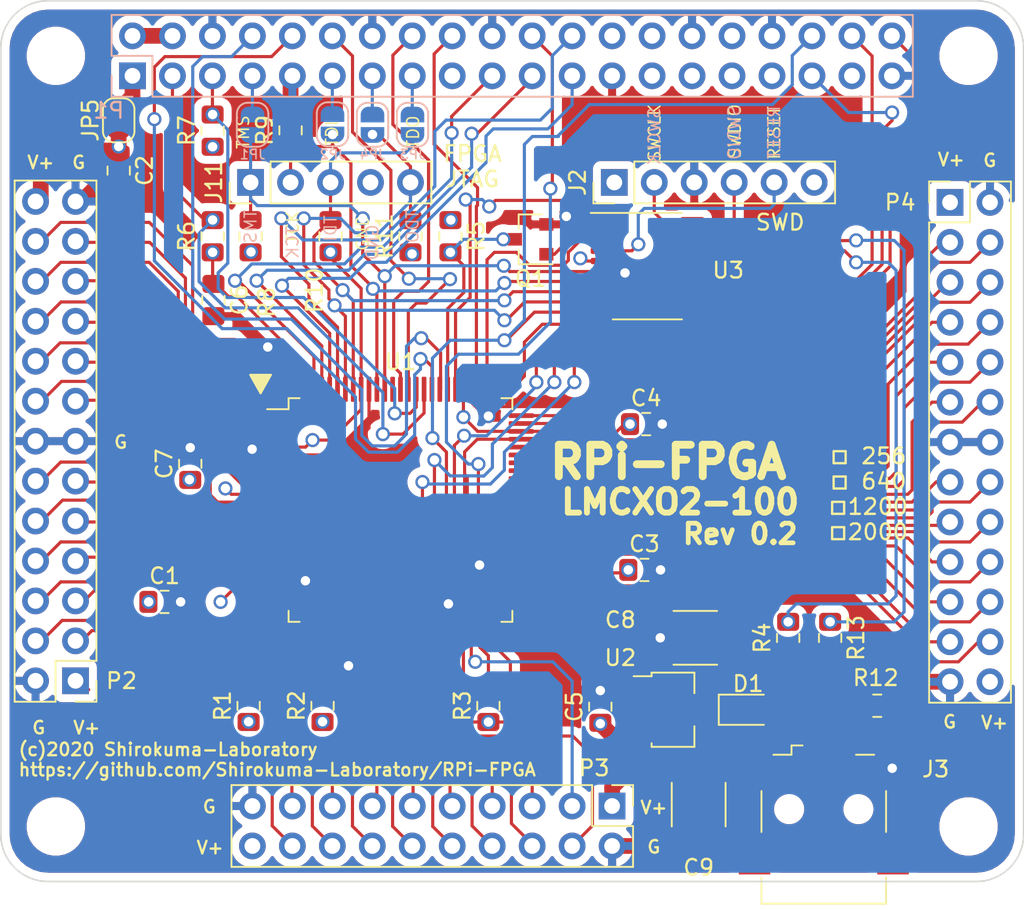
<source format=kicad_pcb>
(kicad_pcb (version 20171130) (host pcbnew 5.1.6-c6e7f7d~86~ubuntu18.04.1)
  (title_block (date "15 nov 2012"))
  (layers (0 F.Cu signal) (1 In1.Cu signal) (2 In2.Cu signal) (31 B.Cu signal) (34 B.Paste user) (35 F.Paste user) (36 B.SilkS user) (37 F.SilkS user) (38 B.Mask user) (39 F.Mask user) (44 Edge.Cuts user))
  (net 0 "")
  (net 1 +3V3)
  (net 2 +5V)
  (net 3 GND)
  (net 4 "/GPIO2(SDA1)")
  (net 5 "/GPIO3(SCL1)")
  (net 6 "/GPIO4(GCLK)")
  (net 7 "/GPIO14(TXD0)")
  (net 8 "/GPIO15(RXD0)")
  (net 9 "/GPIO17(GEN0)")
  (net 10 "/GPIO27(GEN2)")
  (net 11 "/GPIO22(GEN3)")
  (net 12 "/GPIO23(GEN4)")
  (net 13 "/GPIO24(GEN5)")
  (net 14 "/GPIO25(GEN6)")
  (net 15 "/GPIO18(GEN1)(PWM0)")
  (net 16 "/GPIO10(SPI0_MOSI)")
  (net 17 "/GPIO9(SPI0_MISO)")
  (net 18 "/GPIO11(SPI0_SCK)")
  (net 19 "/GPIO8(SPI0_CE_N)")
  (net 20 "/GPIO19(SPI1_MISO)")
  (net 21 /GPIO16)
  (net 22 "/GPIO20(SPI1_MOSI)")
  (net 23 "/GPIO21(SPI1_SCK)")
  (net 24 /LMCXO2-B/JTAGENB)
  (net 25 /LMCXO2-A/PL2A)
  (net 26 /LMCXO2-A/PL2B)
  (net 27 /LMCXO2-A/PL3A)
  (net 28 /LMCXO2-A/PL3B)
  (net 29 /LMCXO2-A/PL5A)
  (net 30 /LMCXO2-A/PL5B)
  (net 31 /LMCXO2-B/DONE)
  (net 32 /LMCXO2-B/INITN)
  (net 33 /LMCXO2-B/PRGM)
  (net 34 /LMCXO2-B/PR14B)
  (net 35 /LMCXO2-B/PR14A)
  (net 36 /LMCXO2-B/PR12B)
  (net 37 /LMCXO2-B/PR12A)
  (net 38 /LMCXO2-B/PR11B)
  (net 39 /LMCXO2-B/PR11A)
  (net 40 /LMCXO2-B/PR10B)
  (net 41 /LMCXO2-B/PR10A)
  (net 42 /LMCXO2-B/PR7B)
  (net 43 /LMCXO2-B/PR7A)
  (net 44 /LMCXO2-B/PR6B)
  (net 45 /LMCXO2-B/PR6A)
  (net 46 /LMCXO2-B/PR5B)
  (net 47 /LMCXO2-B/PR5A)
  (net 48 /LMCXO2-B/PR4B)
  (net 49 /LMCXO2-B/PR4A)
  (net 50 /LMCXO2-B/PR3B)
  (net 51 /LMCXO2-B/PR3A)
  (net 52 /LMCXO2-B/PR2B)
  (net 53 /LMCXO2-B/PR2A)
  (net 54 /STM32F042F/SWCLK)
  (net 55 /STM32F042F/SWDIO)
  (net 56 /STM32F042F/RESET)
  (net 57 /TMS)
  (net 58 /TCK)
  (net 59 /TDI)
  (net 60 /TDO)
  (net 61 /LMCXO2-A/PL14B)
  (net 62 /LMCXO2-A/PL14A)
  (net 63 /LMCXO2-A/PL12B)
  (net 64 /LMCXO2-A/PL12A)
  (net 65 /LMCXO2-A/PL11B)
  (net 66 /LMCXO2-A/PL11A)
  (net 67 /LMCXO2-A/PL10B)
  (net 68 /LMCXO2-A/PL10A)
  (net 69 /LMCXO2-A/PL9B)
  (net 70 /LMCXO2-A/PL9A)
  (net 71 /LMCXO2-A/PL7D)
  (net 72 /LMCXO2-A/PL7C)
  (net 73 /LMCXO2-A/PL4B)
  (net 74 /LMCXO2-A/PL4A)
  (net 75 /LMCXO2-A/PB22B)
  (net 76 /LMCXO2-A/PB22A)
  (net 77 /LMCXO2-A/PB21B)
  (net 78 /LMCXO2-A/PB21A)
  (net 79 /LMCXO2-A/PB18B)
  (net 80 /LMCXO2-A/PB18A)
  (net 81 /LMCXO2-A/PB16B)
  (net 82 /LMCXO2-A/PB16A)
  (net 83 /LMCXO2-A/PB12B)
  (net 84 /LMCXO2-A/PB12A)
  (net 85 /LMCXO2-A/PB11B)
  (net 86 /LMCXO2-A/PB11A)
  (net 87 /LMCXO2-A/PB6B)
  (net 88 /LMCXO2-A/PB6A)
  (net 89 /LMCXO2-A/PB5B)
  (net 90 /LMCXO2-A/PB5A)
  (net 91 /STM32F042F/JTAGEN)
  (net 92 /STM32F042F/USB_DM)
  (net 93 /STM32F042F/USB_DP)
  (net 94 "Net-(C8-Pad1)")
  (net 95 "Net-(D1-Pad2)")
  (net 96 "Net-(J3-Pad2)")
  (net 97 "Net-(J3-Pad3)")
  (net 98 "Net-(J3-Pad4)")
  (net 99 "Net-(JP5-Pad2)")
  (module Connector_PinSocket_2.54mm:PinSocket_2x20_P2.54mm_Vertical (layer B.Cu) (at 208.37 98.77 270)
    (fp_text reference P1 (at 2.208 1.512) (layer B.SilkS) (effects (justify mirror)))
    (fp_text value RPi-I/O)
    (pad 1 thru_hole rect (at 0 0 270) (size 1.7 1.7) (drill 1) (layers *.Cu *.Mask) (net 99 "Net-(JP5-Pad2)"))
    (pad 2 thru_hole oval (at -2.54 0 270) (size 1.7 1.7) (drill 1) (layers *.Cu *.Mask) (net 2 +5V))
    (pad 3 thru_hole oval (at 0 -2.54 270) (size 1.7 1.7) (drill 1) (layers *.Cu *.Mask) (net 4 "/GPIO2(SDA1)"))
    (pad 4 thru_hole oval (at -2.54 -2.54 270) (size 1.7 1.7) (drill 1) (layers *.Cu *.Mask) (net 2 +5V))
    (pad 5 thru_hole oval (at 0 -5.08 270) (size 1.7 1.7) (drill 1) (layers *.Cu *.Mask) (net 5 "/GPIO3(SCL1)"))
    (pad 6 thru_hole oval (at -2.54 -5.08 270) (size 1.7 1.7) (drill 1) (layers *.Cu *.Mask) (net 3 GND))
    (pad 7 thru_hole oval (at 0 -7.62 270) (size 1.7 1.7) (drill 1) (layers *.Cu *.Mask) (net 6 "/GPIO4(GCLK)"))
    (pad 8 thru_hole oval (at -2.54 -7.62 270) (size 1.7 1.7) (drill 1) (layers *.Cu *.Mask) (net 7 "/GPIO14(TXD0)"))
    (pad 9 thru_hole oval (at 0 -10.16 270) (size 1.7 1.7) (drill 1) (layers *.Cu *.Mask) (net 3 GND))
    (pad 10 thru_hole oval (at -2.54 -10.16 270) (size 1.7 1.7) (drill 1) (layers *.Cu *.Mask) (net 8 "/GPIO15(RXD0)"))
    (pad 11 thru_hole oval (at 0 -12.7 270) (size 1.7 1.7) (drill 1) (layers *.Cu *.Mask) (net 9 "/GPIO17(GEN0)"))
    (pad 12 thru_hole oval (at -2.54 -12.7 270) (size 1.7 1.7) (drill 1) (layers *.Cu *.Mask) (net 15 "/GPIO18(GEN1)(PWM0)"))
    (pad 13 thru_hole oval (at 0 -15.24 270) (size 1.7 1.7) (drill 1) (layers *.Cu *.Mask) (net 10 "/GPIO27(GEN2)"))
    (pad 14 thru_hole oval (at -2.54 -15.24 270) (size 1.7 1.7) (drill 1) (layers *.Cu *.Mask) (net 3 GND))
    (pad 15 thru_hole oval (at 0 -17.78 270) (size 1.7 1.7) (drill 1) (layers *.Cu *.Mask) (net 11 "/GPIO22(GEN3)"))
    (pad 16 thru_hole oval (at -2.54 -17.78 270) (size 1.7 1.7) (drill 1) (layers *.Cu *.Mask) (net 12 "/GPIO23(GEN4)"))
    (pad 17 thru_hole oval (at 0 -20.32 270) (size 1.7 1.7) (drill 1) (layers *.Cu *.Mask) (net 99 "Net-(JP5-Pad2)"))
    (pad 18 thru_hole oval (at -2.54 -20.32 270) (size 1.7 1.7) (drill 1) (layers *.Cu *.Mask) (net 13 "/GPIO24(GEN5)"))
    (pad 19 thru_hole oval (at 0 -22.86 270) (size 1.7 1.7) (drill 1) (layers *.Cu *.Mask) (net 16 "/GPIO10(SPI0_MOSI)"))
    (pad 20 thru_hole oval (at -2.54 -22.86 270) (size 1.7 1.7) (drill 1) (layers *.Cu *.Mask) (net 3 GND))
    (pad 21 thru_hole oval (at 0 -25.4 270) (size 1.7 1.7) (drill 1) (layers *.Cu *.Mask) (net 17 "/GPIO9(SPI0_MISO)"))
    (pad 22 thru_hole oval (at -2.54 -25.4 270) (size 1.7 1.7) (drill 1) (layers *.Cu *.Mask) (net 14 "/GPIO25(GEN6)"))
    (pad 23 thru_hole oval (at 0 -27.94 270) (size 1.7 1.7) (drill 1) (layers *.Cu *.Mask) (net 18 "/GPIO11(SPI0_SCK)"))
    (pad 24 thru_hole oval (at -2.54 -27.94 270) (size 1.7 1.7) (drill 1) (layers *.Cu *.Mask) (net 19 "/GPIO8(SPI0_CE_N)"))
    (pad 25 thru_hole oval (at 0 -30.48 270) (size 1.7 1.7) (drill 1) (layers *.Cu *.Mask) (net 3 GND))
    (pad 26 thru_hole oval (at -2.54 -30.48 270) (size 1.7 1.7) (drill 1) (layers *.Cu *.Mask))
    (pad 27 thru_hole oval (at 0 -33.02 270) (size 1.7 1.7) (drill 1) (layers *.Cu *.Mask))
    (pad 28 thru_hole oval (at -2.54 -33.02 270) (size 1.7 1.7) (drill 1) (layers *.Cu *.Mask))
    (pad 29 thru_hole oval (at 0 -35.56 270) (size 1.7 1.7) (drill 1) (layers *.Cu *.Mask))
    (pad 30 thru_hole oval (at -2.54 -35.56 270) (size 1.7 1.7) (drill 1) (layers *.Cu *.Mask) (net 3 GND))
    (pad 31 thru_hole oval (at 0 -38.1 270) (size 1.7 1.7) (drill 1) (layers *.Cu *.Mask))
    (pad 32 thru_hole oval (at -2.54 -38.1 270) (size 1.7 1.7) (drill 1) (layers *.Cu *.Mask))
    (pad 33 thru_hole oval (at 0 -40.64 270) (size 1.7 1.7) (drill 1) (layers *.Cu *.Mask))
    (pad 34 thru_hole oval (at -2.54 -40.64 270) (size 1.7 1.7) (drill 1) (layers *.Cu *.Mask) (net 3 GND))
    (pad 35 thru_hole oval (at 0 -43.18 270) (size 1.7 1.7) (drill 1) (layers *.Cu *.Mask) (net 20 "/GPIO19(SPI1_MISO)"))
    (pad 36 thru_hole oval (at -2.54 -43.18 270) (size 1.7 1.7) (drill 1) (layers *.Cu *.Mask) (net 21 /GPIO16))
    (pad 37 thru_hole oval (at 0 -45.72 270) (size 1.7 1.7) (drill 1) (layers *.Cu *.Mask))
    (pad 38 thru_hole oval (at -2.54 -45.72 270) (size 1.7 1.7) (drill 1) (layers *.Cu *.Mask) (net 22 "/GPIO20(SPI1_MOSI)"))
    (pad 39 thru_hole oval (at 0 -48.26 270) (size 1.7 1.7) (drill 1) (layers *.Cu *.Mask) (net 3 GND))
    (pad 40 thru_hole oval (at -2.54 -48.26 270) (size 1.7 1.7) (drill 1) (layers *.Cu *.Mask) (net 23 "/GPIO21(SPI1_SCK)"))
  )
  (module MountingHole:MountingHole_2.7mm_M2.5 (layer F.Cu) (at 261.5 146.5)
    (fp_text reference MK4 hide)
    (fp_text value M2.5)
    (pad 1 np_thru_hole circle (at 0 0) (size 2.7 2.7) (drill 2.7) (layers *.Cu *.Mask))
  )
  (module MountingHole:MountingHole_2.7mm_M2.5 (layer F.Cu) (at 203.5 146.5)
    (fp_text reference MK3 hide)
    (fp_text value M2.5)
    (pad 1 np_thru_hole circle (at 0 0) (size 2.7 2.7) (drill 2.7) (layers *.Cu *.Mask))
  )
  (module MountingHole:MountingHole_2.7mm_M2.5 (layer F.Cu) (at 261.5 97.5 180)
    (fp_text reference MK2 hide)
    (fp_text value M2.5)
    (pad 1 np_thru_hole circle (at 0 0 180) (size 2.7 2.7) (drill 2.7) (layers *.Cu *.Mask))
  )
  (module MountingHole:MountingHole_2.7mm_M2.5 (layer F.Cu) (at 203.5 97.5 180)
    (fp_text reference MK1 hide)
    (fp_text value M2.5)
    (pad 1 np_thru_hole circle (at 0 0 180) (size 2.7 2.7) (drill 2.7) (layers *.Cu *.Mask))
  )
  (module Jumper:SolderJumper-2_P1.3mm_Open_RoundedPad1.0x1.5mm (layer B.Cu) (at 216.002 101.882 90)
    (fp_text reference JP1 (at -1.89 0 180) (layer B.SilkS) (effects (font (size 0.6 0.6) (thickness 0.1)) (justify mirror)))
    (fp_text value SolderJumper_2_Open)
    (pad 2 smd custom (at 0.65 0 90) (size 1 0.5) (layers B.Cu B.Mask) (net 6 "/GPIO4(GCLK)") (options (clearance outline) (anchor rect)) (primitives (gr_circle (center 0 -0.25) (end 0.5 -0.25) (width 0)) (gr_circle (center 0 0.25) (end 0.5 0.25) (width 0)) (gr_poly (pts (xy 0 0.75) (xy -0.5 0.75) (xy -0.5 -0.75) (xy 0 -0.75)) (width 0))))
    (pad 1 smd custom (at -0.65 0 90) (size 1 0.5) (layers B.Cu B.Mask) (net 57 /TMS) (options (clearance outline) (anchor rect)) (primitives (gr_circle (center 0 -0.25) (end 0.5 -0.25) (width 0)) (gr_circle (center 0 0.25) (end 0.5 0.25) (width 0)) (gr_poly (pts (xy 0 0.75) (xy 0.5 0.75) (xy 0.5 -0.75) (xy 0 -0.75)) (width 0))))
  )
  (module Jumper:SolderJumper-2_P1.3mm_Open_RoundedPad1.0x1.5mm (layer B.Cu) (at 221.082 101.852 90)
    (fp_text reference JP2 (at -1.92 0 180) (layer B.SilkS) (effects (font (size 0.6 0.6) (thickness 0.1)) (justify mirror)))
    (fp_text value SolderJumper_2_Open)
    (pad 1 smd custom (at -0.65 0 90) (size 1 0.5) (layers B.Cu B.Mask) (net 58 /TCK) (options (clearance outline) (anchor rect)) (primitives (gr_circle (center 0 -0.25) (end 0.5 -0.25) (width 0)) (gr_circle (center 0 0.25) (end 0.5 0.25) (width 0)) (gr_poly (pts (xy 0 0.75) (xy 0.5 0.75) (xy 0.5 -0.75) (xy 0 -0.75)) (width 0))))
    (pad 2 smd custom (at 0.65 0 90) (size 1 0.5) (layers B.Cu B.Mask) (net 9 "/GPIO17(GEN0)") (options (clearance outline) (anchor rect)) (primitives (gr_circle (center 0 -0.25) (end 0.5 -0.25) (width 0)) (gr_circle (center 0 0.25) (end 0.5 0.25) (width 0)) (gr_poly (pts (xy 0 0.75) (xy -0.5 0.75) (xy -0.5 -0.75) (xy 0 -0.75)) (width 0))))
  )
  (module Jumper:SolderJumper-2_P1.3mm_Open_RoundedPad1.0x1.5mm (layer B.Cu) (at 226.162 101.882 90)
    (fp_text reference JP3 (at -1.89 0 180) (layer B.SilkS) (effects (font (size 0.6 0.6) (thickness 0.1)) (justify mirror)))
    (fp_text value SolderJumper_2_Open)
    (pad 2 smd custom (at 0.65 0 90) (size 1 0.5) (layers B.Cu B.Mask) (net 11 "/GPIO22(GEN3)") (options (clearance outline) (anchor rect)) (primitives (gr_circle (center 0 -0.25) (end 0.5 -0.25) (width 0)) (gr_circle (center 0 0.25) (end 0.5 0.25) (width 0)) (gr_poly (pts (xy 0 0.75) (xy -0.5 0.75) (xy -0.5 -0.75) (xy 0 -0.75)) (width 0))))
    (pad 1 smd custom (at -0.65 0 90) (size 1 0.5) (layers B.Cu B.Mask) (net 59 /TDI) (options (clearance outline) (anchor rect)) (primitives (gr_circle (center 0 -0.25) (end 0.5 -0.25) (width 0)) (gr_circle (center 0 0.25) (end 0.5 0.25) (width 0)) (gr_poly (pts (xy 0 0.75) (xy 0.5 0.75) (xy 0.5 -0.75) (xy 0 -0.75)) (width 0))))
  )
  (module Jumper:SolderJumper-2_P1.3mm_Open_RoundedPad1.0x1.5mm (layer B.Cu) (at 223.622 101.882 90)
    (fp_text reference JP4 (at -1.89 0) (layer B.SilkS) (effects (font (size 0.6 0.6) (thickness 0.1)) (justify mirror)))
    (fp_text value SolderJumper_2_Open)
    (pad 1 smd custom (at -0.65 0 90) (size 1 0.5) (layers B.Cu B.Mask) (net 60 /TDO) (options (clearance outline) (anchor rect)) (primitives (gr_circle (center 0 -0.25) (end 0.5 -0.25) (width 0)) (gr_circle (center 0 0.25) (end 0.5 0.25) (width 0)) (gr_poly (pts (xy 0 0.75) (xy 0.5 0.75) (xy 0.5 -0.75) (xy 0 -0.75)) (width 0))))
    (pad 2 smd custom (at 0.65 0 90) (size 1 0.5) (layers B.Cu B.Mask) (net 10 "/GPIO27(GEN2)") (options (clearance outline) (anchor rect)) (primitives (gr_circle (center 0 -0.25) (end 0.5 -0.25) (width 0)) (gr_circle (center 0 0.25) (end 0.5 0.25) (width 0)) (gr_poly (pts (xy 0 0.75) (xy -0.5 0.75) (xy -0.5 -0.75) (xy 0 -0.75)) (width 0))))
  )
  (module Capacitor_SMD:C_0805_2012Metric_Pad1.15x1.40mm_HandSolder (layer F.Cu) (at 210.405 132.22)
    (fp_text reference C1 (at 0 -1.65) (layer F.SilkS))
    (fp_text value 0.1u)
    (pad 1 smd roundrect (at -1.025 0) (size 1.15 1.4) (layers F.Cu F.Paste F.Mask) (roundrect_rratio 0.217391) (net 1 +3V3))
    (pad 2 smd roundrect (at 1.025 0) (size 1.15 1.4) (layers F.Cu F.Paste F.Mask) (roundrect_rratio 0.217391) (net 3 GND))
  )
  (module Capacitor_SMD:C_0805_2012Metric_Pad1.15x1.40mm_HandSolder (layer F.Cu) (at 207.493 104.797 270)
    (fp_text reference C2 (at 0 -1.65 90) (layer F.SilkS))
    (fp_text value 0.1u)
    (pad 2 smd roundrect (at 1.025 0 270) (size 1.15 1.4) (layers F.Cu F.Paste F.Mask) (roundrect_rratio 0.217391) (net 3 GND))
    (pad 1 smd roundrect (at -1.025 0 270) (size 1.15 1.4) (layers F.Cu F.Paste F.Mask) (roundrect_rratio 0.217391) (net 1 +3V3))
  )
  (module Capacitor_SMD:C_0805_2012Metric_Pad1.15x1.40mm_HandSolder (layer F.Cu) (at 240.903 130.188)
    (fp_text reference C3 (at 0 -1.65) (layer F.SilkS))
    (fp_text value 0.1u)
    (pad 1 smd roundrect (at -1.025 0) (size 1.15 1.4) (layers F.Cu F.Paste F.Mask) (roundrect_rratio 0.217391) (net 1 +3V3))
    (pad 2 smd roundrect (at 1.025 0) (size 1.15 1.4) (layers F.Cu F.Paste F.Mask) (roundrect_rratio 0.217391) (net 3 GND))
  )
  (module Capacitor_SMD:C_0805_2012Metric_Pad1.15x1.40mm_HandSolder (layer F.Cu) (at 241.012 120.917)
    (fp_text reference C4 (at 0 -1.65) (layer F.SilkS))
    (fp_text value 0.1u)
    (pad 2 smd roundrect (at 1.025 0) (size 1.15 1.4) (layers F.Cu F.Paste F.Mask) (roundrect_rratio 0.217391) (net 3 GND))
    (pad 1 smd roundrect (at -1.025 0) (size 1.15 1.4) (layers F.Cu F.Paste F.Mask) (roundrect_rratio 0.217391) (net 1 +3V3))
  )
  (module Capacitor_SMD:C_0805_2012Metric_Pad1.15x1.40mm_HandSolder (layer F.Cu) (at 238.1 138.8838 90)
    (fp_text reference C5 (at 0 -1.65 90) (layer F.SilkS))
    (fp_text value 0.1u)
    (pad 2 smd roundrect (at 1.025 0 90) (size 1.15 1.4) (layers F.Cu F.Paste F.Mask) (roundrect_rratio 0.217391) (net 3 GND))
    (pad 1 smd roundrect (at -1.025 0 90) (size 1.15 1.4) (layers F.Cu F.Paste F.Mask) (roundrect_rratio 0.217391) (net 1 +3V3))
  )
  (module Capacitor_SMD:C_0805_2012Metric_Pad1.15x1.40mm_HandSolder (layer F.Cu) (at 213.5128 113.0266 270)
    (fp_text reference C6 (at 0 -1.65 90) (layer F.SilkS))
    (fp_text value 0.1u)
    (pad 1 smd roundrect (at -1.025 0 270) (size 1.15 1.4) (layers F.Cu F.Paste F.Mask) (roundrect_rratio 0.217391) (net 1 +3V3))
    (pad 2 smd roundrect (at 1.025 0 270) (size 1.15 1.4) (layers F.Cu F.Paste F.Mask) (roundrect_rratio 0.217391) (net 3 GND))
  )
  (module Capacitor_SMD:C_0805_2012Metric_Pad1.15x1.40mm_HandSolder (layer F.Cu) (at 212.0396 123.4406 90)
    (fp_text reference C7 (at 0 -1.65 90) (layer F.SilkS))
    (fp_text value 0.1u)
    (pad 1 smd roundrect (at -1.025 0 90) (size 1.15 1.4) (layers F.Cu F.Paste F.Mask) (roundrect_rratio 0.217391) (net 1 +3V3))
    (pad 2 smd roundrect (at 1.025 0 90) (size 1.15 1.4) (layers F.Cu F.Paste F.Mask) (roundrect_rratio 0.217391) (net 3 GND))
  )
  (module Connector_PinHeader_2.54mm:PinHeader_2x13_P2.54mm_Vertical (layer F.Cu) (at 260.325 106.82)
    (fp_text reference P4 (at -3.175 0) (layer F.SilkS))
    (fp_text value Conn_02x13_Odd_Even)
    (pad 26 thru_hole oval (at 2.54 30.48) (size 1.7 1.7) (drill 1) (layers *.Cu *.Mask) (net 1 +3V3))
    (pad 25 thru_hole oval (at 0 30.48) (size 1.7 1.7) (drill 1) (layers *.Cu *.Mask) (net 3 GND))
    (pad 24 thru_hole oval (at 2.54 27.94) (size 1.7 1.7) (drill 1) (layers *.Cu *.Mask) (net 34 /LMCXO2-B/PR14B))
    (pad 23 thru_hole oval (at 0 27.94) (size 1.7 1.7) (drill 1) (layers *.Cu *.Mask) (net 35 /LMCXO2-B/PR14A))
    (pad 22 thru_hole oval (at 2.54 25.4) (size 1.7 1.7) (drill 1) (layers *.Cu *.Mask) (net 36 /LMCXO2-B/PR12B))
    (pad 21 thru_hole oval (at 0 25.4) (size 1.7 1.7) (drill 1) (layers *.Cu *.Mask) (net 37 /LMCXO2-B/PR12A))
    (pad 20 thru_hole oval (at 2.54 22.86) (size 1.7 1.7) (drill 1) (layers *.Cu *.Mask) (net 38 /LMCXO2-B/PR11B))
    (pad 19 thru_hole oval (at 0 22.86) (size 1.7 1.7) (drill 1) (layers *.Cu *.Mask) (net 39 /LMCXO2-B/PR11A))
    (pad 18 thru_hole oval (at 2.54 20.32) (size 1.7 1.7) (drill 1) (layers *.Cu *.Mask) (net 40 /LMCXO2-B/PR10B))
    (pad 17 thru_hole oval (at 0 20.32) (size 1.7 1.7) (drill 1) (layers *.Cu *.Mask) (net 41 /LMCXO2-B/PR10A))
    (pad 16 thru_hole oval (at 2.54 17.78) (size 1.7 1.7) (drill 1) (layers *.Cu *.Mask) (net 42 /LMCXO2-B/PR7B))
    (pad 15 thru_hole oval (at 0 17.78) (size 1.7 1.7) (drill 1) (layers *.Cu *.Mask) (net 43 /LMCXO2-B/PR7A))
    (pad 14 thru_hole oval (at 2.54 15.24) (size 1.7 1.7) (drill 1) (layers *.Cu *.Mask) (net 3 GND))
    (pad 13 thru_hole oval (at 0 15.24) (size 1.7 1.7) (drill 1) (layers *.Cu *.Mask) (net 3 GND))
    (pad 12 thru_hole oval (at 2.54 12.7) (size 1.7 1.7) (drill 1) (layers *.Cu *.Mask) (net 44 /LMCXO2-B/PR6B))
    (pad 11 thru_hole oval (at 0 12.7) (size 1.7 1.7) (drill 1) (layers *.Cu *.Mask) (net 45 /LMCXO2-B/PR6A))
    (pad 10 thru_hole oval (at 2.54 10.16) (size 1.7 1.7) (drill 1) (layers *.Cu *.Mask) (net 46 /LMCXO2-B/PR5B))
    (pad 9 thru_hole oval (at 0 10.16) (size 1.7 1.7) (drill 1) (layers *.Cu *.Mask) (net 47 /LMCXO2-B/PR5A))
    (pad 8 thru_hole oval (at 2.54 7.62) (size 1.7 1.7) (drill 1) (layers *.Cu *.Mask) (net 48 /LMCXO2-B/PR4B))
    (pad 7 thru_hole oval (at 0 7.62) (size 1.7 1.7) (drill 1) (layers *.Cu *.Mask) (net 49 /LMCXO2-B/PR4A))
    (pad 6 thru_hole oval (at 2.54 5.08) (size 1.7 1.7) (drill 1) (layers *.Cu *.Mask) (net 50 /LMCXO2-B/PR3B))
    (pad 5 thru_hole oval (at 0 5.08) (size 1.7 1.7) (drill 1) (layers *.Cu *.Mask) (net 51 /LMCXO2-B/PR3A))
    (pad 4 thru_hole oval (at 2.54 2.54) (size 1.7 1.7) (drill 1) (layers *.Cu *.Mask) (net 52 /LMCXO2-B/PR2B))
    (pad 3 thru_hole oval (at 0 2.54) (size 1.7 1.7) (drill 1) (layers *.Cu *.Mask) (net 53 /LMCXO2-B/PR2A))
    (pad 2 thru_hole oval (at 2.54 0) (size 1.7 1.7) (drill 1) (layers *.Cu *.Mask) (net 3 GND))
    (pad 1 thru_hole rect (at 0 0) (size 1.7 1.7) (drill 1) (layers *.Cu *.Mask) (net 1 +3V3))
  )
  (module Connector_PinHeader_2.54mm:PinHeader_1x06_P2.54mm_Vertical (layer F.Cu) (at 238.989 105.55 90)
    (fp_text reference J2 (at 0 -2.33 90) (layer F.SilkS))
    (fp_text value SWD)
    (pad 1 thru_hole rect (at 0 0 90) (size 1.7 1.7) (drill 1) (layers *.Cu *.Mask) (net 1 +3V3))
    (pad 2 thru_hole oval (at 0 2.54 90) (size 1.7 1.7) (drill 1) (layers *.Cu *.Mask) (net 54 /STM32F042F/SWCLK))
    (pad 3 thru_hole oval (at 0 5.08 90) (size 1.7 1.7) (drill 1) (layers *.Cu *.Mask) (net 3 GND))
    (pad 4 thru_hole oval (at 0 7.62 90) (size 1.7 1.7) (drill 1) (layers *.Cu *.Mask) (net 55 /STM32F042F/SWDIO))
    (pad 5 thru_hole oval (at 0 10.16 90) (size 1.7 1.7) (drill 1) (layers *.Cu *.Mask) (net 56 /STM32F042F/RESET))
    (pad 6 thru_hole oval (at 0 12.7 90) (size 1.7 1.7) (drill 1) (layers *.Cu *.Mask))
  )
  (module Connector_PinHeader_2.54mm:PinHeader_1x05_P2.54mm_Vertical (layer F.Cu) (at 215.875 105.55 90)
    (fp_text reference J11 (at 0 -2.33 90) (layer F.SilkS))
    (fp_text value JTAG)
    (pad 1 thru_hole rect (at 0 0 90) (size 1.7 1.7) (drill 1) (layers *.Cu *.Mask) (net 57 /TMS))
    (pad 2 thru_hole oval (at 0 2.54 90) (size 1.7 1.7) (drill 1) (layers *.Cu *.Mask) (net 58 /TCK))
    (pad 3 thru_hole oval (at 0 5.08 90) (size 1.7 1.7) (drill 1) (layers *.Cu *.Mask) (net 59 /TDI))
    (pad 4 thru_hole oval (at 0 7.62 90) (size 1.7 1.7) (drill 1) (layers *.Cu *.Mask) (net 3 GND))
    (pad 5 thru_hole oval (at 0 10.16 90) (size 1.7 1.7) (drill 1) (layers *.Cu *.Mask) (net 60 /TDO))
  )
  (module Connector_PinHeader_2.54mm:PinHeader_2x13_P2.54mm_Vertical (layer F.Cu) (at 204.75 137.24 180)
    (fp_text reference P2 (at -2.921 0) (layer F.SilkS))
    (fp_text value Ext-I/O-1)
    (pad 1 thru_hole rect (at 0 0 180) (size 1.7 1.7) (drill 1) (layers *.Cu *.Mask) (net 1 +3V3))
    (pad 2 thru_hole oval (at 2.54 0 180) (size 1.7 1.7) (drill 1) (layers *.Cu *.Mask) (net 3 GND))
    (pad 3 thru_hole oval (at 0 2.54 180) (size 1.7 1.7) (drill 1) (layers *.Cu *.Mask) (net 61 /LMCXO2-A/PL14B))
    (pad 4 thru_hole oval (at 2.54 2.54 180) (size 1.7 1.7) (drill 1) (layers *.Cu *.Mask) (net 62 /LMCXO2-A/PL14A))
    (pad 5 thru_hole oval (at 0 5.08 180) (size 1.7 1.7) (drill 1) (layers *.Cu *.Mask) (net 63 /LMCXO2-A/PL12B))
    (pad 6 thru_hole oval (at 2.54 5.08 180) (size 1.7 1.7) (drill 1) (layers *.Cu *.Mask) (net 64 /LMCXO2-A/PL12A))
    (pad 7 thru_hole oval (at 0 7.62 180) (size 1.7 1.7) (drill 1) (layers *.Cu *.Mask) (net 65 /LMCXO2-A/PL11B))
    (pad 8 thru_hole oval (at 2.54 7.62 180) (size 1.7 1.7) (drill 1) (layers *.Cu *.Mask) (net 66 /LMCXO2-A/PL11A))
    (pad 9 thru_hole oval (at 0 10.16 180) (size 1.7 1.7) (drill 1) (layers *.Cu *.Mask) (net 67 /LMCXO2-A/PL10B))
    (pad 10 thru_hole oval (at 2.54 10.16 180) (size 1.7 1.7) (drill 1) (layers *.Cu *.Mask) (net 68 /LMCXO2-A/PL10A))
    (pad 11 thru_hole oval (at 0 12.7 180) (size 1.7 1.7) (drill 1) (layers *.Cu *.Mask) (net 69 /LMCXO2-A/PL9B))
    (pad 12 thru_hole oval (at 2.54 12.7 180) (size 1.7 1.7) (drill 1) (layers *.Cu *.Mask) (net 70 /LMCXO2-A/PL9A))
    (pad 13 thru_hole oval (at 0 15.24 180) (size 1.7 1.7) (drill 1) (layers *.Cu *.Mask) (net 3 GND))
    (pad 14 thru_hole oval (at 2.54 15.24 180) (size 1.7 1.7) (drill 1) (layers *.Cu *.Mask) (net 3 GND))
    (pad 15 thru_hole oval (at 0 17.78 180) (size 1.7 1.7) (drill 1) (layers *.Cu *.Mask) (net 71 /LMCXO2-A/PL7D))
    (pad 16 thru_hole oval (at 2.54 17.78 180) (size 1.7 1.7) (drill 1) (layers *.Cu *.Mask) (net 72 /LMCXO2-A/PL7C))
    (pad 17 thru_hole oval (at 0 20.32 180) (size 1.7 1.7) (drill 1) (layers *.Cu *.Mask) (net 30 /LMCXO2-A/PL5B))
    (pad 18 thru_hole oval (at 2.54 20.32 180) (size 1.7 1.7) (drill 1) (layers *.Cu *.Mask) (net 29 /LMCXO2-A/PL5A))
    (pad 19 thru_hole oval (at 0 22.86 180) (size 1.7 1.7) (drill 1) (layers *.Cu *.Mask) (net 73 /LMCXO2-A/PL4B))
    (pad 20 thru_hole oval (at 2.54 22.86 180) (size 1.7 1.7) (drill 1) (layers *.Cu *.Mask) (net 74 /LMCXO2-A/PL4A))
    (pad 21 thru_hole oval (at 0 25.4 180) (size 1.7 1.7) (drill 1) (layers *.Cu *.Mask) (net 28 /LMCXO2-A/PL3B))
    (pad 22 thru_hole oval (at 2.54 25.4 180) (size 1.7 1.7) (drill 1) (layers *.Cu *.Mask) (net 27 /LMCXO2-A/PL3A))
    (pad 23 thru_hole oval (at 0 27.94 180) (size 1.7 1.7) (drill 1) (layers *.Cu *.Mask) (net 26 /LMCXO2-A/PL2B))
    (pad 24 thru_hole oval (at 2.54 27.94 180) (size 1.7 1.7) (drill 1) (layers *.Cu *.Mask) (net 25 /LMCXO2-A/PL2A))
    (pad 25 thru_hole oval (at 0 30.48 180) (size 1.7 1.7) (drill 1) (layers *.Cu *.Mask) (net 3 GND))
    (pad 26 thru_hole oval (at 2.54 30.48 180) (size 1.7 1.7) (drill 1) (layers *.Cu *.Mask) (net 1 +3V3))
  )
  (module Connector_PinHeader_2.54mm:PinHeader_2x10_P2.54mm_Vertical (layer F.Cu) (at 238.85 145.2 270)
    (fp_text reference P3 (at -2.413 1.143 180) (layer F.SilkS))
    (fp_text value Ext_I/O-2)
    (pad 1 thru_hole rect (at 0 0 270) (size 1.7 1.7) (drill 1) (layers *.Cu *.Mask) (net 1 +3V3))
    (pad 2 thru_hole oval (at 2.54 0 270) (size 1.7 1.7) (drill 1) (layers *.Cu *.Mask) (net 3 GND))
    (pad 3 thru_hole oval (at 0 2.54 270) (size 1.7 1.7) (drill 1) (layers *.Cu *.Mask) (net 75 /LMCXO2-A/PB22B))
    (pad 4 thru_hole oval (at 2.54 2.54 270) (size 1.7 1.7) (drill 1) (layers *.Cu *.Mask) (net 76 /LMCXO2-A/PB22A))
    (pad 5 thru_hole oval (at 0 5.08 270) (size 1.7 1.7) (drill 1) (layers *.Cu *.Mask) (net 77 /LMCXO2-A/PB21B))
    (pad 6 thru_hole oval (at 2.54 5.08 270) (size 1.7 1.7) (drill 1) (layers *.Cu *.Mask) (net 78 /LMCXO2-A/PB21A))
    (pad 7 thru_hole oval (at 0 7.62 270) (size 1.7 1.7) (drill 1) (layers *.Cu *.Mask) (net 79 /LMCXO2-A/PB18B))
    (pad 8 thru_hole oval (at 2.54 7.62 270) (size 1.7 1.7) (drill 1) (layers *.Cu *.Mask) (net 80 /LMCXO2-A/PB18A))
    (pad 9 thru_hole oval (at 0 10.16 270) (size 1.7 1.7) (drill 1) (layers *.Cu *.Mask) (net 81 /LMCXO2-A/PB16B))
    (pad 10 thru_hole oval (at 2.54 10.16 270) (size 1.7 1.7) (drill 1) (layers *.Cu *.Mask) (net 82 /LMCXO2-A/PB16A))
    (pad 11 thru_hole oval (at 0 12.7 270) (size 1.7 1.7) (drill 1) (layers *.Cu *.Mask) (net 83 /LMCXO2-A/PB12B))
    (pad 12 thru_hole oval (at 2.54 12.7 270) (size 1.7 1.7) (drill 1) (layers *.Cu *.Mask) (net 84 /LMCXO2-A/PB12A))
    (pad 13 thru_hole oval (at 0 15.24 270) (size 1.7 1.7) (drill 1) (layers *.Cu *.Mask) (net 85 /LMCXO2-A/PB11B))
    (pad 14 thru_hole oval (at 2.54 15.24 270) (size 1.7 1.7) (drill 1) (layers *.Cu *.Mask) (net 86 /LMCXO2-A/PB11A))
    (pad 15 thru_hole oval (at 0 17.78 270) (size 1.7 1.7) (drill 1) (layers *.Cu *.Mask) (net 87 /LMCXO2-A/PB6B))
    (pad 16 thru_hole oval (at 2.54 17.78 270) (size 1.7 1.7) (drill 1) (layers *.Cu *.Mask) (net 88 /LMCXO2-A/PB6A))
    (pad 17 thru_hole oval (at 0 20.32 270) (size 1.7 1.7) (drill 1) (layers *.Cu *.Mask) (net 89 /LMCXO2-A/PB5B))
    (pad 18 thru_hole oval (at 2.54 20.32 270) (size 1.7 1.7) (drill 1) (layers *.Cu *.Mask) (net 90 /LMCXO2-A/PB5A))
    (pad 19 thru_hole oval (at 0 22.86 270) (size 1.7 1.7) (drill 1) (layers *.Cu *.Mask) (net 3 GND))
    (pad 20 thru_hole oval (at 2.54 22.86 270) (size 1.7 1.7) (drill 1) (layers *.Cu *.Mask) (net 1 +3V3))
  )
  (module Package_TO_SOT_SMD:SOT-23 (layer F.Cu) (at 233.671 109.167 180)
    (fp_text reference Q1 (at 0 -2.5) (layer F.SilkS))
    (fp_text value DTC144G)
    (pad 1 smd rect (at -1 -0.95 180) (size 0.9 0.8) (layers F.Cu F.Paste F.Mask) (net 91 /STM32F042F/JTAGEN))
    (pad 2 smd rect (at -1 0.95 180) (size 0.9 0.8) (layers F.Cu F.Paste F.Mask) (net 3 GND))
    (pad 3 smd rect (at 1 0 180) (size 0.9 0.8) (layers F.Cu F.Paste F.Mask) (net 24 /LMCXO2-B/JTAGENB))
  )
  (module Resistor_SMD:R_0805_2012Metric_Pad1.15x1.40mm_HandSolder (layer F.Cu) (at 215.748 138.833 90)
    (fp_text reference R1 (at 0 -1.65 90) (layer F.SilkS))
    (fp_text value 4K7)
    (pad 2 smd roundrect (at 1.025 0 90) (size 1.15 1.4) (layers F.Cu F.Paste F.Mask) (roundrect_rratio 0.217391) (net 90 /LMCXO2-A/PB5A))
    (pad 1 smd roundrect (at -1.025 0 90) (size 1.15 1.4) (layers F.Cu F.Paste F.Mask) (roundrect_rratio 0.217391) (net 1 +3V3))
  )
  (module Resistor_SMD:R_0805_2012Metric_Pad1.15x1.40mm_HandSolder (layer F.Cu) (at 220.447 138.833 90)
    (fp_text reference R2 (at 0 -1.65 90) (layer F.SilkS))
    (fp_text value 4K7)
    (pad 1 smd roundrect (at -1.025 0 90) (size 1.15 1.4) (layers F.Cu F.Paste F.Mask) (roundrect_rratio 0.217391) (net 1 +3V3))
    (pad 2 smd roundrect (at 1.025 0 90) (size 1.15 1.4) (layers F.Cu F.Paste F.Mask) (roundrect_rratio 0.217391) (net 23 "/GPIO21(SPI1_SCK)"))
  )
  (module Resistor_SMD:R_0805_2012Metric_Pad1.15x1.40mm_HandSolder (layer F.Cu) (at 230.988 138.833 90)
    (fp_text reference R3 (at 0 -1.65 90) (layer F.SilkS))
    (fp_text value 4K7)
    (pad 2 smd roundrect (at 1.025 0 90) (size 1.15 1.4) (layers F.Cu F.Paste F.Mask) (roundrect_rratio 0.217391) (net 21 /GPIO16))
    (pad 1 smd roundrect (at -1.025 0 90) (size 1.15 1.4) (layers F.Cu F.Paste F.Mask) (roundrect_rratio 0.217391) (net 1 +3V3))
  )
  (module Resistor_SMD:R_0805_2012Metric_Pad1.15x1.40mm_HandSolder (layer F.Cu) (at 228.575 108.97 270)
    (fp_text reference R5 (at 0 -1.65 90) (layer F.SilkS))
    (fp_text value 4k7)
    (pad 2 smd roundrect (at 1.025 0 270) (size 1.15 1.4) (layers F.Cu F.Paste F.Mask) (roundrect_rratio 0.217391) (net 24 /LMCXO2-B/JTAGENB))
    (pad 1 smd roundrect (at -1.025 0 270) (size 1.15 1.4) (layers F.Cu F.Paste F.Mask) (roundrect_rratio 0.217391) (net 1 +3V3))
  )
  (module Resistor_SMD:R_0805_2012Metric_Pad1.15x1.40mm_HandSolder (layer F.Cu) (at 213.462 108.97 90)
    (fp_text reference R6 (at 0 -1.65 90) (layer F.SilkS))
    (fp_text value 4k7)
    (pad 1 smd roundrect (at -1.025 0 90) (size 1.15 1.4) (layers F.Cu F.Paste F.Mask) (roundrect_rratio 0.217391) (net 1 +3V3))
    (pad 2 smd roundrect (at 1.025 0 90) (size 1.15 1.4) (layers F.Cu F.Paste F.Mask) (roundrect_rratio 0.217391) (net 4 "/GPIO2(SDA1)"))
  )
  (module Resistor_SMD:R_0805_2012Metric_Pad1.15x1.40mm_HandSolder (layer F.Cu) (at 213.462 102.257 90)
    (fp_text reference R7 (at 0 -1.65 90) (layer F.SilkS))
    (fp_text value 4k7)
    (pad 1 smd roundrect (at -1.025 0 90) (size 1.15 1.4) (layers F.Cu F.Paste F.Mask) (roundrect_rratio 0.217391) (net 1 +3V3))
    (pad 2 smd roundrect (at 1.025 0 90) (size 1.15 1.4) (layers F.Cu F.Paste F.Mask) (roundrect_rratio 0.217391) (net 5 "/GPIO3(SCL1)"))
  )
  (module Resistor_SMD:R_0805_2012Metric_Pad1.15x1.40mm_HandSolder (layer F.Cu) (at 215.875 108.97 90)
    (fp_text reference R8 (at -4.2 1.016 90) (layer F.SilkS))
    (fp_text value 4k7)
    (pad 2 smd roundrect (at 1.025 0 90) (size 1.15 1.4) (layers F.Cu F.Paste F.Mask) (roundrect_rratio 0.217391) (net 57 /TMS))
    (pad 1 smd roundrect (at -1.025 0 90) (size 1.15 1.4) (layers F.Cu F.Paste F.Mask) (roundrect_rratio 0.217391) (net 1 +3V3))
  )
  (module Resistor_SMD:R_0805_2012Metric_Pad1.15x1.40mm_HandSolder (layer F.Cu) (at 218.415 102.239 90)
    (fp_text reference R9 (at 0 -1.65 90) (layer F.SilkS))
    (fp_text value 4k7)
    (pad 1 smd roundrect (at -1.025 0 90) (size 1.15 1.4) (layers F.Cu F.Paste F.Mask) (roundrect_rratio 0.217391) (net 58 /TCK))
    (pad 2 smd roundrect (at 1.025 0 90) (size 1.15 1.4) (layers F.Cu F.Paste F.Mask) (roundrect_rratio 0.217391) (net 3 GND))
  )
  (module Resistor_SMD:R_0805_2012Metric_Pad1.15x1.40mm_HandSolder (layer F.Cu) (at 220.955 108.97 90)
    (fp_text reference R10 (at -3.438 -1.016 90) (layer F.SilkS))
    (fp_text value 4k7)
    (pad 1 smd roundrect (at -1.025 0 90) (size 1.15 1.4) (layers F.Cu F.Paste F.Mask) (roundrect_rratio 0.217391) (net 1 +3V3))
    (pad 2 smd roundrect (at 1.025 0 90) (size 1.15 1.4) (layers F.Cu F.Paste F.Mask) (roundrect_rratio 0.217391) (net 59 /TDI))
  )
  (module Resistor_SMD:R_0805_2012Metric_Pad1.15x1.40mm_HandSolder (layer F.Cu) (at 226.035 108.97 90)
    (fp_text reference R11 (at 0 -1.65 90) (layer F.SilkS))
    (fp_text value 4k7)
    (pad 2 smd roundrect (at 1.025 0 90) (size 1.15 1.4) (layers F.Cu F.Paste F.Mask) (roundrect_rratio 0.217391) (net 60 /TDO))
    (pad 1 smd roundrect (at -1.025 0 90) (size 1.15 1.4) (layers F.Cu F.Paste F.Mask) (roundrect_rratio 0.217391) (net 1 +3V3))
  )
  (module Package_QFP:LQFP-100_14x14mm_P0.5mm (layer F.Cu) (at 225.4 126.378)
    (fp_text reference U1 (at 0 -9.42) (layer F.SilkS))
    (fp_text value LMCXO2-2000-100)
    (pad 1 smd roundrect (at -7.675 -6) (size 1.6 0.3) (layers F.Cu F.Paste F.Mask) (net 25 /LMCXO2-A/PL2A))
    (pad 2 smd roundrect (at -7.675 -5.5) (size 1.6 0.3) (layers F.Cu F.Paste F.Mask) (net 26 /LMCXO2-A/PL2B))
    (pad 3 smd roundrect (at -7.675 -5) (size 1.6 0.3) (layers F.Cu F.Paste F.Mask) (net 27 /LMCXO2-A/PL3A))
    (pad 4 smd roundrect (at -7.675 -4.5) (size 1.6 0.3) (layers F.Cu F.Paste F.Mask) (net 28 /LMCXO2-A/PL3B))
    (pad 5 smd roundrect (at -7.675 -4) (size 1.6 0.3) (layers F.Cu F.Paste F.Mask) (net 1 +3V3))
    (pad 6 smd roundrect (at -7.675 -3.5) (size 1.6 0.3) (layers F.Cu F.Paste F.Mask) (net 3 GND))
    (pad 7 smd roundrect (at -7.675 -3) (size 1.6 0.3) (layers F.Cu F.Paste F.Mask) (net 74 /LMCXO2-A/PL4A))
    (pad 8 smd roundrect (at -7.675 -2.5) (size 1.6 0.3) (layers F.Cu F.Paste F.Mask) (net 73 /LMCXO2-A/PL4B))
    (pad 9 smd roundrect (at -7.675 -2) (size 1.6 0.3) (layers F.Cu F.Paste F.Mask) (net 29 /LMCXO2-A/PL5A))
    (pad 10 smd roundrect (at -7.675 -1.5) (size 1.6 0.3) (layers F.Cu F.Paste F.Mask) (net 30 /LMCXO2-A/PL5B))
    (pad 11 smd roundrect (at -7.675 -1) (size 1.6 0.3) (layers F.Cu F.Paste F.Mask) (net 1 +3V3))
    (pad 12 smd roundrect (at -7.675 -0.5) (size 1.6 0.3) (layers F.Cu F.Paste F.Mask) (net 72 /LMCXO2-A/PL7C))
    (pad 13 smd roundrect (at -7.675 0) (size 1.6 0.3) (layers F.Cu F.Paste F.Mask) (net 71 /LMCXO2-A/PL7D))
    (pad 14 smd roundrect (at -7.675 0.5) (size 1.6 0.3) (layers F.Cu F.Paste F.Mask) (net 70 /LMCXO2-A/PL9A))
    (pad 15 smd roundrect (at -7.675 1) (size 1.6 0.3) (layers F.Cu F.Paste F.Mask) (net 69 /LMCXO2-A/PL9B))
    (pad 16 smd roundrect (at -7.675 1.5) (size 1.6 0.3) (layers F.Cu F.Paste F.Mask) (net 68 /LMCXO2-A/PL10A))
    (pad 17 smd roundrect (at -7.675 2) (size 1.6 0.3) (layers F.Cu F.Paste F.Mask) (net 67 /LMCXO2-A/PL10B))
    (pad 18 smd roundrect (at -7.675 2.5) (size 1.6 0.3) (layers F.Cu F.Paste F.Mask) (net 66 /LMCXO2-A/PL11A))
    (pad 19 smd roundrect (at -7.675 3) (size 1.6 0.3) (layers F.Cu F.Paste F.Mask) (net 65 /LMCXO2-A/PL11B))
    (pad 20 smd roundrect (at -7.675 3.5) (size 1.6 0.3) (layers F.Cu F.Paste F.Mask) (net 64 /LMCXO2-A/PL12A))
    (pad 21 smd roundrect (at -7.675 4) (size 1.6 0.3) (layers F.Cu F.Paste F.Mask) (net 63 /LMCXO2-A/PL12B))
    (pad 22 smd roundrect (at -7.675 4.5) (size 1.6 0.3) (layers F.Cu F.Paste F.Mask) (net 3 GND))
    (pad 23 smd roundrect (at -7.675 5) (size 1.6 0.3) (layers F.Cu F.Paste F.Mask) (net 1 +3V3))
    (pad 24 smd roundrect (at -7.675 5.5) (size 1.6 0.3) (layers F.Cu F.Paste F.Mask) (net 62 /LMCXO2-A/PL14A))
    (pad 25 smd roundrect (at -7.675 6) (size 1.6 0.3) (layers F.Cu F.Paste F.Mask) (net 61 /LMCXO2-A/PL14B))
    (pad 26 smd roundrect (at -6 7.675) (size 0.3 1.6) (layers F.Cu F.Paste F.Mask) (net 1 +3V3))
    (pad 27 smd roundrect (at -5.5 7.675) (size 0.3 1.6) (layers F.Cu F.Paste F.Mask) (net 90 /LMCXO2-A/PB5A))
    (pad 28 smd roundrect (at -5 7.675) (size 0.3 1.6) (layers F.Cu F.Paste F.Mask) (net 89 /LMCXO2-A/PB5B))
    (pad 29 smd roundrect (at -4.5 7.675) (size 0.3 1.6) (layers F.Cu F.Paste F.Mask) (net 88 /LMCXO2-A/PB6A))
    (pad 30 smd roundrect (at -4 7.675) (size 0.3 1.6) (layers F.Cu F.Paste F.Mask) (net 87 /LMCXO2-A/PB6B))
    (pad 31 smd roundrect (at -3.5 7.675) (size 0.3 1.6) (layers F.Cu F.Paste F.Mask) (net 23 "/GPIO21(SPI1_SCK)"))
    (pad 32 smd roundrect (at -3 7.675) (size 0.3 1.6) (layers F.Cu F.Paste F.Mask) (net 20 "/GPIO19(SPI1_MISO)"))
    (pad 33 smd roundrect (at -2.5 7.675) (size 0.3 1.6) (layers F.Cu F.Paste F.Mask) (net 3 GND))
    (pad 34 smd roundrect (at -2 7.675) (size 0.3 1.6) (layers F.Cu F.Paste F.Mask) (net 86 /LMCXO2-A/PB11A))
    (pad 35 smd roundrect (at -1.5 7.675) (size 0.3 1.6) (layers F.Cu F.Paste F.Mask) (net 85 /LMCXO2-A/PB11B))
    (pad 36 smd roundrect (at -1 7.675) (size 0.3 1.6) (layers F.Cu F.Paste F.Mask) (net 84 /LMCXO2-A/PB12A))
    (pad 37 smd roundrect (at -0.5 7.675) (size 0.3 1.6) (layers F.Cu F.Paste F.Mask) (net 83 /LMCXO2-A/PB12B))
    (pad 38 smd roundrect (at 0 7.675) (size 0.3 1.6) (layers F.Cu F.Paste F.Mask) (net 82 /LMCXO2-A/PB16A))
    (pad 39 smd roundrect (at 0.5 7.675) (size 0.3 1.6) (layers F.Cu F.Paste F.Mask) (net 81 /LMCXO2-A/PB16B))
    (pad 40 smd roundrect (at 1 7.675) (size 0.3 1.6) (layers F.Cu F.Paste F.Mask) (net 80 /LMCXO2-A/PB18A))
    (pad 41 smd roundrect (at 1.5 7.675) (size 0.3 1.6) (layers F.Cu F.Paste F.Mask) (net 79 /LMCXO2-A/PB18B))
    (pad 42 smd roundrect (at 2 7.675) (size 0.3 1.6) (layers F.Cu F.Paste F.Mask) (net 78 /LMCXO2-A/PB21A))
    (pad 43 smd roundrect (at 2.5 7.675) (size 0.3 1.6) (layers F.Cu F.Paste F.Mask) (net 77 /LMCXO2-A/PB21B))
    (pad 44 smd roundrect (at 3 7.675) (size 0.3 1.6) (layers F.Cu F.Paste F.Mask) (net 3 GND))
    (pad 45 smd roundrect (at 3.5 7.675) (size 0.3 1.6) (layers F.Cu F.Paste F.Mask) (net 76 /LMCXO2-A/PB22A))
    (pad 46 smd roundrect (at 4 7.675) (size 0.3 1.6) (layers F.Cu F.Paste F.Mask) (net 1 +3V3))
    (pad 47 smd roundrect (at 4.5 7.675) (size 0.3 1.6) (layers F.Cu F.Paste F.Mask) (net 75 /LMCXO2-A/PB22B))
    (pad 48 smd roundrect (at 5 7.675) (size 0.3 1.6) (layers F.Cu F.Paste F.Mask) (net 21 /GPIO16))
    (pad 49 smd roundrect (at 5.5 7.675) (size 0.3 1.6) (layers F.Cu F.Paste F.Mask) (net 22 "/GPIO20(SPI1_MOSI)"))
    (pad 50 smd roundrect (at 6 7.675) (size 0.3 1.6) (layers F.Cu F.Paste F.Mask) (net 1 +3V3))
    (pad 51 smd roundrect (at 7.675 6) (size 1.6 0.3) (layers F.Cu F.Paste F.Mask) (net 34 /LMCXO2-B/PR14B))
    (pad 52 smd roundrect (at 7.675 5.5) (size 1.6 0.3) (layers F.Cu F.Paste F.Mask) (net 35 /LMCXO2-B/PR14A))
    (pad 53 smd roundrect (at 7.675 5) (size 1.6 0.3) (layers F.Cu F.Paste F.Mask) (net 36 /LMCXO2-B/PR12B))
    (pad 54 smd roundrect (at 7.675 4.5) (size 1.6 0.3) (layers F.Cu F.Paste F.Mask) (net 37 /LMCXO2-B/PR12A))
    (pad 55 smd roundrect (at 7.675 4) (size 1.6 0.3) (layers F.Cu F.Paste F.Mask) (net 1 +3V3))
    (pad 56 smd roundrect (at 7.675 3.5) (size 1.6 0.3) (layers F.Cu F.Paste F.Mask) (net 3 GND))
    (pad 57 smd roundrect (at 7.675 3) (size 1.6 0.3) (layers F.Cu F.Paste F.Mask) (net 38 /LMCXO2-B/PR11B))
    (pad 58 smd roundrect (at 7.675 2.5) (size 1.6 0.3) (layers F.Cu F.Paste F.Mask) (net 39 /LMCXO2-B/PR11A))
    (pad 59 smd roundrect (at 7.675 2) (size 1.6 0.3) (layers F.Cu F.Paste F.Mask) (net 40 /LMCXO2-B/PR10B))
    (pad 60 smd roundrect (at 7.675 1.5) (size 1.6 0.3) (layers F.Cu F.Paste F.Mask) (net 41 /LMCXO2-B/PR10A))
    (pad 61 smd roundrect (at 7.675 1) (size 1.6 0.3) (layers F.Cu F.Paste F.Mask) (net 14 "/GPIO25(GEN6)"))
    (pad 62 smd roundrect (at 7.675 0.5) (size 1.6 0.3) (layers F.Cu F.Paste F.Mask) (net 42 /LMCXO2-B/PR7B))
    (pad 63 smd roundrect (at 7.675 0) (size 1.6 0.3) (layers F.Cu F.Paste F.Mask) (net 43 /LMCXO2-B/PR7A))
    (pad 64 smd roundrect (at 7.675 -0.5) (size 1.6 0.3) (layers F.Cu F.Paste F.Mask) (net 44 /LMCXO2-B/PR6B))
    (pad 65 smd roundrect (at 7.675 -1) (size 1.6 0.3) (layers F.Cu F.Paste F.Mask) (net 45 /LMCXO2-B/PR6A))
    (pad 66 smd roundrect (at 7.675 -1.5) (size 1.6 0.3) (layers F.Cu F.Paste F.Mask) (net 46 /LMCXO2-B/PR5B))
    (pad 67 smd roundrect (at 7.675 -2) (size 1.6 0.3) (layers F.Cu F.Paste F.Mask) (net 47 /LMCXO2-B/PR5A))
    (pad 68 smd roundrect (at 7.675 -2.5) (size 1.6 0.3) (layers F.Cu F.Paste F.Mask) (net 48 /LMCXO2-B/PR4B))
    (pad 69 smd roundrect (at 7.675 -3) (size 1.6 0.3) (layers F.Cu F.Paste F.Mask) (net 49 /LMCXO2-B/PR4A))
    (pad 70 smd roundrect (at 7.675 -3.5) (size 1.6 0.3) (layers F.Cu F.Paste F.Mask) (net 50 /LMCXO2-B/PR3B))
    (pad 71 smd roundrect (at 7.675 -4) (size 1.6 0.3) (layers F.Cu F.Paste F.Mask) (net 51 /LMCXO2-B/PR3A))
    (pad 72 smd roundrect (at 7.675 -4.5) (size 1.6 0.3) (layers F.Cu F.Paste F.Mask) (net 3 GND))
    (pad 73 smd roundrect (at 7.675 -5) (size 1.6 0.3) (layers F.Cu F.Paste F.Mask) (net 1 +3V3))
    (pad 74 smd roundrect (at 7.675 -5.5) (size 1.6 0.3) (layers F.Cu F.Paste F.Mask) (net 52 /LMCXO2-B/PR2B))
    (pad 75 smd roundrect (at 7.675 -6) (size 1.6 0.3) (layers F.Cu F.Paste F.Mask) (net 53 /LMCXO2-B/PR2A))
    (pad 76 smd roundrect (at 6 -7.675) (size 0.3 1.6) (layers F.Cu F.Paste F.Mask) (net 31 /LMCXO2-B/DONE))
    (pad 77 smd roundrect (at 5.5 -7.675) (size 0.3 1.6) (layers F.Cu F.Paste F.Mask) (net 32 /LMCXO2-B/INITN))
    (pad 78 smd roundrect (at 5 -7.675) (size 0.3 1.6) (layers F.Cu F.Paste F.Mask) (net 13 "/GPIO24(GEN5)"))
    (pad 79 smd roundrect (at 4.5 -7.675) (size 0.3 1.6) (layers F.Cu F.Paste F.Mask) (net 3 GND))
    (pad 80 smd roundrect (at 4 -7.675) (size 0.3 1.6) (layers F.Cu F.Paste F.Mask) (net 1 +3V3))
    (pad 81 smd roundrect (at 3.5 -7.675) (size 0.3 1.6) (layers F.Cu F.Paste F.Mask) (net 33 /LMCXO2-B/PRGM))
    (pad 82 smd roundrect (at 3 -7.675) (size 0.3 1.6) (layers F.Cu F.Paste F.Mask) (net 24 /LMCXO2-B/JTAGENB))
    (pad 83 smd roundrect (at 2.5 -7.675) (size 0.3 1.6) (layers F.Cu F.Paste F.Mask) (net 7 "/GPIO14(TXD0)"))
    (pad 84 smd roundrect (at 2 -7.675) (size 0.3 1.6) (layers F.Cu F.Paste F.Mask) (net 8 "/GPIO15(RXD0)"))
    (pad 85 smd roundrect (at 1.5 -7.675) (size 0.3 1.6) (layers F.Cu F.Paste F.Mask) (net 4 "/GPIO2(SDA1)"))
    (pad 86 smd roundrect (at 1 -7.675) (size 0.3 1.6) (layers F.Cu F.Paste F.Mask) (net 5 "/GPIO3(SCL1)"))
    (pad 87 smd roundrect (at 0.5 -7.675) (size 0.3 1.6) (layers F.Cu F.Paste F.Mask) (net 15 "/GPIO18(GEN1)(PWM0)"))
    (pad 88 smd roundrect (at 0 -7.675) (size 0.3 1.6) (layers F.Cu F.Paste F.Mask) (net 12 "/GPIO23(GEN4)"))
    (pad 89 smd roundrect (at -0.5 -7.675) (size 0.3 1.6) (layers F.Cu F.Paste F.Mask))
    (pad 90 smd roundrect (at -1 -7.675) (size 0.3 1.6) (layers F.Cu F.Paste F.Mask) (net 57 /TMS))
    (pad 91 smd roundrect (at -1.5 -7.675) (size 0.3 1.6) (layers F.Cu F.Paste F.Mask) (net 58 /TCK))
    (pad 92 smd roundrect (at -2 -7.675) (size 0.3 1.6) (layers F.Cu F.Paste F.Mask) (net 3 GND))
    (pad 93 smd roundrect (at -2.5 -7.675) (size 0.3 1.6) (layers F.Cu F.Paste F.Mask) (net 1 +3V3))
    (pad 94 smd roundrect (at -3 -7.675) (size 0.3 1.6) (layers F.Cu F.Paste F.Mask) (net 59 /TDI))
    (pad 95 smd roundrect (at -3.5 -7.675) (size 0.3 1.6) (layers F.Cu F.Paste F.Mask) (net 60 /TDO))
    (pad 96 smd roundrect (at -4 -7.675) (size 0.3 1.6) (layers F.Cu F.Paste F.Mask) (net 19 "/GPIO8(SPI0_CE_N)"))
    (pad 97 smd roundrect (at -4.5 -7.675) (size 0.3 1.6) (layers F.Cu F.Paste F.Mask) (net 18 "/GPIO11(SPI0_SCK)"))
    (pad 98 smd roundrect (at -5 -7.675) (size 0.3 1.6) (layers F.Cu F.Paste F.Mask) (net 17 "/GPIO9(SPI0_MISO)"))
    (pad 99 smd roundrect (at -5.5 -7.675) (size 0.3 1.6) (layers F.Cu F.Paste F.Mask) (net 16 "/GPIO10(SPI0_MOSI)"))
    (pad 100 smd roundrect (at -6 -7.675) (size 0.3 1.6) (layers F.Cu F.Paste F.Mask) (net 1 +3V3))
  )
  (module Package_SO:TSSOP-20_4.4x6.5mm_P0.65mm (layer F.Cu) (at 241.0895 110.873)
    (fp_text reference U3 (at 5.1385 0.265) (layer F.SilkS))
    (fp_text value STM32F042F4Px)
    (pad 1 smd roundrect (at -2.8625 -2.925) (size 1.475 0.4) (layers F.Cu F.Paste F.Mask) (net 33 /LMCXO2-B/PRGM))
    (pad 2 smd roundrect (at -2.8625 -2.275) (size 1.475 0.4) (layers F.Cu F.Paste F.Mask) (net 91 /STM32F042F/JTAGEN))
    (pad 3 smd roundrect (at -2.8625 -1.625) (size 1.475 0.4) (layers F.Cu F.Paste F.Mask) (net 32 /LMCXO2-B/INITN))
    (pad 4 smd roundrect (at -2.8625 -0.975) (size 1.475 0.4) (layers F.Cu F.Paste F.Mask) (net 56 /STM32F042F/RESET))
    (pad 5 smd roundrect (at -2.8625 -0.325) (size 1.475 0.4) (layers F.Cu F.Paste F.Mask) (net 1 +3V3))
    (pad 6 smd roundrect (at -2.8625 0.325) (size 1.475 0.4) (layers F.Cu F.Paste F.Mask) (net 57 /TMS))
    (pad 7 smd roundrect (at -2.8625 0.975) (size 1.475 0.4) (layers F.Cu F.Paste F.Mask) (net 58 /TCK))
    (pad 8 smd roundrect (at -2.8625 1.625) (size 1.475 0.4) (layers F.Cu F.Paste F.Mask) (net 59 /TDI))
    (pad 9 smd roundrect (at -2.8625 2.275) (size 1.475 0.4) (layers F.Cu F.Paste F.Mask) (net 60 /TDO))
    (pad 10 smd roundrect (at -2.8625 2.925) (size 1.475 0.4) (layers F.Cu F.Paste F.Mask) (net 21 /GPIO16))
    (pad 11 smd roundrect (at 2.8625 2.925) (size 1.475 0.4) (layers F.Cu F.Paste F.Mask) (net 23 "/GPIO21(SPI1_SCK)"))
    (pad 12 smd roundrect (at 2.8625 2.275) (size 1.475 0.4) (layers F.Cu F.Paste F.Mask) (net 20 "/GPIO19(SPI1_MISO)"))
    (pad 13 smd roundrect (at 2.8625 1.625) (size 1.475 0.4) (layers F.Cu F.Paste F.Mask) (net 22 "/GPIO20(SPI1_MOSI)"))
    (pad 14 smd roundrect (at 2.8625 0.975) (size 1.475 0.4) (layers F.Cu F.Paste F.Mask) (net 31 /LMCXO2-B/DONE))
    (pad 15 smd roundrect (at 2.8625 0.325) (size 1.475 0.4) (layers F.Cu F.Paste F.Mask) (net 3 GND))
    (pad 16 smd roundrect (at 2.8625 -0.325) (size 1.475 0.4) (layers F.Cu F.Paste F.Mask) (net 1 +3V3))
    (pad 17 smd roundrect (at 2.8625 -0.975) (size 1.475 0.4) (layers F.Cu F.Paste F.Mask) (net 92 /STM32F042F/USB_DM))
    (pad 18 smd roundrect (at 2.8625 -1.625) (size 1.475 0.4) (layers F.Cu F.Paste F.Mask) (net 93 /STM32F042F/USB_DP))
    (pad 19 smd roundrect (at 2.8625 -2.275) (size 1.475 0.4) (layers F.Cu F.Paste F.Mask) (net 55 /STM32F042F/SWDIO))
    (pad 20 smd roundrect (at 2.8625 -2.925) (size 1.475 0.4) (layers F.Cu F.Paste F.Mask) (net 54 /STM32F042F/SWCLK))
  )
  (module Capacitor_SMD:C_1812_4532Metric_Pad1.30x3.40mm_HandSolder (layer F.Cu) (at 244.135 134.506 180)
    (fp_text reference C8 (at 4.765 1.143) (layer F.SilkS))
    (fp_text value 10u)
    (pad 1 smd roundrect (at -2.225 0 180) (size 1.3 3.4) (layers F.Cu F.Paste F.Mask) (roundrect_rratio 0.192308) (net 94 "Net-(C8-Pad1)"))
    (pad 2 smd roundrect (at 2.225 0 180) (size 1.3 3.4) (layers F.Cu F.Paste F.Mask) (roundrect_rratio 0.192308) (net 3 GND))
  )
  (module Capacitor_SMD:C_1812_4532Metric_Pad1.30x3.40mm_HandSolder (layer F.Cu) (at 244.35 145.113 270)
    (fp_text reference C9 (at 3.998 0 180) (layer F.SilkS))
    (fp_text value 10u)
    (pad 2 smd roundrect (at 2.225 0 270) (size 1.3 3.4) (layers F.Cu F.Paste F.Mask) (roundrect_rratio 0.192308) (net 3 GND))
    (pad 1 smd roundrect (at -2.225 0 270) (size 1.3 3.4) (layers F.Cu F.Paste F.Mask) (roundrect_rratio 0.192308) (net 1 +3V3))
  )
  (module Diode_SMD:D_0805_2012Metric_Pad1.15x1.40mm_HandSolder (layer F.Cu) (at 247.489 139.078)
    (fp_text reference D1 (at 0 -1.65) (layer F.SilkS))
    (fp_text value D)
    (pad 1 smd roundrect (at -1.025 0) (size 1.15 1.4) (layers F.Cu F.Paste F.Mask) (roundrect_rratio 0.217391) (net 94 "Net-(C8-Pad1)"))
    (pad 2 smd roundrect (at 1.025 0) (size 1.15 1.4) (layers F.Cu F.Paste F.Mask) (roundrect_rratio 0.217391) (net 95 "Net-(D1-Pad2)"))
  )
  (module Connector_USB:USB_Mini-B_Wuerth_65100516121_Horizontal (layer F.Cu) (at 252.3 145.4)
    (fp_text reference J3 (at 7.112 -2.54) (layer F.SilkS))
    (fp_text value USB_B_Mini)
    (pad 6 smd rect (at -4.4 2.9) (size 2 2.5) (layers F.Cu F.Paste F.Mask) (net 3 GND))
    (pad 6 smd rect (at 4.4 2.9) (size 2 2.5) (layers F.Cu F.Paste F.Mask) (net 3 GND))
    (pad 6 smd rect (at -4.4 -2.6) (size 2 2.5) (layers F.Cu F.Paste F.Mask) (net 3 GND))
    (pad 6 smd rect (at 4.4 -2.6) (size 2 2.5) (layers F.Cu F.Paste F.Mask) (net 3 GND))
    (pad 1 smd rect (at -1.6 -2.6) (size 0.5 2.5) (layers F.Cu F.Paste F.Mask) (net 95 "Net-(D1-Pad2)"))
    (pad 2 smd rect (at -0.8 -2.6) (size 0.5 2.5) (layers F.Cu F.Paste F.Mask) (net 96 "Net-(J3-Pad2)"))
    (pad 3 smd rect (at 0 -2.6) (size 0.5 2.5) (layers F.Cu F.Paste F.Mask) (net 97 "Net-(J3-Pad3)"))
    (pad 4 smd rect (at 0.8 -2.6) (size 0.5 2.5) (layers F.Cu F.Paste F.Mask) (net 98 "Net-(J3-Pad4)"))
    (pad 5 smd rect (at 1.6 -2.6) (size 0.5 2.5) (layers F.Cu F.Paste F.Mask) (net 3 GND))
    (pad "" np_thru_hole circle (at -2.2 0) (size 0.9 0.9) (drill 0.9) (layers *.Cu *.Mask))
    (pad "" np_thru_hole circle (at 2.2 0) (size 0.9 0.9) (drill 0.9) (layers *.Cu *.Mask))
  )
  (module Resistor_SMD:R_0805_2012Metric_Pad1.15x1.40mm_HandSolder (layer F.Cu) (at 250.038 134.515 270)
    (fp_text reference R4 (at 0 1.651 90) (layer F.SilkS))
    (fp_text value R)
    (pad 1 smd roundrect (at -1.025 0 270) (size 1.15 1.4) (layers F.Cu F.Paste F.Mask) (roundrect_rratio 0.217391) (net 92 /STM32F042F/USB_DM))
    (pad 2 smd roundrect (at 1.025 0 270) (size 1.15 1.4) (layers F.Cu F.Paste F.Mask) (roundrect_rratio 0.217391) (net 96 "Net-(J3-Pad2)"))
  )
  (module Resistor_SMD:R_0805_2012Metric_Pad1.15x1.40mm_HandSolder (layer F.Cu) (at 255.7 138.824 180)
    (fp_text reference R12 (at 0.1 1.774) (layer F.SilkS))
    (fp_text value 100k)
    (pad 2 smd roundrect (at 1.025 0 180) (size 1.15 1.4) (layers F.Cu F.Paste F.Mask) (roundrect_rratio 0.217391) (net 98 "Net-(J3-Pad4)"))
    (pad 1 smd roundrect (at -1.025 0 180) (size 1.15 1.4) (layers F.Cu F.Paste F.Mask) (roundrect_rratio 0.217391) (net 3 GND))
  )
  (module Resistor_SMD:R_0805_2012Metric_Pad1.15x1.40mm_HandSolder (layer F.Cu) (at 252.705 134.515 270)
    (fp_text reference R13 (at 0 -1.65 90) (layer F.SilkS))
    (fp_text value R)
    (pad 1 smd roundrect (at -1.025 0 270) (size 1.15 1.4) (layers F.Cu F.Paste F.Mask) (roundrect_rratio 0.217391) (net 93 /STM32F042F/USB_DP))
    (pad 2 smd roundrect (at 1.025 0 270) (size 1.15 1.4) (layers F.Cu F.Paste F.Mask) (roundrect_rratio 0.217391) (net 97 "Net-(J3-Pad3)"))
  )
  (module Package_TO_SOT_SMD:SOT-89-3 (layer F.Cu) (at 242.418 139.078)
    (fp_text reference U2 (at -3.048 -3.302) (layer F.SilkS))
    (fp_text value MCP1700-3302E_SOT89)
    (pad 1 smd rect (at -1.65 -1.5) (size 1.3 0.9) (layers F.Cu F.Paste F.Mask) (net 3 GND))
    (pad 3 smd rect (at -1.65 1.5) (size 1.3 0.9) (layers F.Cu F.Paste F.Mask) (net 1 +3V3))
    (pad 2 smd custom (at -1.5625 0) (size 1.475 0.9) (layers F.Cu F.Paste F.Mask) (net 94 "Net-(C8-Pad1)") (options (clearance outline) (anchor rect)) (primitives (gr_poly (pts (xy 0.7375 -0.8665) (xy 3.8625 -0.8665) (xy 3.8625 0.8665) (xy 0.7375 0.8665)) (width 0))))
  )
  (module Jumper:SolderJumper-2_P1.3mm_Bridged_RoundedPad1.0x1.5mm (layer F.Cu) (at 207.493 101.598 90)
    (fp_text reference JP5 (at 0 -1.8 90) (layer F.SilkS))
    (fp_text value SolderJumper_2_Bridged)
    (fp_poly (pts (xy 0.25 -0.3) (xy -0.25 -0.3) (xy -0.25 0.3) (xy 0.25 0.3)) (layer F.Cu) (width 0))
    (pad 2 smd custom (at 0.65 0 90) (size 1 0.5) (layers F.Cu F.Mask) (net 99 "Net-(JP5-Pad2)") (options (clearance outline) (anchor rect)) (primitives (gr_circle (center 0 0.25) (end 0.5 0.25) (width 0)) (gr_circle (center 0 -0.25) (end 0.5 -0.25) (width 0)) (gr_poly (pts (xy 0 -0.75) (xy -0.5 -0.75) (xy -0.5 0.75) (xy 0 0.75)) (width 0))))
    (pad 1 smd custom (at -0.65 0 90) (size 1 0.5) (layers F.Cu F.Mask) (net 1 +3V3) (options (clearance outline) (anchor rect)) (primitives (gr_circle (center 0 0.25) (end 0.5 0.25) (width 0)) (gr_circle (center 0 -0.25) (end 0.5 -0.25) (width 0)) (gr_poly (pts (xy 0 -0.75) (xy 0.5 -0.75) (xy 0.5 0.75) (xy 0 0.75)) (width 0))))
  )
  (gr_text "(c)2020 Shirokuma-Laboratory \nhttps://github.com/Shirokuma-Laboratory/RPi-FPGA" (at 201.05 142.25) (layer F.SilkS) (effects (font (size 0.8 0.8)) (justify left)))
  (gr_text RESET (at 249.15 102.4 90) (layer F.SilkS) (effects (font (size 0.75 0.75) (thickness 0.1))))
  (gr_text SWDIO (at 246.65 102.3 90) (layer F.SilkS) (effects (font (size 0.75 0.75) (thickness 0.1))))
  (gr_text SWCLK (at 241.55 102.4 90) (layer F.SilkS) (effects (font (size 0.75 0.75) (thickness 0.1))))
  (gr_text TDO (at 226.2 102.35 90) (layer F.SilkS) (effects (font (size 0.75 0.75) (thickness 0.1))))
  (gr_text GND (at 223 108.75 90) (layer F.SilkS) (effects (font (size 0.75 0.75) (thickness 0.1))))
  (gr_text TDI (at 221.05 102.45 90) (layer F.SilkS) (effects (font (size 0.75 0.75) (thickness 0.1))))
  (gr_text TCK (at 218.55 108.4 90) (layer F.SilkS) (effects (font (size 0.75 0.75) (thickness 0.1))))
  (gr_text TMS (at 215.4 102.35 90) (layer F.SilkS) (effects (font (size 0.75 0.75) (thickness 0.1))))
  (gr_text V+ (at 260.4 104.1) (layer F.SilkS) (effects (font (size 0.8 0.8))))
  (gr_text G (at 262.85 104.15) (layer F.SilkS) (effects (font (size 0.8 0.8))))
  (gr_text G (at 260.3 139.85) (layer F.SilkS) (effects (font (size 0.8 0.8))))
  (gr_text V+ (at 263.15 139.9) (layer F.SilkS) (effects (font (size 0.8 0.8))))
  (gr_text V+ (at 241.5 145.3) (layer F.SilkS) (effects (font (size 0.8 0.8))))
  (gr_text G (at 241.5 147.8) (layer F.SilkS) (effects (font (size 0.8 0.8))))
  (gr_text G (at 213.25 145.25) (layer F.SilkS) (effects (font (size 0.8 0.8))))
  (gr_text V+ (at 213.3 147.85) (layer F.SilkS) (effects (font (size 0.8 0.8))))
  (gr_text G (at 207.62 122.06) (layer F.SilkS) (effects (font (size 0.8 0.8))))
  (gr_text V+ (at 205.461 140.221) (layer F.SilkS) (effects (font (size 0.8 0.8))))
  (gr_text G (at 202.413 140.221) (layer F.SilkS) (effects (font (size 0.8 0.8))))
  (gr_text G (at 204.953 104.28) (layer F.SilkS) (effects (font (size 0.8 0.8))))
  (gr_text V+ (at 202.54 104.28) (layer F.SilkS) (effects (font (size 0.8 0.8))))
  (gr_text SWD (at 249.53 108.09) (layer F.SilkS) (effects (font (size 1 1))))
  (gr_text "FPGA\nJTAG" (at 229.972 104.534) (layer F.SilkS) (effects (font (size 1 1))))
  (gr_text ▼ (at 216.51 118.25) (layer F.SilkS) (effects (font (size 1.5 1.5))))
  (gr_text "Rev 0.2" (at 246.99 127.902) (layer F.SilkS) (effects (font (size 1.25 1.25) (thickness 0.3))))
  (gr_text RESET (at 249.149 102.375 90) (layer B.SilkS) (effects (font (size 0.75 0.75) (thickness 0.1)) (justify mirror)))
  (gr_text SWDIO (at 246.609 102.375 90) (layer B.SilkS) (effects (font (size 0.75 0.75) (thickness 0.1)) (justify mirror)))
  (gr_text SWCLK (at 241.529 102.629 90) (layer B.SilkS) (effects (font (size 0.75 0.75) (thickness 0.1)) (justify mirror)))
  (gr_text TDO (at 226.162 108.344 90) (layer B.SilkS) (effects (font (size 0.75 0.75) (thickness 0.1)) (justify mirror)))
  (gr_text GND (at 223.622 109.36 90) (layer B.SilkS) (effects (font (size 0.75 0.75) (thickness 0.1)) (justify mirror)))
  (gr_text TDI (at 220.955 108.471 90) (layer B.SilkS) (effects (font (size 0.75 0.75) (thickness 0.1)) (justify mirror)))
  (gr_text TCK (at 218.542 109.36 90) (layer B.SilkS) (effects (font (size 0.75 0.75) (thickness 0.1)) (justify mirror)))
  (gr_text TMS (at 215.875 108.344 90) (layer B.SilkS) (effects (font (size 0.75 0.75) (thickness 0.1)) (justify mirror)))
  (gr_text "□ 256\n□ 640\n□1200\n□2000" (at 255.118 125.362) (layer F.SilkS) (effects (font (size 1 1))))
  (gr_text LMCXO2-100 (at 243.18 125.87) (layer F.SilkS) (effects (font (size 1.5 1.5) (thickness 0.375))))
  (gr_text "RPi-FPGA " (at 243.18 123.33) (layer F.SilkS) (effects (font (size 2 2) (thickness 0.5))))
  (gr_arc (start 262 97) (end 262 94) (angle 90) (layer Edge.Cuts) (width 0.1))
  (gr_arc (start 262 147) (end 265 147) (angle 90) (layer Edge.Cuts) (width 0.1))
  (gr_arc (start 203 147) (end 203 150) (angle 90) (layer Edge.Cuts) (width 0.1))
  (gr_arc (start 203 97) (end 200 97) (angle 90) (layer Edge.Cuts) (width 0.1))
  (gr_line (start 262 94) (end 203 94) (layer Edge.Cuts) (width 0.1))
  (gr_line (start 265 147) (end 265 97) (layer Edge.Cuts) (width 0.1))
  (gr_line (start 203 150) (end 262 150) (layer Edge.Cuts) (width 0.1))
  (gr_line (start 200 97) (end 200 147) (layer Edge.Cuts) (width 0.1))
  (segment (start 220.955 110.3506) (end 220.955 109.995) (width 0.2) (layer F.Cu) (net 1))
  (segment (start 222.9 118.703) (end 222.9 112.2956) (width 0.2) (layer F.Cu) (net 1))
  (segment (start 222.9 112.2956) (end 220.955 110.3506) (width 0.2) (layer F.Cu) (net 1))
  (via (at 215.9004 109.9696) (size 0.9) (drill 0.6) (layers F.Cu B.Cu) (net 1))
  (segment (start 215.875 109.995) (end 215.9004 109.9696) (width 0.2) (layer F.Cu) (net 1))
  (via (at 213.462 109.995) (size 0.9) (drill 0.6) (layers F.Cu B.Cu) (net 1))
  (segment (start 213.462 109.9696) (end 213.462 109.995) (width 0.2) (layer F.Cu) (net 1))
  (segment (start 226.035 109.995) (end 226.0604 109.9696) (width 0.2) (layer F.Cu) (net 1))
  (via (at 226.13698 110.09698) (size 0.9) (drill 0.6) (layers F.Cu B.Cu) (net 1))
  (segment (start 226.0604 109.9696) (end 226.13698 110.04618) (width 0.2) (layer F.Cu) (net 1))
  (segment (start 226.13698 110.04618) (end 226.13698 110.09698) (width 0.2) (layer F.Cu) (net 1))
  (via (at 228.6004 107.9376) (size 0.9) (drill 0.6) (layers F.Cu B.Cu) (net 1))
  (segment (start 228.575 107.945) (end 228.593 107.945) (width 0.2) (layer F.Cu) (net 1))
  (segment (start 228.593 107.945) (end 228.6004 107.9376) (width 0.2) (layer F.Cu) (net 1))
  (via (at 213.462 103.282) (size 0.9) (drill 0.6) (layers F.Cu B.Cu) (net 1))
  (segment (start 213.462 103.3148) (end 213.462 103.282) (width 0.2) (layer F.Cu) (net 1))
  (via (at 220.955 109.981589) (size 0.9) (drill 0.6) (layers F.Cu B.Cu) (net 1))
  (segment (start 220.955 109.995) (end 220.955 109.981589) (width 0.2) (layer F.Cu) (net 1))
  (segment (start 213.462 111.9508) (end 213.5128 112.0016) (width 0.2) (layer F.Cu) (net 1))
  (segment (start 213.462 109.995) (end 213.462 111.9508) (width 0.2) (layer F.Cu) (net 1))
  (segment (start 219.4 117.1776) (end 219.4 118.703) (width 0.2) (layer F.Cu) (net 1))
  (segment (start 214.478 112.8144) (end 215.0368 112.8144) (width 0.2) (layer F.Cu) (net 1))
  (segment (start 215.0368 112.8144) (end 219.4 117.1776) (width 0.2) (layer F.Cu) (net 1))
  (segment (start 213.5128 112.0016) (end 213.6652 112.0016) (width 0.2) (layer F.Cu) (net 1))
  (segment (start 213.6652 112.0016) (end 214.478 112.8144) (width 0.2) (layer F.Cu) (net 1))
  (via (at 214.2748 125.0064) (size 0.9) (drill 0.6) (layers F.Cu B.Cu) (net 1))
  (segment (start 214.6464 125.378) (end 214.2748 125.0064) (width 0.2) (layer F.Cu) (net 1))
  (segment (start 217.725 125.378) (end 214.6464 125.378) (width 0.2) (layer F.Cu) (net 1))
  (via (at 211.9888 124.4476) (size 0.9) (drill 0.6) (layers F.Cu B.Cu) (net 1))
  (segment (start 212.0396 124.4656) (end 212.0068 124.4656) (width 0.2) (layer F.Cu) (net 1))
  (segment (start 212.0068 124.4656) (end 211.9888 124.4476) (width 0.2) (layer F.Cu) (net 1))
  (segment (start 205.588 137.808) (end 205.08 137.3) (width 0.2) (layer F.Cu) (net 1))
  (segment (start 233.075 121.378) (end 230.306 121.378) (width 0.2) (layer F.Cu) (net 1))
  (segment (start 230.306 121.378) (end 229.4 120.472) (width 0.2) (layer F.Cu) (net 1))
  (via (at 229.4 120.472) (size 0.9) (drill 0.6) (layers F.Cu B.Cu) (net 1))
  (segment (start 229.4 120.345) (end 229.4 120.472) (width 0.2) (layer F.Cu) (net 1))
  (segment (start 229.4 120.345) (end 229.4 118.703) (width 0.2) (layer F.Cu) (net 1))
  (segment (start 217.76699 131.42799) (end 218.76599 131.42799) (width 0.2) (layer F.Cu) (net 1))
  (segment (start 217.725 131.378) (end 217.725 131.386) (width 0.2) (layer F.Cu) (net 1))
  (segment (start 217.725 131.386) (end 217.76699 131.42799) (width 0.2) (layer F.Cu) (net 1))
  (segment (start 219.4 132.062) (end 219.4 134.053) (width 0.2) (layer F.Cu) (net 1))
  (segment (start 218.76599 131.42799) (end 219.4 132.062) (width 0.2) (layer F.Cu) (net 1))
  (segment (start 217.725 131.378) (end 214.812 131.378) (width 0.2) (layer F.Cu) (net 1))
  (segment (start 214.812 131.378) (end 213.97 132.22) (width 0.2) (layer F.Cu) (net 1))
  (via (at 213.97 132.22) (size 0.9) (drill 0.6) (layers F.Cu B.Cu) (net 1))
  (via (at 209.398 132.22) (size 0.9) (drill 0.6) (layers F.Cu B.Cu) (net 1))
  (segment (start 209.38 132.22) (end 209.398 132.22) (width 0.2) (layer F.Cu) (net 1))
  (segment (start 202.54 104.153) (end 202.54 106.82) (width 1) (layer F.Cu) (net 1))
  (segment (start 219.812 121.933) (end 219.367 122.378) (width 0.2) (layer F.Cu) (net 1))
  (segment (start 219.367 122.378) (end 217.725 122.378) (width 0.2) (layer F.Cu) (net 1))
  (segment (start 220.955 121.933) (end 219.812 121.933) (width 0.2) (layer F.Cu) (net 1))
  (segment (start 222.9 118.703) (end 222.9 119.988) (width 0.2) (layer F.Cu) (net 1))
  (segment (start 222.9 119.988) (end 220.955 121.933) (width 0.2) (layer F.Cu) (net 1))
  (via (at 219.812 121.933) (size 0.9) (drill 0.6) (layers F.Cu B.Cu) (net 1))
  (segment (start 229.4 134.053) (end 229.4 139.395) (width 0.2) (layer F.Cu) (net 1))
  (segment (start 229.863 139.858) (end 230.988 139.858) (width 0.2) (layer F.Cu) (net 1))
  (segment (start 229.4 139.395) (end 229.863 139.858) (width 0.2) (layer F.Cu) (net 1))
  (via (at 230.988 139.858) (size 0.9) (drill 0.6) (layers F.Cu B.Cu) (net 1))
  (via (at 220.447 139.84) (size 0.9) (drill 0.6) (layers F.Cu B.Cu) (net 1))
  (segment (start 220.447 139.858) (end 220.447 139.84) (width 0.2) (layer F.Cu) (net 1))
  (via (at 215.748 139.84) (size 0.9) (drill 0.6) (layers F.Cu B.Cu) (net 1))
  (segment (start 215.748 139.858) (end 215.748 139.84) (width 0.2) (layer F.Cu) (net 1))
  (segment (start 231.4 134.053) (end 231.4 135.045) (width 0.2) (layer F.Cu) (net 1))
  (segment (start 231.4 135.045) (end 232.385 136.03) (width 0.2) (layer F.Cu) (net 1))
  (segment (start 232.385 136.03) (end 232.385 139.586) (width 0.2) (layer F.Cu) (net 1))
  (segment (start 232.113 139.858) (end 230.988 139.858) (width 0.2) (layer F.Cu) (net 1))
  (segment (start 232.385 139.586) (end 232.113 139.858) (width 0.2) (layer F.Cu) (net 1))
  (via (at 238.1 139.967) (size 0.9) (drill 0.6) (layers F.Cu B.Cu) (net 1))
  (segment (start 238.1 139.9088) (end 238.1 139.967) (width 0.2) (layer F.Cu) (net 1))
  (segment (start 238.227 110.548) (end 237.002 110.548) (width 0.2) (layer F.Cu) (net 1))
  (segment (start 237.002 110.548) (end 236.83 110.376) (width 0.2) (layer F.Cu) (net 1))
  (via (at 236.83 110.376) (size 0.9) (drill 0.6) (layers F.Cu B.Cu) (net 1))
  (segment (start 239.987 120.917) (end 239.624 120.917) (width 0.2) (layer F.Cu) (net 1))
  (segment (start 239.163 121.378) (end 233.075 121.378) (width 0.2) (layer F.Cu) (net 1))
  (segment (start 239.624 120.917) (end 239.163 121.378) (width 0.2) (layer F.Cu) (net 1))
  (segment (start 239.688 130.378) (end 233.075 130.378) (width 0.2) (layer F.Cu) (net 1))
  (segment (start 239.878 130.188) (end 239.688 130.378) (width 0.2) (layer F.Cu) (net 1))
  (segment (start 238.227 110.548) (end 243.952 110.548) (width 0.2) (layer F.Cu) (net 1))
  (segment (start 207.493 102.248) (end 207.493 103.772) (width 1) (layer F.Cu) (net 1))
  (segment (start 203.175 103.518) (end 207.239 103.518) (width 1) (layer F.Cu) (net 1))
  (segment (start 207.239 103.518) (end 207.493 103.772) (width 0.2) (layer F.Cu) (net 1))
  (segment (start 203.175 103.518) (end 202.54 104.153) (width 1) (layer F.Cu) (net 1))
  (via (at 207.493 103.264) (size 0.9) (drill 0.6) (layers F.Cu B.Cu) (net 1))
  (segment (start 233.075 130.378) (end 231.687 130.378) (width 0.2) (layer F.Cu) (net 1))
  (segment (start 231.4 130.665) (end 231.4 134.053) (width 0.2) (layer F.Cu) (net 1))
  (segment (start 231.687 130.378) (end 231.4 130.665) (width 0.2) (layer F.Cu) (net 1))
  (segment (start 238.1 139.967) (end 238.989 140.856) (width 1) (layer F.Cu) (net 1))
  (segment (start 240.49 140.856) (end 240.768 140.578) (width 0.2) (layer F.Cu) (net 1))
  (segment (start 238.989 140.856) (end 240.49 140.856) (width 1) (layer F.Cu) (net 1))
  (via (at 239.987 120.917) (size 0.9) (drill 0.6) (layers F.Cu B.Cu) (net 1))
  (via (at 239.878 130.188) (size 0.9) (drill 0.6) (layers F.Cu B.Cu) (net 1))
  (segment (start 238.85 145.2) (end 238.85 144) (width 1) (layer F.Cu) (net 1))
  (segment (start 240.768 142.082) (end 240.768 140.578) (width 1) (layer F.Cu) (net 1))
  (segment (start 240.438 142.888) (end 240.2 142.65) (width 0.2) (layer F.Cu) (net 1))
  (segment (start 244.35 142.888) (end 240.438 142.888) (width 1) (layer F.Cu) (net 1))
  (segment (start 238.85 144) (end 240.2 142.65) (width 1) (layer F.Cu) (net 1))
  (segment (start 240.2 142.65) (end 240.768 142.082) (width 1) (layer F.Cu) (net 1))
  (segment (start 210.91 96.23) (end 208.37 96.23) (width 1) (layer F.Cu) (net 2))
  (segment (start 218.415 98.885) (end 218.53 98.77) (width 0.2) (layer F.Cu) (net 3))
  (segment (start 218.415 101.214) (end 218.415 98.885) (width 1) (layer F.Cu) (net 3))
  (segment (start 218.555346 122.878) (end 217.725 122.878) (width 0.2) (layer F.Cu) (net 3))
  (segment (start 221.6864 122.878) (end 218.555346 122.878) (width 0.2) (layer F.Cu) (net 3))
  (segment (start 223.4 118.703) (end 223.4 121.1644) (width 0.2) (layer F.Cu) (net 3))
  (segment (start 223.4 121.1644) (end 221.6864 122.878) (width 0.2) (layer F.Cu) (net 3))
  (segment (start 213.5128 114.0516) (end 215.004 114.0516) (width 0.2) (layer F.Cu) (net 3))
  (segment (start 215.004 114.0516) (end 216.9672 116.0148) (width 0.2) (layer F.Cu) (net 3))
  (via (at 216.9672 116.0148) (size 0.9) (drill 0.6) (layers F.Cu B.Cu) (net 3))
  (via (at 215.972734 122.512953) (size 0.9) (drill 0.6) (layers F.Cu B.Cu) (net 3))
  (segment (start 215.972734 122.495666) (end 215.972734 122.512953) (width 0.2) (layer F.Cu) (net 3))
  (segment (start 216.002 122.4664) (end 215.972734 122.495666) (width 0.2) (layer F.Cu) (net 3))
  (segment (start 217.725 122.878) (end 216.4136 122.878) (width 0.2) (layer F.Cu) (net 3))
  (segment (start 216.4136 122.878) (end 216.002 122.4664) (width 0.2) (layer F.Cu) (net 3))
  (via (at 212.0396 122.4156) (size 0.9) (drill 0.6) (layers F.Cu B.Cu) (net 3))
  (segment (start 229.9 119.533346) (end 230.775654 120.409) (width 0.2) (layer F.Cu) (net 3))
  (segment (start 229.9 118.703) (end 229.9 119.533346) (width 0.2) (layer F.Cu) (net 3))
  (segment (start 230.775654 120.409) (end 230.988 120.409) (width 0.2) (layer F.Cu) (net 3))
  (via (at 230.988 120.409) (size 0.9) (drill 0.6) (layers F.Cu B.Cu) (net 3))
  (segment (start 230.988 120.409) (end 231.024346 120.409) (width 0.2) (layer F.Cu) (net 3))
  (via (at 211.43 132.22) (size 0.9) (drill 0.6) (layers F.Cu B.Cu) (net 3))
  (via (at 222.098 136.284) (size 0.9) (drill 0.6) (layers F.Cu B.Cu) (net 3))
  (segment (start 222.9 135.482) (end 222.9 134.053) (width 0.2) (layer F.Cu) (net 3))
  (segment (start 222.098 136.284) (end 222.9 135.482) (width 0.2) (layer F.Cu) (net 3))
  (segment (start 234.671 108.217) (end 235.433 108.217) (width 0.2) (layer F.Cu) (net 3))
  (segment (start 235.433 108.217) (end 235.941 107.709) (width 0.2) (layer F.Cu) (net 3))
  (via (at 235.941 107.709) (size 0.9) (drill 0.6) (layers F.Cu B.Cu) (net 3))
  (segment (start 235.941 107.709) (end 236.048321 107.709) (width 0.2) (layer F.Cu) (net 3))
  (segment (start 223.241 132.601) (end 222.9 132.942) (width 0.2) (layer F.Cu) (net 3))
  (segment (start 227.972996 132.601) (end 223.241 132.601) (width 0.2) (layer F.Cu) (net 3))
  (segment (start 228.4 133.028004) (end 227.972996 132.601) (width 0.2) (layer F.Cu) (net 3))
  (segment (start 222.9 132.942) (end 222.9 134.053) (width 0.2) (layer F.Cu) (net 3))
  (segment (start 228.4 134.053) (end 228.4 133.028004) (width 0.2) (layer F.Cu) (net 3))
  (segment (start 229.475999 128.929999) (end 230.424 129.878) (width 0.2) (layer F.Cu) (net 3))
  (segment (start 229.475999 122.683001) (end 229.475999 128.929999) (width 0.2) (layer F.Cu) (net 3))
  (segment (start 230.281 121.878) (end 229.475999 122.683001) (width 0.2) (layer F.Cu) (net 3))
  (segment (start 239.395166 121.878) (end 233.075 121.878) (width 0.2) (layer F.Cu) (net 3))
  (segment (start 239.434176 121.91701) (end 239.395166 121.878) (width 0.2) (layer F.Cu) (net 3))
  (segment (start 242.037 120.917) (end 241.03699 121.91701) (width 0.2) (layer F.Cu) (net 3))
  (segment (start 241.03699 121.91701) (end 239.434176 121.91701) (width 0.2) (layer F.Cu) (net 3))
  (segment (start 233.075 129.878) (end 234.36501 129.878) (width 0.2) (layer F.Cu) (net 3))
  (segment (start 235.05502 129.18799) (end 240.92799 129.18799) (width 0.2) (layer F.Cu) (net 3))
  (segment (start 240.92799 129.18799) (end 241.928 130.188) (width 0.2) (layer F.Cu) (net 3))
  (segment (start 234.36501 129.878) (end 235.05502 129.18799) (width 0.2) (layer F.Cu) (net 3))
  (segment (start 243.952 111.198) (end 239.945 111.198) (width 0.2) (layer F.Cu) (net 3))
  (segment (start 239.945 111.198) (end 239.751 111.392) (width 0.2) (layer F.Cu) (net 3))
  (segment (start 239.751 111.392) (end 239.667563 111.308563) (width 0.2) (layer F.Cu) (net 3))
  (via (at 239.667563 111.304131) (size 0.9) (drill 0.6) (layers F.Cu B.Cu) (net 3))
  (segment (start 239.667563 111.308563) (end 239.667563 111.304131) (width 0.2) (layer F.Cu) (net 3))
  (segment (start 206.078 105.822) (end 205.08 106.82) (width 1) (layer F.Cu) (net 3))
  (segment (start 207.493 105.822) (end 206.078 105.822) (width 1) (layer F.Cu) (net 3))
  (via (at 241.928 130.188) (size 0.9) (drill 0.6) (layers F.Cu B.Cu) (net 3))
  (via (at 241.91 134.506) (size 0.9) (drill 0.6) (layers F.Cu B.Cu) (net 3))
  (segment (start 240.768 135.648) (end 241.91 134.506) (width 1) (layer F.Cu) (net 3))
  (segment (start 240.768 137.578) (end 240.768 135.648) (width 1) (layer F.Cu) (net 3))
  (segment (start 238.3808 137.578) (end 238.1 137.8588) (width 0.2) (layer F.Cu) (net 3))
  (segment (start 240.768 137.578) (end 238.3808 137.578) (width 1) (layer F.Cu) (net 3))
  (segment (start 231.59399 119.80301) (end 236.54699 119.80301) (width 0.2) (layer F.Cu) (net 3))
  (segment (start 230.988 120.409) (end 231.59399 119.80301) (width 0.2) (layer F.Cu) (net 3))
  (segment (start 236.54699 119.80301) (end 237.973 118.377) (width 0.2) (layer F.Cu) (net 3))
  (segment (start 227.972996 132.601) (end 228.194 132.601) (width 0.2) (layer F.Cu) (net 3))
  (segment (start 228.194 132.601) (end 228.448 132.347) (width 0.2) (layer F.Cu) (net 3))
  (via (at 228.448 132.347) (size 0.9) (drill 0.6) (layers F.Cu B.Cu) (net 3))
  (segment (start 217.725 130.878) (end 219.359 130.878) (width 0.2) (layer F.Cu) (net 3))
  (via (at 219.359 130.878) (size 0.9) (drill 0.6) (layers F.Cu B.Cu) (net 3))
  (segment (start 219.431 130.95) (end 219.359 130.878) (width 0.2) (layer F.Cu) (net 3))
  (via (at 230.424 129.878) (size 0.9) (drill 0.6) (layers F.Cu B.Cu) (net 3))
  (segment (start 230.551 129.878) (end 230.424 129.878) (width 0.2) (layer F.Cu) (net 3))
  (segment (start 230.551 129.878) (end 233.075 129.878) (width 0.2) (layer F.Cu) (net 3))
  (segment (start 232.186 121.878) (end 233.075 121.878) (width 0.2) (layer F.Cu) (net 3))
  (segment (start 230.281 121.878) (end 232.186 121.878) (width 0.2) (layer F.Cu) (net 3))
  (via (at 242.037 120.917) (size 0.9) (drill 0.6) (layers F.Cu B.Cu) (net 3))
  (via (at 238.1 137.8588) (size 0.9) (drill 0.6) (layers F.Cu B.Cu) (net 3))
  (via (at 256.65 142.8) (size 0.9) (drill 0.6) (layers F.Cu B.Cu) (net 3))
  (segment (start 258.249 137.3) (end 260.325 137.3) (width 1) (layer F.Cu) (net 3))
  (segment (start 256.725 138.824) (end 258.249 137.3) (width 1) (layer F.Cu) (net 3))
  (segment (start 243.948 147.74) (end 244.35 147.338) (width 0.2) (layer F.Cu) (net 3))
  (segment (start 238.85 147.74) (end 243.948 147.74) (width 1) (layer F.Cu) (net 3))
  (segment (start 246.938 147.338) (end 247.9 148.3) (width 1) (layer F.Cu) (net 3))
  (segment (start 244.35 147.338) (end 246.938 147.338) (width 1) (layer F.Cu) (net 3))
  (segment (start 247.9 148.3) (end 247.9 142.8) (width 1) (layer F.Cu) (net 3))
  (segment (start 256.7 138.849) (end 256.725 138.824) (width 0.2) (layer F.Cu) (net 3))
  (segment (start 256.7 142.8) (end 256.7 138.849) (width 1) (layer F.Cu) (net 3))
  (segment (start 253.9 142.8) (end 256.7 142.8) (width 0.5) (layer F.Cu) (net 3))
  (segment (start 247.9 148.3) (end 256.7 148.3) (width 1) (layer F.Cu) (net 3))
  (segment (start 256.7 148.3) (end 256.7 142.8) (width 1) (layer F.Cu) (net 3))
  (segment (start 212.38 132.22) (end 211.43 132.22) (width 0.2) (layer F.Cu) (net 3))
  (segment (start 217.725 130.878) (end 213.722 130.878) (width 0.2) (layer F.Cu) (net 3))
  (segment (start 213.722 130.878) (end 212.38 132.22) (width 0.2) (layer F.Cu) (net 3))
  (via (at 224.2824 121.552) (size 0.9) (drill 0.6) (layers F.Cu B.Cu) (net 4))
  (via (at 213.462 107.9376) (size 0.9) (drill 0.6) (layers F.Cu B.Cu) (net 4))
  (segment (start 212.9614 107.945) (end 213.462 107.945) (width 0.2) (layer F.Cu) (net 4))
  (segment (start 210.91 98.77) (end 210.91 105.8936) (width 0.2) (layer F.Cu) (net 4))
  (segment (start 210.91 105.8936) (end 212.9614 107.945) (width 0.2) (layer F.Cu) (net 4))
  (segment (start 212.7 108.6996) (end 213.462 107.9376) (width 0.2) (layer B.Cu) (net 4))
  (segment (start 212.5984 111.8492) (end 212.5984 108.8012) (width 0.2) (layer B.Cu) (net 4))
  (segment (start 218.8976 113.5256) (end 214.2748 113.5256) (width 0.2) (layer B.Cu) (net 4))
  (segment (start 224.2824 118.9104) (end 218.8976 113.5256) (width 0.2) (layer B.Cu) (net 4))
  (segment (start 224.2824 121.552) (end 224.2824 118.9104) (width 0.2) (layer B.Cu) (net 4))
  (segment (start 214.2748 113.5256) (end 212.5984 111.8492) (width 0.2) (layer B.Cu) (net 4))
  (segment (start 212.5984 108.8012) (end 212.7 108.6996) (width 0.2) (layer B.Cu) (net 4))
  (segment (start 225.559996 121.552) (end 224.2824 121.552) (width 0.2) (layer F.Cu) (net 4))
  (segment (start 226.9 118.703) (end 226.9 120.211996) (width 0.2) (layer F.Cu) (net 4))
  (segment (start 226.9 120.211996) (end 225.559996 121.552) (width 0.2) (layer F.Cu) (net 4))
  (segment (start 213.45 98.77) (end 213.45 101.22) (width 0.2) (layer F.Cu) (net 5))
  (via (at 213.462 101.23196) (size 0.9) (drill 0.6) (layers F.Cu B.Cu) (net 5))
  (segment (start 226.4 119.8408) (end 226.006538 120.234262) (width 0.2) (layer F.Cu) (net 5))
  (segment (start 226.006538 120.234262) (end 225.03241 120.234262) (width 0.2) (layer F.Cu) (net 5))
  (segment (start 226.4 118.703) (end 226.4 119.8408) (width 0.2) (layer F.Cu) (net 5))
  (via (at 225.03241 120.234262) (size 0.9) (drill 0.6) (layers F.Cu B.Cu) (net 5))
  (segment (start 225.03241 118.64441) (end 225.03241 120.234262) (width 0.2) (layer B.Cu) (net 5))
  (segment (start 219.2532 112.8652) (end 225.03241 118.64441) (width 0.2) (layer B.Cu) (net 5))
  (segment (start 213.462 101.23196) (end 214.4272 102.19716) (width 0.2) (layer B.Cu) (net 5))
  (segment (start 214.4272 102.19716) (end 214.4272 110.6808) (width 0.2) (layer B.Cu) (net 5))
  (segment (start 214.4272 110.6808) (end 213.8176 111.2904) (width 0.2) (layer B.Cu) (net 5))
  (segment (start 213.8176 112.3064) (end 214.3764 112.8652) (width 0.2) (layer B.Cu) (net 5))
  (segment (start 214.3764 112.8652) (end 219.2532 112.8652) (width 0.2) (layer B.Cu) (net 5))
  (segment (start 213.8176 111.2904) (end 213.8176 112.3064) (width 0.2) (layer B.Cu) (net 5))
  (segment (start 215.99 98.77) (end 215.99 101.22) (width 0.2) (layer B.Cu) (net 6))
  (segment (start 227.94999 118.69721) (end 227.94999 116.38039) (width 0.2) (layer F.Cu) (net 7))
  (segment (start 227.9 118.703) (end 227.9442 118.703) (width 0.2) (layer F.Cu) (net 7))
  (segment (start 227.9442 118.703) (end 227.94999 118.69721) (width 0.2) (layer F.Cu) (net 7))
  (segment (start 227.94999 116.38039) (end 227.0256 115.456) (width 0.2) (layer F.Cu) (net 7))
  (segment (start 227.0256 115.456) (end 226.7208 115.456) (width 0.2) (layer F.Cu) (net 7))
  (via (at 226.7208 115.456) (size 0.9) (drill 0.6) (layers F.Cu B.Cu) (net 7))
  (segment (start 226.289 115.456) (end 226.7208 115.456) (width 0.2) (layer B.Cu) (net 7))
  (segment (start 225.782411 121.550589) (end 225.782411 115.962589) (width 0.2) (layer B.Cu) (net 7))
  (segment (start 223.610001 122.302001) (end 225.030999 122.302001) (width 0.2) (layer B.Cu) (net 7))
  (segment (start 225.782411 115.962589) (end 226.289 115.456) (width 0.2) (layer B.Cu) (net 7))
  (segment (start 218.4658 114.2368) (end 222.942999 118.713999) (width 0.2) (layer B.Cu) (net 7))
  (segment (start 214.671 97.549) (end 212.827 97.549) (width 0.2) (layer B.Cu) (net 7))
  (segment (start 215.99 96.23) (end 214.671 97.549) (width 0.2) (layer B.Cu) (net 7))
  (segment (start 225.030999 122.302001) (end 225.782411 121.550589) (width 0.2) (layer B.Cu) (net 7))
  (segment (start 222.942999 121.634999) (end 223.610001 122.302001) (width 0.2) (layer B.Cu) (net 7))
  (segment (start 212.827 97.549) (end 212.19839 98.17761) (width 0.2) (layer B.Cu) (net 7))
  (segment (start 212.19839 112.218089) (end 214.217101 114.2368) (width 0.2) (layer B.Cu) (net 7))
  (segment (start 222.942999 118.713999) (end 222.942999 121.634999) (width 0.2) (layer B.Cu) (net 7))
  (segment (start 212.19839 98.17761) (end 212.19839 112.218089) (width 0.2) (layer B.Cu) (net 7))
  (segment (start 214.217101 114.2368) (end 218.4658 114.2368) (width 0.2) (layer B.Cu) (net 7))
  (segment (start 227.4 118.703) (end 227.4 117.2528) (width 0.2) (layer F.Cu) (net 8))
  (segment (start 227.4 117.2528) (end 226.924 116.7768) (width 0.2) (layer F.Cu) (net 8))
  (segment (start 226.924 116.7768) (end 226.67 116.7768) (width 0.2) (layer F.Cu) (net 8))
  (via (at 226.67 116.7768) (size 0.9) (drill 0.6) (layers F.Cu B.Cu) (net 8))
  (segment (start 209.759999 101.339999) (end 209.906 101.486) (width 0.2) (layer F.Cu) (net 8))
  (via (at 209.759999 101.5248) (size 0.9) (drill 0.6) (layers F.Cu B.Cu) (net 8))
  (segment (start 209.759999 101.339999) (end 209.759999 101.5248) (width 0.2) (layer F.Cu) (net 8))
  (segment (start 223.375011 122.702011) (end 225.215189 122.702011) (width 0.2) (layer B.Cu) (net 8))
  (segment (start 226.300999 117.782197) (end 226.67 117.413196) (width 0.2) (layer B.Cu) (net 8))
  (segment (start 222.542988 119.202988) (end 222.542988 121.869988) (width 0.2) (layer B.Cu) (net 8))
  (segment (start 218.1864 114.8464) (end 222.542988 119.202988) (width 0.2) (layer B.Cu) (net 8))
  (segment (start 214.0716 114.8464) (end 218.1864 114.8464) (width 0.2) (layer B.Cu) (net 8))
  (segment (start 209.759999 101.5248) (end 209.759999 110.534799) (width 0.2) (layer B.Cu) (net 8))
  (segment (start 209.759999 110.534799) (end 214.0716 114.8464) (width 0.2) (layer B.Cu) (net 8))
  (segment (start 226.300999 121.616201) (end 226.300999 117.782197) (width 0.2) (layer B.Cu) (net 8))
  (segment (start 222.542988 121.869988) (end 223.375011 122.702011) (width 0.2) (layer B.Cu) (net 8))
  (segment (start 226.67 117.413196) (end 226.67 116.7768) (width 0.2) (layer B.Cu) (net 8))
  (segment (start 225.215189 122.702011) (end 226.300999 121.616201) (width 0.2) (layer B.Cu) (net 8))
  (segment (start 209.759999 98.217999) (end 209.759999 101.339999) (width 0.2) (layer F.Cu) (net 8))
  (segment (start 210.428998 97.549) (end 209.759999 98.217999) (width 0.2) (layer F.Cu) (net 8))
  (segment (start 218.53 96.23) (end 217.211 97.549) (width 0.2) (layer F.Cu) (net 8))
  (segment (start 217.211 97.549) (end 210.428998 97.549) (width 0.2) (layer F.Cu) (net 8))
  (segment (start 221.07 98.77) (end 221.07 101.19) (width 0.2) (layer B.Cu) (net 9))
  (segment (start 223.61 98.77) (end 223.61 101.22) (width 0.2) (layer B.Cu) (net 10))
  (segment (start 226.15 98.77) (end 226.15 101.22) (width 0.2) (layer B.Cu) (net 11))
  (segment (start 227.185001 104.127703) (end 227.185001 111.858599) (width 0.2) (layer F.Cu) (net 12))
  (segment (start 224.9174 101.860102) (end 227.185001 104.127703) (width 0.2) (layer F.Cu) (net 12))
  (segment (start 226.15 96.23) (end 224.9174 97.4626) (width 0.2) (layer F.Cu) (net 12))
  (segment (start 224.9174 97.4626) (end 224.9174 101.860102) (width 0.2) (layer F.Cu) (net 12))
  (segment (start 224.9682 113.0938) (end 224.9682 117.2594) (width 0.2) (layer F.Cu) (net 12))
  (segment (start 225.4 117.6912) (end 225.4 118.703) (width 0.2) (layer F.Cu) (net 12))
  (segment (start 226.572802 112.470798) (end 225.591202 112.470798) (width 0.2) (layer F.Cu) (net 12))
  (segment (start 225.591202 112.470798) (end 224.9682 113.0938) (width 0.2) (layer F.Cu) (net 12))
  (segment (start 224.9682 117.2594) (end 225.4 117.6912) (width 0.2) (layer F.Cu) (net 12))
  (segment (start 227.185001 111.858599) (end 226.572802 112.470798) (width 0.2) (layer F.Cu) (net 12))
  (segment (start 227.539999 103.117999) (end 230.297313 105.875313) (width 0.2) (layer F.Cu) (net 13))
  (segment (start 227.539999 97.380001) (end 227.539999 103.117999) (width 0.2) (layer F.Cu) (net 13))
  (segment (start 230.297313 106.997323) (end 230.226 107.068636) (width 0.2) (layer F.Cu) (net 13))
  (segment (start 230.226 107.068636) (end 230.226 117.14) (width 0.2) (layer F.Cu) (net 13))
  (segment (start 230.297313 105.875313) (end 230.297313 106.997323) (width 0.2) (layer F.Cu) (net 13))
  (segment (start 230.226 117.14) (end 230.4 117.314) (width 0.2) (layer F.Cu) (net 13))
  (segment (start 228.69 96.23) (end 227.539999 97.380001) (width 0.2) (layer F.Cu) (net 13))
  (segment (start 230.4 117.314) (end 230.4 118.703) (width 0.2) (layer F.Cu) (net 13))
  (via (at 234.925 105.943) (size 0.9) (drill 0.6) (layers F.Cu B.Cu) (net 14))
  (segment (start 234.920001 105.947999) (end 234.925 105.943) (width 0.2) (layer F.Cu) (net 14))
  (segment (start 235.052 105.816) (end 234.920001 105.947999) (width 0.2) (layer F.Cu) (net 14))
  (segment (start 233.77 96.23) (end 235.052 97.512) (width 0.2) (layer F.Cu) (net 14))
  (segment (start 235.052 97.512) (end 235.052 105.816) (width 0.2) (layer F.Cu) (net 14))
  (segment (start 233.075 127.378) (end 231.732604 127.378) (width 0.2) (layer F.Cu) (net 14))
  (via (at 230.353004 123.457) (size 0.9) (drill 0.6) (layers F.Cu B.Cu) (net 14))
  (segment (start 229.716608 123.457) (end 230.353004 123.457) (width 0.2) (layer B.Cu) (net 14))
  (segment (start 234.925 105.943) (end 234.925 114.44) (width 0.2) (layer B.Cu) (net 14))
  (segment (start 234.925 114.44) (end 232.893 116.472) (width 0.2) (layer B.Cu) (net 14))
  (segment (start 228.321 117.234) (end 228.321 122.061392) (width 0.2) (layer B.Cu) (net 14))
  (segment (start 228.321 122.061392) (end 229.716608 123.457) (width 0.2) (layer B.Cu) (net 14))
  (segment (start 229.083 116.472) (end 228.321 117.234) (width 0.2) (layer B.Cu) (net 14))
  (segment (start 230.353004 125.9984) (end 230.353004 123.457) (width 0.2) (layer F.Cu) (net 14))
  (segment (start 232.893 116.472) (end 229.083 116.472) (width 0.2) (layer B.Cu) (net 14))
  (segment (start 231.732604 127.378) (end 230.353004 125.9984) (width 0.2) (layer F.Cu) (net 14))
  (via (at 225.933407 111.671393) (size 0.9) (drill 0.6) (layers F.Cu B.Cu) (net 15))
  (segment (start 224.7904 104.780402) (end 224.7904 110.528386) (width 0.2) (layer F.Cu) (net 15))
  (segment (start 222.352 102.342002) (end 224.7904 104.780402) (width 0.2) (layer F.Cu) (net 15))
  (segment (start 224.7904 110.528386) (end 225.933407 111.671393) (width 0.2) (layer F.Cu) (net 15))
  (segment (start 221.07 96.23) (end 222.352 97.512) (width 0.2) (layer F.Cu) (net 15))
  (segment (start 222.352 97.512) (end 222.352 102.342002) (width 0.2) (layer F.Cu) (net 15))
  (segment (start 228.524195 111.671393) (end 228.5496 111.696798) (width 0.2) (layer B.Cu) (net 15))
  (segment (start 225.933407 111.671393) (end 228.524195 111.671393) (width 0.2) (layer B.Cu) (net 15))
  (via (at 228.5496 111.696798) (size 0.9) (drill 0.6) (layers F.Cu B.Cu) (net 15))
  (segment (start 227.025599 113.220799) (end 228.5496 111.696798) (width 0.2) (layer F.Cu) (net 15))
  (segment (start 225.9 118.703) (end 225.9 113.7368) (width 0.2) (layer F.Cu) (net 15))
  (segment (start 226.416001 113.220799) (end 227.025599 113.220799) (width 0.2) (layer F.Cu) (net 15))
  (segment (start 225.9 113.7368) (end 226.416001 113.220799) (width 0.2) (layer F.Cu) (net 15))
  (via (at 214.884416 111.7984) (size 0.9) (drill 0.6) (layers F.Cu B.Cu) (net 16))
  (segment (start 231.23 98.77) (end 228.6512 101.3488) (width 0.2) (layer F.Cu) (net 16))
  (segment (start 228.6512 101.3488) (end 228.6512 102.4004) (width 0.2) (layer F.Cu) (net 16))
  (via (at 228.6512 102.4004) (size 0.9) (drill 0.6) (layers F.Cu B.Cu) (net 16))
  (segment (start 228.6512 102.4004) (end 228.6512 105.2891) (width 0.2) (layer B.Cu) (net 16))
  (segment (start 215.951217 110.731599) (end 215.334415 111.348401) (width 0.2) (layer B.Cu) (net 16))
  (segment (start 215.334415 111.348401) (end 214.884416 111.7984) (width 0.2) (layer B.Cu) (net 16))
  (segment (start 224.2755 109.6648) (end 222.9108 109.6648) (width 0.2) (layer B.Cu) (net 16))
  (segment (start 221.844001 110.731599) (end 215.951217 110.731599) (width 0.2) (layer B.Cu) (net 16))
  (segment (start 228.6512 105.2891) (end 224.2755 109.6648) (width 0.2) (layer B.Cu) (net 16))
  (segment (start 222.9108 109.6648) (end 221.844001 110.731599) (width 0.2) (layer B.Cu) (net 16))
  (segment (start 215.0876 111.7984) (end 214.884416 111.7984) (width 0.2) (layer F.Cu) (net 16))
  (segment (start 219.9 118.703) (end 219.9 116.6108) (width 0.2) (layer F.Cu) (net 16))
  (segment (start 219.9 116.6108) (end 215.0876 111.7984) (width 0.2) (layer F.Cu) (net 16))
  (via (at 216.256 111.7984) (size 0.9) (drill 0.6) (layers F.Cu B.Cu) (net 17))
  (segment (start 220.4 115.9424) (end 216.256 111.7984) (width 0.2) (layer F.Cu) (net 17))
  (segment (start 220.4 118.703) (end 220.4 115.9424) (width 0.2) (layer F.Cu) (net 17))
  (via (at 229.9212 102.4512) (size 0.9) (drill 0.6) (layers F.Cu B.Cu) (net 17))
  (segment (start 222.10439 111.13161) (end 223.114 110.122) (width 0.2) (layer B.Cu) (net 17))
  (segment (start 223.114 110.122) (end 224.384 110.122) (width 0.2) (layer B.Cu) (net 17))
  (segment (start 216.92279 111.13161) (end 222.10439 111.13161) (width 0.2) (layer B.Cu) (net 17))
  (segment (start 229.9212 104.5848) (end 229.9212 102.4512) (width 0.2) (layer B.Cu) (net 17))
  (segment (start 216.256 111.7984) (end 216.92279 111.13161) (width 0.2) (layer B.Cu) (net 17))
  (segment (start 224.384 110.122) (end 229.9212 104.5848) (width 0.2) (layer B.Cu) (net 17))
  (segment (start 230.2768 102.4512) (end 229.9212 102.4512) (width 0.2) (layer F.Cu) (net 17))
  (segment (start 233.77 98.77) (end 233.77 98.958) (width 0.2) (layer F.Cu) (net 17))
  (segment (start 233.77 98.958) (end 230.2768 102.4512) (width 0.2) (layer F.Cu) (net 17))
  (via (at 217.871835 112.112965) (size 0.9) (drill 0.6) (layers F.Cu B.Cu) (net 18))
  (segment (start 220.9 115.14113) (end 217.871835 112.112965) (width 0.2) (layer F.Cu) (net 18))
  (segment (start 220.9 118.703) (end 220.9 115.14113) (width 0.2) (layer F.Cu) (net 18))
  (segment (start 231.2928 102.1464) (end 234.7726 102.1464) (width 0.2) (layer B.Cu) (net 18))
  (segment (start 230.8356 102.6036) (end 231.2928 102.1464) (width 0.2) (layer B.Cu) (net 18))
  (segment (start 234.7726 102.1464) (end 236.31 100.609) (width 0.2) (layer B.Cu) (net 18))
  (segment (start 230.8356 104.288358) (end 230.8356 102.6036) (width 0.2) (layer B.Cu) (net 18))
  (segment (start 224.493958 110.63) (end 230.8356 104.288358) (width 0.2) (layer B.Cu) (net 18))
  (segment (start 223.2156 110.63) (end 224.493958 110.63) (width 0.2) (layer B.Cu) (net 18))
  (segment (start 218.288 111.646) (end 222.1996 111.646) (width 0.2) (layer B.Cu) (net 18))
  (segment (start 217.871835 112.062165) (end 218.288 111.646) (width 0.2) (layer B.Cu) (net 18))
  (segment (start 236.31 100.609) (end 236.31 98.77) (width 0.2) (layer B.Cu) (net 18))
  (segment (start 222.1996 111.646) (end 223.2156 110.63) (width 0.2) (layer B.Cu) (net 18))
  (segment (start 217.871835 112.112965) (end 217.871835 112.062165) (width 0.2) (layer B.Cu) (net 18))
  (via (at 217.8308 107.836) (size 0.9) (drill 0.6) (layers F.Cu B.Cu) (net 19))
  (segment (start 219.5834 112.027) (end 217.8308 110.2744) (width 0.2) (layer F.Cu) (net 19))
  (segment (start 219.5834 112.9414) (end 219.5834 112.027) (width 0.2) (layer F.Cu) (net 19))
  (segment (start 221.4 118.703) (end 221.4 114.758) (width 0.2) (layer F.Cu) (net 19))
  (segment (start 217.8308 110.2744) (end 217.8308 107.836) (width 0.2) (layer F.Cu) (net 19))
  (segment (start 221.4 114.758) (end 219.5834 112.9414) (width 0.2) (layer F.Cu) (net 19))
  (segment (start 235.052 100.8256) (end 234.29 101.5876) (width 0.2) (layer B.Cu) (net 19))
  (segment (start 234.29 101.5876) (end 228.2956 101.5876) (width 0.2) (layer B.Cu) (net 19))
  (segment (start 228.2956 101.5876) (end 227.5844 102.2988) (width 0.2) (layer B.Cu) (net 19))
  (segment (start 219.2024 109.2076) (end 217.8308 107.836) (width 0.2) (layer B.Cu) (net 19))
  (segment (start 227.5844 105.7902) (end 224.167 109.2076) (width 0.2) (layer B.Cu) (net 19))
  (segment (start 227.5844 102.2988) (end 227.5844 105.7902) (width 0.2) (layer B.Cu) (net 19))
  (segment (start 236.31 96.23) (end 235.052 97.488) (width 0.2) (layer B.Cu) (net 19))
  (segment (start 235.052 97.488) (end 235.052 100.8256) (width 0.2) (layer B.Cu) (net 19))
  (segment (start 224.167 109.2076) (end 219.2024 109.2076) (width 0.2) (layer B.Cu) (net 19))
  (segment (start 243.952 113.148) (end 241.043 113.148) (width 0.2) (layer F.Cu) (net 20))
  (segment (start 241.043 113.148) (end 240.767 113.424) (width 0.2) (layer F.Cu) (net 20))
  (segment (start 240.767 113.424) (end 240.767 114.567) (width 0.2) (layer F.Cu) (net 20))
  (segment (start 240.767 114.567) (end 239.497 115.837) (width 0.2) (layer F.Cu) (net 20))
  (segment (start 239.497 115.837) (end 235.56 115.837) (width 0.2) (layer F.Cu) (net 20))
  (segment (start 235.56 115.837) (end 235.179 116.218) (width 0.2) (layer F.Cu) (net 20))
  (segment (start 235.179 116.218) (end 235.179 118.25) (width 0.2) (layer F.Cu) (net 20))
  (via (at 235.179 118.25) (size 0.9) (drill 0.6) (layers F.Cu B.Cu) (net 20))
  (segment (start 222.4 132.876302) (end 223.183302 132.093) (width 0.2) (layer F.Cu) (net 20))
  (segment (start 222.4 134.053) (end 222.4 132.876302) (width 0.2) (layer F.Cu) (net 20))
  (segment (start 223.183302 132.093) (end 227.305 132.093) (width 0.2) (layer F.Cu) (net 20))
  (segment (start 227.305 132.093) (end 227.559 131.839) (width 0.2) (layer F.Cu) (net 20))
  (segment (start 227.559 131.839) (end 227.559 123.457) (width 0.2) (layer F.Cu) (net 20))
  (segment (start 227.559 123.457) (end 227.559 123.203) (width 0.2) (layer F.Cu) (net 20))
  (via (at 227.559 123.203) (size 0.9) (drill 0.6) (layers F.Cu B.Cu) (net 20))
  (segment (start 228.563001 124.207001) (end 227.559 123.203) (width 0.2) (layer B.Cu) (net 20))
  (segment (start 231.242 122.187) (end 231.242 123.678006) (width 0.2) (layer B.Cu) (net 20))
  (segment (start 231.242 123.678006) (end 230.701006 124.219) (width 0.2) (layer B.Cu) (net 20))
  (segment (start 235.179 118.25) (end 231.242 122.187) (width 0.2) (layer B.Cu) (net 20))
  (segment (start 230.353 124.219) (end 230.341001 124.207001) (width 0.2) (layer B.Cu) (net 20))
  (segment (start 230.341001 124.207001) (end 228.563001 124.207001) (width 0.2) (layer B.Cu) (net 20))
  (segment (start 230.701006 124.219) (end 230.353 124.219) (width 0.2) (layer B.Cu) (net 20))
  (segment (start 251.55 98.77) (end 253.885 101.105) (width 0.2) (layer B.Cu) (net 20))
  (segment (start 253.885 101.105) (end 255.499 101.105) (width 0.2) (layer B.Cu) (net 20))
  (segment (start 255.499 101.105) (end 256.642 101.105) (width 0.2) (layer B.Cu) (net 20))
  (via (at 256.642 101.105) (size 0.9) (drill 0.6) (layers F.Cu B.Cu) (net 20))
  (segment (start 253.616 113.148) (end 243.952 113.148) (width 0.2) (layer F.Cu) (net 20))
  (segment (start 256.007 110.757) (end 253.616 113.148) (width 0.2) (layer F.Cu) (net 20))
  (segment (start 256.007 102.248) (end 256.007 110.757) (width 0.2) (layer F.Cu) (net 20))
  (segment (start 256.642 101.105) (end 256.642 101.613) (width 0.2) (layer F.Cu) (net 20))
  (segment (start 256.642 101.613) (end 256.007 102.248) (width 0.2) (layer F.Cu) (net 20))
  (segment (start 230.44999 135.11099) (end 230.988 135.649) (width 0.2) (layer F.Cu) (net 21))
  (segment (start 230.44999 134.09499) (end 230.44999 135.11099) (width 0.2) (layer F.Cu) (net 21))
  (segment (start 230.988 135.649) (end 230.988 137.808) (width 0.2) (layer F.Cu) (net 21))
  (segment (start 230.4 134.053) (end 230.408 134.053) (width 0.2) (layer F.Cu) (net 21))
  (segment (start 230.408 134.053) (end 230.44999 134.09499) (width 0.2) (layer F.Cu) (net 21))
  (segment (start 233.916 113.798) (end 232.131 115.583) (width 0.2) (layer F.Cu) (net 21))
  (segment (start 232.131 115.583) (end 232.004 115.583) (width 0.2) (layer F.Cu) (net 21))
  (via (at 232.004 115.583) (size 0.9) (drill 0.6) (layers F.Cu B.Cu) (net 21))
  (segment (start 228.575 115.583) (end 227.432 116.726) (width 0.2) (layer B.Cu) (net 21))
  (segment (start 227.432 116.726) (end 227.432 121.806) (width 0.2) (layer B.Cu) (net 21))
  (segment (start 232.004 115.583) (end 228.575 115.583) (width 0.2) (layer B.Cu) (net 21))
  (via (at 227.432 121.806) (size 0.9) (drill 0.6) (layers F.Cu B.Cu) (net 21))
  (segment (start 228.321 122.695) (end 227.432 121.806) (width 0.2) (layer F.Cu) (net 21))
  (segment (start 228.321 130.95) (end 228.321 122.695) (width 0.2) (layer F.Cu) (net 21))
  (segment (start 230.4 133.029) (end 228.321 130.95) (width 0.2) (layer F.Cu) (net 21))
  (segment (start 238.227 113.798) (end 233.916 113.798) (width 0.2) (layer F.Cu) (net 21))
  (segment (start 250.3 99.341001) (end 250.3 97.48) (width 0.2) (layer B.Cu) (net 21))
  (segment (start 249.041001 100.6) (end 250.3 99.341001) (width 0.2) (layer B.Cu) (net 21))
  (segment (start 237.4 100.6) (end 249.041001 100.6) (width 0.2) (layer B.Cu) (net 21))
  (segment (start 233.274 114.313) (end 233.274 103.137) (width 0.2) (layer B.Cu) (net 21))
  (segment (start 235.433 102.629) (end 235.433 102.567) (width 0.2) (layer B.Cu) (net 21))
  (segment (start 250.3 97.48) (end 251.55 96.23) (width 0.2) (layer B.Cu) (net 21))
  (segment (start 232.004 115.583) (end 233.274 114.313) (width 0.2) (layer B.Cu) (net 21))
  (segment (start 235.433 102.567) (end 237.4 100.6) (width 0.2) (layer B.Cu) (net 21))
  (segment (start 233.274 103.137) (end 233.782 102.629) (width 0.2) (layer B.Cu) (net 21))
  (segment (start 233.782 102.629) (end 235.433 102.629) (width 0.2) (layer B.Cu) (net 21))
  (segment (start 230.4 133.029) (end 230.4 134.053) (width 0.2) (layer F.Cu) (net 21))
  (via (at 229.441669 121.656669) (size 0.9) (drill 0.6) (layers F.Cu B.Cu) (net 22))
  (segment (start 228.829 122.269338) (end 228.99167 122.106668) (width 0.2) (layer F.Cu) (net 22))
  (segment (start 228.829 130.855998) (end 228.829 122.269338) (width 0.2) (layer F.Cu) (net 22))
  (segment (start 228.99167 122.106668) (end 229.441669 121.656669) (width 0.2) (layer F.Cu) (net 22))
  (segment (start 230.9 134.053) (end 230.9 132.926998) (width 0.2) (layer F.Cu) (net 22))
  (segment (start 230.9 132.926998) (end 228.829 130.855998) (width 0.2) (layer F.Cu) (net 22))
  (segment (start 243.952 112.498) (end 240.55 112.498) (width 0.2) (layer F.Cu) (net 22))
  (segment (start 240.55 112.498) (end 240.259 112.789) (width 0.2) (layer F.Cu) (net 22))
  (segment (start 240.259 112.789) (end 240.259 114.116698) (width 0.2) (layer F.Cu) (net 22))
  (segment (start 240.259 114.116698) (end 239.408689 114.96701) (width 0.2) (layer F.Cu) (net 22))
  (segment (start 239.408689 114.96701) (end 239.300699 115.075) (width 0.2) (layer F.Cu) (net 22))
  (segment (start 239.300699 115.075) (end 235.306 115.075) (width 0.2) (layer F.Cu) (net 22))
  (segment (start 235.306 115.075) (end 234.036 116.345) (width 0.2) (layer F.Cu) (net 22))
  (segment (start 234.036 116.345) (end 234.036 117.488) (width 0.2) (layer F.Cu) (net 22))
  (segment (start 234.036 117.488) (end 234.036 118.25) (width 0.2) (layer F.Cu) (net 22))
  (via (at 234.036 118.25) (size 0.9) (drill 0.6) (layers F.Cu B.Cu) (net 22))
  (segment (start 230.883331 121.656669) (end 229.441669 121.656669) (width 0.2) (layer B.Cu) (net 22))
  (segment (start 234.036 118.25) (end 234.036 118.504) (width 0.2) (layer B.Cu) (net 22))
  (segment (start 234.036 118.504) (end 230.883331 121.656669) (width 0.2) (layer B.Cu) (net 22))
  (segment (start 255.372 110.757) (end 253.631 112.498) (width 0.2) (layer F.Cu) (net 22))
  (segment (start 253.631 112.498) (end 243.952 112.498) (width 0.2) (layer F.Cu) (net 22))
  (segment (start 254.09 96.23) (end 255.372 97.512) (width 0.2) (layer F.Cu) (net 22))
  (segment (start 255.372 97.512) (end 255.372 110.757) (width 0.2) (layer F.Cu) (net 22))
  (segment (start 220.447 136.665) (end 220.447 137.808) (width 0.2) (layer F.Cu) (net 23))
  (segment (start 221.9 134.053) (end 221.9 135.212) (width 0.2) (layer F.Cu) (net 23))
  (segment (start 221.9 135.212) (end 220.447 136.665) (width 0.2) (layer F.Cu) (net 23))
  (segment (start 243.952 113.798) (end 241.536 113.798) (width 0.2) (layer F.Cu) (net 23))
  (segment (start 241.536 113.798) (end 241.402 113.932) (width 0.2) (layer F.Cu) (net 23))
  (segment (start 241.402 113.932) (end 241.402 114.567) (width 0.2) (layer F.Cu) (net 23))
  (segment (start 241.402 114.567) (end 239.624 116.345) (width 0.2) (layer F.Cu) (net 23))
  (segment (start 239.624 116.345) (end 236.703 116.345) (width 0.2) (layer F.Cu) (net 23))
  (segment (start 236.703 116.345) (end 236.449 116.599) (width 0.2) (layer F.Cu) (net 23))
  (segment (start 236.449 116.599) (end 236.449 118.25) (width 0.2) (layer F.Cu) (net 23))
  (via (at 236.449 118.25) (size 0.9) (drill 0.6) (layers F.Cu B.Cu) (net 23))
  (segment (start 221.9 134.053) (end 221.9 132.545) (width 0.2) (layer F.Cu) (net 23))
  (segment (start 221.9 132.545) (end 222.75201 131.69299) (width 0.2) (layer F.Cu) (net 23))
  (segment (start 222.75201 131.69299) (end 226.68901 131.69299) (width 0.2) (layer F.Cu) (net 23))
  (segment (start 226.68901 131.69299) (end 226.797 131.585) (width 0.2) (layer F.Cu) (net 23))
  (segment (start 226.797 131.585) (end 226.797 124.6) (width 0.2) (layer F.Cu) (net 23))
  (via (at 226.797 124.6) (size 0.9) (drill 0.6) (layers F.Cu B.Cu) (net 23))
  (segment (start 226.797 124.6) (end 226.924 124.727) (width 0.2) (layer B.Cu) (net 23))
  (segment (start 226.924 124.727) (end 231.115 124.727) (width 0.2) (layer B.Cu) (net 23))
  (segment (start 231.115 124.727) (end 232.004 123.838) (width 0.2) (layer B.Cu) (net 23))
  (segment (start 232.004 122.695) (end 236.449 118.25) (width 0.2) (layer B.Cu) (net 23))
  (segment (start 232.004 123.838) (end 232.004 122.695) (width 0.2) (layer B.Cu) (net 23))
  (segment (start 253.601 113.798) (end 243.952 113.798) (width 0.2) (layer F.Cu) (net 23))
  (segment (start 256.515 110.884) (end 253.601 113.798) (width 0.2) (layer F.Cu) (net 23))
  (segment (start 256.515 103.264) (end 256.515 110.884) (width 0.2) (layer F.Cu) (net 23))
  (segment (start 258.166 101.613) (end 256.515 103.264) (width 0.2) (layer F.Cu) (net 23))
  (segment (start 256.63 96.23) (end 258.166 97.766) (width 0.2) (layer F.Cu) (net 23))
  (segment (start 258.166 97.766) (end 258.166 101.613) (width 0.2) (layer F.Cu) (net 23))
  (via (at 228.575 109.995) (size 0.9) (drill 0.6) (layers F.Cu B.Cu) (net 24))
  (segment (start 232.671 109.167) (end 231.938 109.167) (width 0.2) (layer F.Cu) (net 24))
  (via (at 231.938 109.167) (size 0.9) (drill 0.6) (layers F.Cu B.Cu) (net 24))
  (segment (start 229.403 109.167) (end 228.575 109.995) (width 0.2) (layer B.Cu) (net 24))
  (segment (start 231.938 109.167) (end 229.403 109.167) (width 0.2) (layer B.Cu) (net 24))
  (segment (start 228.575 109.995) (end 229.425978 110.845978) (width 0.2) (layer F.Cu) (net 24))
  (segment (start 229.425978 112.547622) (end 228.4 113.5736) (width 0.2) (layer F.Cu) (net 24))
  (segment (start 228.4 113.5736) (end 228.4 118.703) (width 0.2) (layer F.Cu) (net 24))
  (segment (start 229.425978 110.845978) (end 229.425978 112.547622) (width 0.2) (layer F.Cu) (net 24))
  (segment (start 217.725 118.3982) (end 217.725 120.378) (width 0.2) (layer F.Cu) (net 25))
  (segment (start 214.859 115.5322) (end 217.725 118.3982) (width 0.2) (layer F.Cu) (net 25))
  (segment (start 203.81 108.09) (end 209.44 108.09) (width 0.2) (layer F.Cu) (net 25))
  (segment (start 209.44 108.09) (end 212.192 110.842) (width 0.2) (layer F.Cu) (net 25))
  (segment (start 213.2334 115.5322) (end 214.859 115.5322) (width 0.2) (layer F.Cu) (net 25))
  (segment (start 202.54 109.36) (end 203.81 108.09) (width 0.2) (layer F.Cu) (net 25))
  (segment (start 212.192 110.842) (end 212.192 114.4908) (width 0.2) (layer F.Cu) (net 25))
  (segment (start 212.192 114.4908) (end 213.2334 115.5322) (width 0.2) (layer F.Cu) (net 25))
  (segment (start 216.6996 120.878) (end 217.725 120.878) (width 0.2) (layer F.Cu) (net 26))
  (segment (start 216.3576 120.536) (end 216.6996 120.878) (width 0.2) (layer F.Cu) (net 26))
  (segment (start 216.3576 117.7928) (end 216.3576 120.536) (width 0.2) (layer F.Cu) (net 26))
  (segment (start 211.7348 114.6432) (end 213.1826 116.091) (width 0.2) (layer F.Cu) (net 26))
  (segment (start 213.1826 116.091) (end 214.6558 116.091) (width 0.2) (layer F.Cu) (net 26))
  (segment (start 209.46 109.36) (end 211.7348 111.6348) (width 0.2) (layer F.Cu) (net 26))
  (segment (start 205.08 109.36) (end 209.46 109.36) (width 0.2) (layer F.Cu) (net 26))
  (segment (start 211.7348 111.6348) (end 211.7348 114.6432) (width 0.2) (layer F.Cu) (net 26))
  (segment (start 214.6558 116.091) (end 216.3576 117.7928) (width 0.2) (layer F.Cu) (net 26))
  (segment (start 216.4376 121.378) (end 217.725 121.378) (width 0.2) (layer F.Cu) (net 27))
  (segment (start 215.9004 120.8408) (end 216.4376 121.378) (width 0.2) (layer F.Cu) (net 27))
  (segment (start 202.54 111.9) (end 203.81 110.63) (width 0.2) (layer F.Cu) (net 27))
  (segment (start 209.43 110.63) (end 211.2776 112.4776) (width 0.2) (layer F.Cu) (net 27))
  (segment (start 211.2776 112.4776) (end 211.2776 114.7956) (width 0.2) (layer F.Cu) (net 27))
  (segment (start 211.2776 114.7956) (end 213.0302 116.5482) (width 0.2) (layer F.Cu) (net 27))
  (segment (start 215.9004 118.1484) (end 215.9004 120.8408) (width 0.2) (layer F.Cu) (net 27))
  (segment (start 214.3002 116.5482) (end 215.9004 118.1484) (width 0.2) (layer F.Cu) (net 27))
  (segment (start 203.81 110.63) (end 209.43 110.63) (width 0.2) (layer F.Cu) (net 27))
  (segment (start 213.0302 116.5482) (end 214.3002 116.5482) (width 0.2) (layer F.Cu) (net 27))
  (segment (start 205.18 111.8) (end 205.08 111.9) (width 0.2) (layer F.Cu) (net 28))
  (segment (start 209.35 111.8) (end 205.18 111.8) (width 0.2) (layer F.Cu) (net 28))
  (segment (start 210.7188 113.1688) (end 209.35 111.8) (width 0.2) (layer F.Cu) (net 28))
  (segment (start 216.371902 121.878) (end 215.500392 121.00649) (width 0.2) (layer F.Cu) (net 28))
  (segment (start 215.500392 118.31409) (end 214.195151 117.008849) (width 0.2) (layer F.Cu) (net 28))
  (segment (start 217.725 121.878) (end 216.371902 121.878) (width 0.2) (layer F.Cu) (net 28))
  (segment (start 214.195151 117.008849) (end 212.925151 117.008849) (width 0.2) (layer F.Cu) (net 28))
  (segment (start 210.7188 114.802498) (end 210.7188 113.1688) (width 0.2) (layer F.Cu) (net 28))
  (segment (start 215.500392 121.00649) (end 215.500392 118.31409) (width 0.2) (layer F.Cu) (net 28))
  (segment (start 212.925151 117.008849) (end 210.7188 114.802498) (width 0.2) (layer F.Cu) (net 28))
  (segment (start 214.1224 122.988196) (end 215.512204 124.378) (width 0.2) (layer F.Cu) (net 29))
  (segment (start 203.77 115.75) (end 209.969205 115.75) (width 0.2) (layer F.Cu) (net 29))
  (segment (start 202.54 116.98) (end 203.77 115.75) (width 0.2) (layer F.Cu) (net 29))
  (segment (start 209.969205 115.75) (end 212.428084 118.208879) (width 0.2) (layer F.Cu) (net 29))
  (segment (start 212.428084 118.208879) (end 213.667981 118.208879) (width 0.2) (layer F.Cu) (net 29))
  (segment (start 214.1224 118.663298) (end 214.1224 122.988196) (width 0.2) (layer F.Cu) (net 29))
  (segment (start 215.512204 124.378) (end 217.725 124.378) (width 0.2) (layer F.Cu) (net 29))
  (segment (start 213.667981 118.208879) (end 214.1224 118.663298) (width 0.2) (layer F.Cu) (net 29))
  (segment (start 215.446505 124.878) (end 217.725 124.878) (width 0.2) (layer F.Cu) (net 30))
  (segment (start 213.72239 118.86599) (end 213.72239 123.153885) (width 0.2) (layer F.Cu) (net 30))
  (segment (start 210.633508 116.98) (end 212.262395 118.608889) (width 0.2) (layer F.Cu) (net 30))
  (segment (start 212.262395 118.608889) (end 213.465289 118.608889) (width 0.2) (layer F.Cu) (net 30))
  (segment (start 205.08 116.98) (end 210.633508 116.98) (width 0.2) (layer F.Cu) (net 30))
  (segment (start 213.72239 123.153885) (end 215.446505 124.878) (width 0.2) (layer F.Cu) (net 30))
  (segment (start 213.465289 118.608889) (end 213.72239 118.86599) (width 0.2) (layer F.Cu) (net 30))
  (segment (start 243.952 111.848) (end 240.184 111.848) (width 0.2) (layer F.Cu) (net 31))
  (segment (start 240.184 111.848) (end 239.751 112.281) (width 0.2) (layer F.Cu) (net 31))
  (segment (start 239.751 112.281) (end 239.751 114.059) (width 0.2) (layer F.Cu) (net 31))
  (segment (start 239.751 114.059) (end 239.243 114.567) (width 0.2) (layer F.Cu) (net 31))
  (segment (start 239.243 114.567) (end 234.417 114.567) (width 0.2) (layer F.Cu) (net 31))
  (segment (start 234.417 114.567) (end 233.274 115.71) (width 0.2) (layer F.Cu) (net 31))
  (segment (start 233.274 115.71) (end 233.274 117.869) (width 0.2) (layer F.Cu) (net 31))
  (segment (start 232.44 118.703) (end 231.4 118.703) (width 0.2) (layer F.Cu) (net 31))
  (segment (start 233.274 117.869) (end 232.44 118.703) (width 0.2) (layer F.Cu) (net 31))
  (segment (start 236.815 109.248) (end 238.227 109.248) (width 0.2) (layer F.Cu) (net 32))
  (segment (start 236.068 109.995) (end 236.815 109.248) (width 0.2) (layer F.Cu) (net 32))
  (segment (start 236.068 110.503) (end 236.068 109.995) (width 0.2) (layer F.Cu) (net 32))
  (segment (start 230.9 110.464) (end 231.369 109.995) (width 0.2) (layer F.Cu) (net 32))
  (segment (start 231.369 109.995) (end 232.766 109.995) (width 0.2) (layer F.Cu) (net 32))
  (segment (start 235.753999 110.817001) (end 236.068 110.503) (width 0.2) (layer F.Cu) (net 32))
  (segment (start 230.9 118.703) (end 230.9 110.464) (width 0.2) (layer F.Cu) (net 32))
  (segment (start 232.766 109.995) (end 233.588001 110.817001) (width 0.2) (layer F.Cu) (net 32))
  (segment (start 233.588001 110.817001) (end 235.753999 110.817001) (width 0.2) (layer F.Cu) (net 32))
  (segment (start 228.9 113.786678) (end 229.825989 112.860689) (width 0.2) (layer F.Cu) (net 33))
  (segment (start 229.547312 106.637322) (end 230.599989 106.637322) (width 0.2) (layer B.Cu) (net 33))
  (segment (start 230.599989 106.637322) (end 231.042744 107.080077) (width 0.2) (layer B.Cu) (net 33))
  (via (at 231.042744 107.080077) (size 0.9) (drill 0.6) (layers F.Cu B.Cu) (net 33))
  (segment (start 228.9 118.703) (end 228.9 113.786678) (width 0.2) (layer F.Cu) (net 33))
  (segment (start 229.825989 112.860689) (end 229.825989 106.915999) (width 0.2) (layer F.Cu) (net 33))
  (segment (start 229.825989 106.915999) (end 229.547312 106.637322) (width 0.2) (layer F.Cu) (net 33))
  (via (at 229.547312 106.637322) (size 0.9) (drill 0.6) (layers F.Cu B.Cu) (net 33))
  (segment (start 231.429821 106.693) (end 231.042744 107.080077) (width 0.2) (layer F.Cu) (net 33))
  (segment (start 238.227 107.948) (end 236.972 106.693) (width 0.2) (layer F.Cu) (net 33))
  (segment (start 236.972 106.693) (end 231.429821 106.693) (width 0.2) (layer F.Cu) (net 33))
  (segment (start 233.10103 132.40403) (end 233.075 132.378) (width 0.2) (layer F.Cu) (net 34))
  (segment (start 245.78997 132.40403) (end 233.10103 132.40403) (width 0.2) (layer F.Cu) (net 34))
  (segment (start 262.128501 134.76) (end 260.858501 136.03) (width 0.2) (layer F.Cu) (net 34))
  (segment (start 262.865 134.76) (end 262.128501 134.76) (width 0.2) (layer F.Cu) (net 34))
  (segment (start 247.498 130.696) (end 245.78997 132.40403) (width 0.2) (layer F.Cu) (net 34))
  (segment (start 259.436 136.03) (end 254.102 130.696) (width 0.2) (layer F.Cu) (net 34))
  (segment (start 260.858501 136.03) (end 259.436 136.03) (width 0.2) (layer F.Cu) (net 34))
  (segment (start 254.102 130.696) (end 247.498 130.696) (width 0.2) (layer F.Cu) (net 34))
  (segment (start 258.928 134.76) (end 254.356 130.188) (width 0.2) (layer F.Cu) (net 35))
  (segment (start 254.356 130.188) (end 246.736 130.188) (width 0.2) (layer F.Cu) (net 35))
  (segment (start 235.033301 131.878) (end 233.075 131.878) (width 0.2) (layer F.Cu) (net 35))
  (segment (start 246.736 130.188) (end 244.91998 132.00402) (width 0.2) (layer F.Cu) (net 35))
  (segment (start 260.325 134.76) (end 258.928 134.76) (width 0.2) (layer F.Cu) (net 35))
  (segment (start 235.159321 132.00402) (end 235.033301 131.878) (width 0.2) (layer F.Cu) (net 35))
  (segment (start 244.91998 132.00402) (end 235.159321 132.00402) (width 0.2) (layer F.Cu) (net 35))
  (segment (start 235.099 131.378) (end 233.075 131.378) (width 0.2) (layer F.Cu) (net 36))
  (segment (start 262.865 132.22) (end 261.595 133.49) (width 0.2) (layer F.Cu) (net 36))
  (segment (start 255.118 129.68) (end 245.72 129.68) (width 0.2) (layer F.Cu) (net 36))
  (segment (start 261.595 133.49) (end 258.928 133.49) (width 0.2) (layer F.Cu) (net 36))
  (segment (start 258.928 133.49) (end 255.118 129.68) (width 0.2) (layer F.Cu) (net 36))
  (segment (start 235.32501 131.60401) (end 235.099 131.378) (width 0.2) (layer F.Cu) (net 36))
  (segment (start 245.72 129.68) (end 243.79599 131.60401) (width 0.2) (layer F.Cu) (net 36))
  (segment (start 243.79599 131.60401) (end 235.32501 131.60401) (width 0.2) (layer F.Cu) (net 36))
  (segment (start 258.928 132.22) (end 260.325 132.22) (width 0.2) (layer F.Cu) (net 37))
  (segment (start 255.88 129.172) (end 258.928 132.22) (width 0.2) (layer F.Cu) (net 37))
  (segment (start 233.905346 130.878) (end 233.960346 130.823) (width 0.2) (layer F.Cu) (net 37))
  (segment (start 233.075 130.878) (end 233.905346 130.878) (width 0.2) (layer F.Cu) (net 37))
  (segment (start 245.466 129.172) (end 255.88 129.172) (width 0.2) (layer F.Cu) (net 37))
  (segment (start 233.960346 130.823) (end 238.608 130.823) (width 0.2) (layer F.Cu) (net 37))
  (segment (start 238.989 131.204) (end 243.434 131.204) (width 0.2) (layer F.Cu) (net 37))
  (segment (start 238.608 130.823) (end 238.989 131.204) (width 0.2) (layer F.Cu) (net 37))
  (segment (start 243.434 131.204) (end 245.466 129.172) (width 0.2) (layer F.Cu) (net 37))
  (segment (start 256.896 128.664) (end 234.855699 128.664) (width 0.2) (layer F.Cu) (net 38))
  (segment (start 234.855699 128.664) (end 234.141699 129.378) (width 0.2) (layer F.Cu) (net 38))
  (segment (start 259.182 130.95) (end 256.896 128.664) (width 0.2) (layer F.Cu) (net 38))
  (segment (start 262.865 129.68) (end 261.595 130.95) (width 0.2) (layer F.Cu) (net 38))
  (segment (start 234.141699 129.378) (end 233.075 129.378) (width 0.2) (layer F.Cu) (net 38))
  (segment (start 261.595 130.95) (end 259.182 130.95) (width 0.2) (layer F.Cu) (net 38))
  (segment (start 259.1849 129.68) (end 260.325 129.68) (width 0.2) (layer F.Cu) (net 39))
  (segment (start 233.075 128.878) (end 234.076 128.878) (width 0.2) (layer F.Cu) (net 39))
  (segment (start 257.6609 128.156) (end 259.1849 129.68) (width 0.2) (layer F.Cu) (net 39))
  (segment (start 234.798 128.156) (end 257.6609 128.156) (width 0.2) (layer F.Cu) (net 39))
  (segment (start 234.076 128.878) (end 234.798 128.156) (width 0.2) (layer F.Cu) (net 39))
  (segment (start 234.593056 127.755989) (end 233.971045 128.378) (width 0.2) (layer F.Cu) (net 40))
  (segment (start 258.781989 127.755989) (end 234.593056 127.755989) (width 0.2) (layer F.Cu) (net 40))
  (segment (start 262.865 127.14) (end 261.595 128.41) (width 0.2) (layer F.Cu) (net 40))
  (segment (start 233.971045 128.378) (end 233.075 128.378) (width 0.2) (layer F.Cu) (net 40))
  (segment (start 259.436 128.41) (end 258.781989 127.755989) (width 0.2) (layer F.Cu) (net 40))
  (segment (start 261.595 128.41) (end 259.436 128.41) (width 0.2) (layer F.Cu) (net 40))
  (segment (start 234.427367 127.355978) (end 260.109022 127.355978) (width 0.2) (layer F.Cu) (net 41))
  (segment (start 233.905345 127.878) (end 234.427367 127.355978) (width 0.2) (layer F.Cu) (net 41))
  (segment (start 260.109022 127.355978) (end 260.325 127.14) (width 0.2) (layer F.Cu) (net 41))
  (segment (start 233.075 127.878) (end 233.905345 127.878) (width 0.2) (layer F.Cu) (net 41))
  (segment (start 258.174 126.878) (end 233.075 126.878) (width 0.2) (layer F.Cu) (net 42))
  (segment (start 261.595 125.87) (end 259.436 125.87) (width 0.2) (layer F.Cu) (net 42))
  (segment (start 262.865 124.6) (end 261.595 125.87) (width 0.2) (layer F.Cu) (net 42))
  (segment (start 259.182 126.124) (end 259.182 126.505) (width 0.2) (layer F.Cu) (net 42))
  (segment (start 258.809 126.878) (end 258.174 126.878) (width 0.2) (layer F.Cu) (net 42))
  (segment (start 259.436 125.87) (end 259.182 126.124) (width 0.2) (layer F.Cu) (net 42))
  (segment (start 259.182 126.505) (end 258.809 126.878) (width 0.2) (layer F.Cu) (net 42))
  (segment (start 259.436 124.6) (end 260.325 124.6) (width 0.2) (layer F.Cu) (net 43))
  (segment (start 258.928 125.108) (end 259.436 124.6) (width 0.2) (layer F.Cu) (net 43))
  (segment (start 258.928 125.743) (end 258.928 125.108) (width 0.2) (layer F.Cu) (net 43))
  (segment (start 233.075 126.378) (end 258.293 126.378) (width 0.2) (layer F.Cu) (net 43))
  (segment (start 258.293 126.378) (end 258.928 125.743) (width 0.2) (layer F.Cu) (net 43))
  (segment (start 262.371002 119.52) (end 262.865 119.52) (width 0.2) (layer F.Cu) (net 44))
  (segment (start 257.904 125.878) (end 258.42 125.362) (width 0.2) (layer F.Cu) (net 44))
  (segment (start 258.42 125.362) (end 258.42 121.425) (width 0.2) (layer F.Cu) (net 44))
  (segment (start 258.42 121.425) (end 259.055 120.79) (width 0.2) (layer F.Cu) (net 44))
  (segment (start 233.075 125.878) (end 257.904 125.878) (width 0.2) (layer F.Cu) (net 44))
  (segment (start 259.055 120.79) (end 261.101002 120.79) (width 0.2) (layer F.Cu) (net 44))
  (segment (start 261.101002 120.79) (end 262.371002 119.52) (width 0.2) (layer F.Cu) (net 44))
  (segment (start 257.912 120.79) (end 259.182 119.52) (width 0.2) (layer F.Cu) (net 45))
  (segment (start 257.912 125.108) (end 257.912 120.79) (width 0.2) (layer F.Cu) (net 45))
  (segment (start 233.075 125.378) (end 257.642 125.378) (width 0.2) (layer F.Cu) (net 45))
  (segment (start 259.182 119.52) (end 260.325 119.52) (width 0.2) (layer F.Cu) (net 45))
  (segment (start 257.642 125.378) (end 257.912 125.108) (width 0.2) (layer F.Cu) (net 45))
  (segment (start 261.595 118.25) (end 262.865 116.98) (width 0.2) (layer F.Cu) (net 46))
  (segment (start 259.055 118.25) (end 261.595 118.25) (width 0.2) (layer F.Cu) (net 46))
  (segment (start 257.404 119.901) (end 259.055 118.25) (width 0.2) (layer F.Cu) (net 46))
  (segment (start 257.404 124.473) (end 257.404 119.901) (width 0.2) (layer F.Cu) (net 46))
  (segment (start 233.075 124.878) (end 256.999 124.878) (width 0.2) (layer F.Cu) (net 46))
  (segment (start 256.999 124.878) (end 257.404 124.473) (width 0.2) (layer F.Cu) (net 46))
  (segment (start 259.055 116.98) (end 260.325 116.98) (width 0.2) (layer F.Cu) (net 47))
  (segment (start 256.896 119.139) (end 259.055 116.98) (width 0.2) (layer F.Cu) (net 47))
  (segment (start 256.896 123.965) (end 256.896 119.139) (width 0.2) (layer F.Cu) (net 47))
  (segment (start 233.075 124.378) (end 256.483 124.378) (width 0.2) (layer F.Cu) (net 47))
  (segment (start 256.483 124.378) (end 256.896 123.965) (width 0.2) (layer F.Cu) (net 47))
  (segment (start 261.475001 115.829999) (end 262.865 114.44) (width 0.2) (layer F.Cu) (net 48))
  (segment (start 259.570001 115.829999) (end 261.475001 115.829999) (width 0.2) (layer F.Cu) (net 48))
  (segment (start 256.094 123.878) (end 256.388 123.584) (width 0.2) (layer F.Cu) (net 48))
  (segment (start 256.388 123.584) (end 256.388 118.377) (width 0.2) (layer F.Cu) (net 48))
  (segment (start 233.075 123.878) (end 256.094 123.878) (width 0.2) (layer F.Cu) (net 48))
  (segment (start 256.388 118.377) (end 258.928 115.837) (width 0.2) (layer F.Cu) (net 48))
  (segment (start 258.928 115.837) (end 259.563 115.837) (width 0.2) (layer F.Cu) (net 48))
  (segment (start 259.563 115.837) (end 259.570001 115.829999) (width 0.2) (layer F.Cu) (net 48))
  (segment (start 259.182 114.44) (end 260.325 114.44) (width 0.2) (layer F.Cu) (net 49))
  (segment (start 255.88 117.742) (end 259.182 114.44) (width 0.2) (layer F.Cu) (net 49))
  (segment (start 255.88 123.076) (end 255.88 117.742) (width 0.2) (layer F.Cu) (net 49))
  (segment (start 233.075 123.378) (end 255.578 123.378) (width 0.2) (layer F.Cu) (net 49))
  (segment (start 255.578 123.378) (end 255.88 123.076) (width 0.2) (layer F.Cu) (net 49))
  (segment (start 255.372 117.2801) (end 259.4821 113.17) (width 0.2) (layer F.Cu) (net 50))
  (segment (start 261.595 113.17) (end 262.865 111.9) (width 0.2) (layer F.Cu) (net 50))
  (segment (start 255.372 122.568) (end 255.372 117.2801) (width 0.2) (layer F.Cu) (net 50))
  (segment (start 233.075 122.878) (end 255.062 122.878) (width 0.2) (layer F.Cu) (net 50))
  (segment (start 255.062 122.878) (end 255.372 122.568) (width 0.2) (layer F.Cu) (net 50))
  (segment (start 259.4821 113.17) (end 261.595 113.17) (width 0.2) (layer F.Cu) (net 50))
  (segment (start 260.1864 111.9) (end 260.325 111.9) (width 0.2) (layer F.Cu) (net 51))
  (segment (start 254.864 121.933) (end 254.864 117.2224) (width 0.2) (layer F.Cu) (net 51))
  (segment (start 254.419 122.378) (end 254.864 121.933) (width 0.2) (layer F.Cu) (net 51))
  (segment (start 233.075 122.378) (end 254.419 122.378) (width 0.2) (layer F.Cu) (net 51))
  (segment (start 254.864 117.2224) (end 260.1864 111.9) (width 0.2) (layer F.Cu) (net 51))
  (segment (start 253.828989 121.952011) (end 254.356 121.425) (width 0.2) (layer F.Cu) (net 52))
  (segment (start 258.674 111.519) (end 259.563 110.63) (width 0.2) (layer F.Cu) (net 52))
  (segment (start 254.356 117.1647) (end 258.674 112.8467) (width 0.2) (layer F.Cu) (net 52))
  (segment (start 259.563 110.63) (end 261.595 110.63) (width 0.2) (layer F.Cu) (net 52))
  (segment (start 254.356 121.425) (end 254.356 117.1647) (width 0.2) (layer F.Cu) (net 52))
  (segment (start 243.649311 121.952011) (end 253.828989 121.952011) (width 0.2) (layer F.Cu) (net 52))
  (segment (start 261.595 110.63) (end 262.865 109.36) (width 0.2) (layer F.Cu) (net 52))
  (segment (start 239.116 119.774) (end 242.799 119.774) (width 0.2) (layer F.Cu) (net 52))
  (segment (start 258.674 112.8467) (end 258.674 111.519) (width 0.2) (layer F.Cu) (net 52))
  (segment (start 243.053 121.3557) (end 243.649311 121.952011) (width 0.2) (layer F.Cu) (net 52))
  (segment (start 233.075 120.878) (end 238.012 120.878) (width 0.2) (layer F.Cu) (net 52))
  (segment (start 238.012 120.878) (end 239.116 119.774) (width 0.2) (layer F.Cu) (net 52))
  (segment (start 242.799 119.774) (end 243.053 120.028) (width 0.2) (layer F.Cu) (net 52))
  (segment (start 243.053 120.028) (end 243.053 121.3557) (width 0.2) (layer F.Cu) (net 52))
  (segment (start 237.877 120.378) (end 233.075 120.378) (width 0.2) (layer F.Cu) (net 53))
  (segment (start 243.561 121.298) (end 243.561 119.901) (width 0.2) (layer F.Cu) (net 53))
  (segment (start 238.989 119.266) (end 237.877 120.378) (width 0.2) (layer F.Cu) (net 53))
  (segment (start 242.926 119.266) (end 238.989 119.266) (width 0.2) (layer F.Cu) (net 53))
  (segment (start 253.848 117.107) (end 253.848 121.044) (width 0.2) (layer F.Cu) (net 53))
  (segment (start 258.166 111.011) (end 258.166 112.789) (width 0.2) (layer F.Cu) (net 53))
  (segment (start 243.561 119.901) (end 242.926 119.266) (width 0.2) (layer F.Cu) (net 53))
  (segment (start 253.34 121.552) (end 243.815 121.552) (width 0.2) (layer F.Cu) (net 53))
  (segment (start 259.817 109.36) (end 258.166 111.011) (width 0.2) (layer F.Cu) (net 53))
  (segment (start 260.325 109.36) (end 259.817 109.36) (width 0.2) (layer F.Cu) (net 53))
  (segment (start 258.166 112.789) (end 253.848 117.107) (width 0.2) (layer F.Cu) (net 53))
  (segment (start 243.815 121.552) (end 243.561 121.298) (width 0.2) (layer F.Cu) (net 53))
  (segment (start 253.848 121.044) (end 253.34 121.552) (width 0.2) (layer F.Cu) (net 53))
  (segment (start 243.952 107.948) (end 242.022 107.948) (width 0.2) (layer F.Cu) (net 54))
  (segment (start 241.529 107.455) (end 241.529 105.55) (width 0.2) (layer F.Cu) (net 54))
  (segment (start 242.022 107.948) (end 241.529 107.455) (width 0.2) (layer F.Cu) (net 54))
  (segment (start 243.952 108.598) (end 246.101 108.598) (width 0.2) (layer F.Cu) (net 55))
  (segment (start 246.609 108.09) (end 246.609 105.55) (width 0.2) (layer F.Cu) (net 55))
  (segment (start 246.101 108.598) (end 246.609 108.09) (width 0.2) (layer F.Cu) (net 55))
  (segment (start 238.227 109.898) (end 240.102 109.898) (width 0.2) (layer F.Cu) (net 56))
  (segment (start 240.102 109.898) (end 240.513 109.487) (width 0.2) (layer F.Cu) (net 56))
  (via (at 240.513 109.487) (size 0.9) (drill 0.6) (layers F.Cu B.Cu) (net 56))
  (segment (start 249.149 105.55) (end 249.149 106.947) (width 0.2) (layer B.Cu) (net 56))
  (segment (start 249.149 106.947) (end 248.895 107.201) (width 0.2) (layer B.Cu) (net 56))
  (segment (start 248.895 107.201) (end 240.894 107.201) (width 0.2) (layer B.Cu) (net 56))
  (segment (start 240.513 107.582) (end 240.513 109.487) (width 0.2) (layer B.Cu) (net 56))
  (segment (start 240.894 107.201) (end 240.513 107.582) (width 0.2) (layer B.Cu) (net 56))
  (segment (start 215.875 102.659) (end 216.002 102.532) (width 0.2) (layer B.Cu) (net 57))
  (segment (start 215.875 105.55) (end 215.875 102.659) (width 0.2) (layer B.Cu) (net 57))
  (segment (start 215.875 105.55) (end 215.875 107.945) (width 0.2) (layer F.Cu) (net 57))
  (segment (start 222.18761 107.0232) (end 223.00041 107.836) (width 0.2) (layer B.Cu) (net 57))
  (segment (start 215.875 105.55) (end 215.875 106.6) (width 0.2) (layer B.Cu) (net 57))
  (segment (start 216.2982 107.0232) (end 222.18761 107.0232) (width 0.2) (layer B.Cu) (net 57))
  (segment (start 215.875 106.6) (end 216.2982 107.0232) (width 0.2) (layer B.Cu) (net 57))
  (segment (start 224.4 118.703) (end 224.4 111.5096) (width 0.2) (layer F.Cu) (net 57))
  (via (at 223.00041 107.836) (size 0.9) (drill 0.6) (layers F.Cu B.Cu) (net 57))
  (segment (start 224.3332 111.4428) (end 224.4 111.5096) (width 0.2) (layer F.Cu) (net 57))
  (segment (start 223.00041 110.11001) (end 224.3332 111.4428) (width 0.2) (layer F.Cu) (net 57))
  (via (at 224.4 111.5096) (size 0.9) (drill 0.6) (layers F.Cu B.Cu) (net 57))
  (segment (start 223.00041 107.836) (end 223.00041 110.11001) (width 0.2) (layer F.Cu) (net 57))
  (segment (start 225.062619 110.846981) (end 231.966981 110.846981) (width 0.2) (layer B.Cu) (net 57))
  (segment (start 224.4 111.5096) (end 225.062619 110.846981) (width 0.2) (layer B.Cu) (net 57))
  (via (at 231.966981 110.846981) (size 0.9) (drill 0.6) (layers F.Cu B.Cu) (net 57))
  (segment (start 237.470489 111.217011) (end 232.337011 111.217011) (width 0.2) (layer F.Cu) (net 57))
  (segment (start 237.4895 111.198) (end 237.470489 111.217011) (width 0.2) (layer F.Cu) (net 57))
  (segment (start 232.337011 111.217011) (end 231.966981 110.846981) (width 0.2) (layer F.Cu) (net 57))
  (segment (start 238.227 111.198) (end 237.4895 111.198) (width 0.2) (layer F.Cu) (net 57))
  (via (at 221.082 102.502) (size 0.9) (drill 0.6) (layers F.Cu B.Cu) (net 58))
  (segment (start 221.082 102.502) (end 221.082 103.1624) (width 0.2) (layer F.Cu) (net 58))
  (segment (start 220.9804 103.264) (end 218.415 103.264) (width 0.2) (layer F.Cu) (net 58))
  (segment (start 221.082 103.1624) (end 220.9804 103.264) (width 0.2) (layer F.Cu) (net 58))
  (segment (start 218.415 103.264) (end 218.415 105.55) (width 0.2) (layer F.Cu) (net 58))
  (segment (start 222.2504 104.3308) (end 221.082 103.1624) (width 0.2) (layer F.Cu) (net 58))
  (segment (start 223.9 118.703) (end 223.9 112.4828) (width 0.2) (layer F.Cu) (net 58))
  (segment (start 222.2504 110.8332) (end 222.2504 104.3308) (width 0.2) (layer F.Cu) (net 58))
  (segment (start 223.6728 112.291474) (end 223.65 112.314274) (width 0.2) (layer F.Cu) (net 58))
  (via (at 223.65 112.314274) (size 0.9) (drill 0.6) (layers F.Cu B.Cu) (net 58))
  (segment (start 223.6728 112.2556) (end 222.2504 110.8332) (width 0.2) (layer F.Cu) (net 58))
  (segment (start 223.6728 112.2556) (end 223.6728 112.291474) (width 0.2) (layer F.Cu) (net 58))
  (segment (start 223.9 112.4828) (end 223.6728 112.2556) (width 0.2) (layer F.Cu) (net 58))
  (segment (start 223.782525 112.446799) (end 231.457201 112.446799) (width 0.2) (layer B.Cu) (net 58))
  (segment (start 223.65 112.314274) (end 223.782525 112.446799) (width 0.2) (layer B.Cu) (net 58))
  (segment (start 231.457201 112.446799) (end 232.004 111.9) (width 0.2) (layer B.Cu) (net 58))
  (segment (start 232.004 111.9) (end 232.005627 111.901627) (width 0.2) (layer B.Cu) (net 58))
  (via (at 232.005627 111.946304) (size 0.9) (drill 0.6) (layers F.Cu B.Cu) (net 58))
  (segment (start 232.005627 111.901627) (end 232.005627 111.946304) (width 0.2) (layer B.Cu) (net 58))
  (segment (start 232.103931 111.848) (end 232.005627 111.946304) (width 0.2) (layer F.Cu) (net 58))
  (segment (start 238.227 111.848) (end 232.103931 111.848) (width 0.2) (layer F.Cu) (net 58))
  (segment (start 226.162 102.532) (end 226.162 103.2132) (width 0.2) (layer B.Cu) (net 59))
  (segment (start 226.162 103.2132) (end 225.7048 103.6704) (width 0.2) (layer B.Cu) (net 59))
  (segment (start 225.7048 103.6704) (end 221.4884 103.6704) (width 0.2) (layer B.Cu) (net 59))
  (segment (start 220.955 104.2038) (end 220.955 105.55) (width 0.2) (layer B.Cu) (net 59))
  (segment (start 221.4884 103.6704) (end 220.955 104.2038) (width 0.2) (layer B.Cu) (net 59))
  (segment (start 220.955 105.55) (end 220.955 107.945) (width 0.2) (layer F.Cu) (net 59))
  (segment (start 222.4 118.703) (end 222.4 113.073196) (width 0.2) (layer F.Cu) (net 59))
  (segment (start 219.901602 110.574798) (end 219.901602 108.998398) (width 0.2) (layer F.Cu) (net 59))
  (segment (start 219.901602 108.998398) (end 220.955 107.945) (width 0.2) (layer F.Cu) (net 59))
  (via (at 221.724671 112.396) (size 0.9) (drill 0.6) (layers F.Cu B.Cu) (net 59))
  (segment (start 221.537269 112.208598) (end 221.724671 112.396) (width 0.2) (layer F.Cu) (net 59))
  (segment (start 221.535402 112.208598) (end 221.537269 112.208598) (width 0.2) (layer F.Cu) (net 59))
  (segment (start 221.535402 112.208598) (end 219.901602 110.574798) (width 0.2) (layer F.Cu) (net 59))
  (segment (start 222.4 113.073196) (end 221.535402 112.208598) (width 0.2) (layer F.Cu) (net 59))
  (segment (start 222.392946 113.064275) (end 231.982725 113.064275) (width 0.2) (layer B.Cu) (net 59))
  (segment (start 221.724671 112.396) (end 222.392946 113.064275) (width 0.2) (layer B.Cu) (net 59))
  (via (at 232.003782 113.046304) (size 0.9) (drill 0.6) (layers F.Cu B.Cu) (net 59))
  (segment (start 231.982725 113.064275) (end 231.985811 113.064275) (width 0.2) (layer B.Cu) (net 59))
  (segment (start 231.985811 113.064275) (end 232.003782 113.046304) (width 0.2) (layer B.Cu) (net 59))
  (segment (start 232.552086 112.498) (end 232.003782 113.046304) (width 0.2) (layer F.Cu) (net 59))
  (segment (start 238.227 112.498) (end 232.552086 112.498) (width 0.2) (layer F.Cu) (net 59))
  (via (at 223.622 102.502) (size 0.9) (drill 0.6) (layers F.Cu B.Cu) (net 60))
  (segment (start 223.622 102.532) (end 223.622 102.502) (width 0.2) (layer B.Cu) (net 60))
  (segment (start 226.035 105.55) (end 226.035 107.945) (width 0.2) (layer F.Cu) (net 60))
  (via (at 219.253206 107.836) (size 0.9) (drill 0.6) (layers F.Cu B.Cu) (net 60))
  (segment (start 222.5044 108.7504) (end 221.59 107.836) (width 0.2) (layer B.Cu) (net 60))
  (segment (start 224.036681 108.7504) (end 222.5044 108.7504) (width 0.2) (layer B.Cu) (net 60))
  (segment (start 226.035 105.55) (end 226.035 106.752081) (width 0.2) (layer B.Cu) (net 60))
  (segment (start 221.59 107.836) (end 219.253206 107.836) (width 0.2) (layer B.Cu) (net 60))
  (segment (start 226.035 106.752081) (end 224.036681 108.7504) (width 0.2) (layer B.Cu) (net 60))
  (segment (start 219.253206 110.782406) (end 219.253206 107.836) (width 0.2) (layer F.Cu) (net 60))
  (segment (start 220.8534 112.3826) (end 219.253206 110.782406) (width 0.2) (layer F.Cu) (net 60))
  (segment (start 220.8534 112.9414) (end 220.8534 112.3826) (width 0.2) (layer F.Cu) (net 60))
  (via (at 221.210138 113.368245) (size 0.9) (drill 0.6) (layers F.Cu B.Cu) (net 60))
  (segment (start 221.2344 113.3224) (end 220.8534 112.9414) (width 0.2) (layer F.Cu) (net 60))
  (segment (start 221.9 114.058107) (end 221.9 118.703) (width 0.2) (layer F.Cu) (net 60))
  (segment (start 221.210138 113.368245) (end 221.9 114.058107) (width 0.2) (layer F.Cu) (net 60))
  (segment (start 226.035 104.534) (end 226.035 105.55) (width 0.2) (layer F.Cu) (net 60))
  (segment (start 223.622 102.502) (end 224.003 102.502) (width 0.2) (layer F.Cu) (net 60))
  (segment (start 224.003 102.502) (end 226.035 104.534) (width 0.2) (layer F.Cu) (net 60))
  (segment (start 221.210138 113.368245) (end 221.519893 113.678) (width 0.2) (layer B.Cu) (net 60))
  (segment (start 221.519893 113.678) (end 231.369 113.678) (width 0.2) (layer B.Cu) (net 60))
  (segment (start 231.369 113.678) (end 232.004 114.313) (width 0.2) (layer B.Cu) (net 60))
  (via (at 232.004 114.313) (size 0.9) (drill 0.6) (layers F.Cu B.Cu) (net 60))
  (segment (start 238.227 113.148) (end 233.296 113.148) (width 0.2) (layer F.Cu) (net 60))
  (segment (start 232.131 114.313) (end 232.004 114.313) (width 0.2) (layer F.Cu) (net 60))
  (segment (start 233.296 113.148) (end 232.131 114.313) (width 0.2) (layer F.Cu) (net 60))
  (segment (start 215.9004 134.0488) (end 205.7912 134.0488) (width 0.2) (layer F.Cu) (net 61))
  (segment (start 217.725 132.378) (end 217.5712 132.378) (width 0.2) (layer F.Cu) (net 61))
  (segment (start 205.7912 134.0488) (end 205.08 134.76) (width 0.2) (layer F.Cu) (net 61))
  (segment (start 217.5712 132.378) (end 215.9004 134.0488) (width 0.2) (layer F.Cu) (net 61))
  (segment (start 216.5472 131.878) (end 217.725 131.878) (width 0.2) (layer F.Cu) (net 62))
  (segment (start 216.2052 132.22) (end 216.5472 131.878) (width 0.2) (layer F.Cu) (net 62))
  (segment (start 216.2052 132.982) (end 216.2052 132.22) (width 0.2) (layer F.Cu) (net 62))
  (segment (start 215.7872 133.4) (end 216.2052 132.982) (width 0.2) (layer F.Cu) (net 62))
  (segment (start 202.54 134.76) (end 203.9 133.4) (width 0.2) (layer F.Cu) (net 62))
  (segment (start 203.9 133.4) (end 215.7872 133.4) (width 0.2) (layer F.Cu) (net 62))
  (segment (start 217.725 130.378) (end 207.0744 130.378) (width 0.2) (layer F.Cu) (net 63))
  (segment (start 205.2324 132.22) (end 205.08 132.22) (width 0.2) (layer F.Cu) (net 63))
  (segment (start 207.0744 130.378) (end 205.2324 132.22) (width 0.2) (layer F.Cu) (net 63))
  (segment (start 206.7108 129.878) (end 217.725 129.878) (width 0.2) (layer F.Cu) (net 64))
  (segment (start 205.6388 130.95) (end 206.7108 129.878) (width 0.2) (layer F.Cu) (net 64))
  (segment (start 202.54 132.22) (end 203.81 130.95) (width 0.2) (layer F.Cu) (net 64))
  (segment (start 203.81 130.95) (end 205.6388 130.95) (width 0.2) (layer F.Cu) (net 64))
  (segment (start 205.382 129.378) (end 217.725 129.378) (width 0.2) (layer F.Cu) (net 65))
  (segment (start 205.08 129.68) (end 205.382 129.378) (width 0.2) (layer F.Cu) (net 65))
  (segment (start 217.67501 128.92799) (end 217.725 128.878) (width 0.2) (layer F.Cu) (net 66))
  (segment (start 210.9728 128.41) (end 211.49079 128.92799) (width 0.2) (layer F.Cu) (net 66))
  (segment (start 211.49079 128.92799) (end 217.67501 128.92799) (width 0.2) (layer F.Cu) (net 66))
  (segment (start 202.54 129.68) (end 203.81 128.41) (width 0.2) (layer F.Cu) (net 66))
  (segment (start 203.81 128.41) (end 210.9728 128.41) (width 0.2) (layer F.Cu) (net 66))
  (segment (start 205.08 127.14) (end 210.508702 127.14) (width 0.2) (layer F.Cu) (net 67))
  (segment (start 211.746702 128.378) (end 217.725 128.378) (width 0.2) (layer F.Cu) (net 67))
  (segment (start 210.508702 127.14) (end 211.746702 128.378) (width 0.2) (layer F.Cu) (net 67))
  (segment (start 217.725 127.878) (end 211.8124 127.878) (width 0.2) (layer F.Cu) (net 68))
  (segment (start 203.929999 125.750001) (end 202.54 127.14) (width 0.2) (layer F.Cu) (net 68))
  (segment (start 209.684401 125.750001) (end 203.929999 125.750001) (width 0.2) (layer F.Cu) (net 68))
  (segment (start 211.8124 127.878) (end 209.684401 125.750001) (width 0.2) (layer F.Cu) (net 68))
  (segment (start 205.08 124.6) (end 209.1948 124.6) (width 0.2) (layer F.Cu) (net 69))
  (segment (start 211.9728 127.378) (end 217.725 127.378) (width 0.2) (layer F.Cu) (net 69))
  (segment (start 209.1948 124.6) (end 211.9728 127.378) (width 0.2) (layer F.Cu) (net 69))
  (segment (start 208.5275 123.33) (end 212.0755 126.878) (width 0.2) (layer F.Cu) (net 70))
  (segment (start 202.54 124.6) (end 203.81 123.33) (width 0.2) (layer F.Cu) (net 70))
  (segment (start 203.81 123.33) (end 208.5275 123.33) (width 0.2) (layer F.Cu) (net 70))
  (segment (start 212.0755 126.878) (end 217.725 126.878) (width 0.2) (layer F.Cu) (net 70))
  (segment (start 212.1412 126.378) (end 217.725 126.378) (width 0.2) (layer F.Cu) (net 71))
  (segment (start 210.8712 125.108) (end 212.1412 126.378) (width 0.2) (layer F.Cu) (net 71))
  (segment (start 210.8712 120.4852) (end 210.8712 125.108) (width 0.2) (layer F.Cu) (net 71))
  (segment (start 209.786 119.4) (end 210.8712 120.4852) (width 0.2) (layer F.Cu) (net 71))
  (segment (start 205.08 119.52) (end 205.2 119.4) (width 0.2) (layer F.Cu) (net 71))
  (segment (start 205.2 119.4) (end 209.786 119.4) (width 0.2) (layer F.Cu) (net 71))
  (segment (start 213.7748 125.878) (end 217.725 125.878) (width 0.2) (layer F.Cu) (net 72))
  (segment (start 213.3096 125.4128) (end 213.7748 125.878) (width 0.2) (layer F.Cu) (net 72))
  (segment (start 213.3096 120.221791) (end 213.3096 125.4128) (width 0.2) (layer F.Cu) (net 72))
  (segment (start 211.287809 118.2) (end 213.3096 120.221791) (width 0.2) (layer F.Cu) (net 72))
  (segment (start 202.54 119.52) (end 203.86 118.2) (width 0.2) (layer F.Cu) (net 72))
  (segment (start 203.86 118.2) (end 211.287809 118.2) (width 0.2) (layer F.Cu) (net 72))
  (segment (start 215.577902 123.878) (end 214.5288 122.828898) (width 0.2) (layer F.Cu) (net 73))
  (segment (start 217.725 123.878) (end 215.577902 123.878) (width 0.2) (layer F.Cu) (net 73))
  (segment (start 214.5288 118.504) (end 213.833669 117.808869) (width 0.2) (layer F.Cu) (net 73))
  (segment (start 214.5288 122.828898) (end 214.5288 118.504) (width 0.2) (layer F.Cu) (net 73))
  (segment (start 212.593773 117.808869) (end 209.224904 114.44) (width 0.2) (layer F.Cu) (net 73))
  (segment (start 209.224904 114.44) (end 205.08 114.44) (width 0.2) (layer F.Cu) (net 73))
  (segment (start 213.833669 117.808869) (end 212.593773 117.808869) (width 0.2) (layer F.Cu) (net 73))
  (segment (start 215.6436 123.378) (end 217.725 123.378) (width 0.2) (layer F.Cu) (net 74))
  (segment (start 214.986 122.7204) (end 215.6436 123.378) (width 0.2) (layer F.Cu) (net 74))
  (segment (start 214.029463 117.408859) (end 214.986 118.365396) (width 0.2) (layer F.Cu) (net 74))
  (segment (start 203.83 113.15) (end 209.392002 113.15) (width 0.2) (layer F.Cu) (net 74))
  (segment (start 214.986 118.365396) (end 214.986 122.7204) (width 0.2) (layer F.Cu) (net 74))
  (segment (start 202.54 114.44) (end 203.83 113.15) (width 0.2) (layer F.Cu) (net 74))
  (segment (start 209.392002 113.15) (end 210.224802 113.9828) (width 0.2) (layer F.Cu) (net 74))
  (segment (start 210.224802 113.9828) (end 210.224802 114.874198) (width 0.2) (layer F.Cu) (net 74))
  (segment (start 210.224802 114.874198) (end 212.759462 117.408859) (width 0.2) (layer F.Cu) (net 74))
  (segment (start 212.759462 117.408859) (end 214.029463 117.408859) (width 0.2) (layer F.Cu) (net 74))
  (segment (start 229.9 134.053) (end 229.9 135.831) (width 0.2) (layer F.Cu) (net 75))
  (segment (start 229.9 135.831) (end 230.099 136.03) (width 0.2) (layer F.Cu) (net 75))
  (via (at 230.15 136.03) (size 0.9) (drill 0.6) (layers F.Cu B.Cu) (net 75))
  (segment (start 230.099 136.03) (end 230.15 136.03) (width 0.2) (layer F.Cu) (net 75))
  (segment (start 236.31 145.2) (end 236.31 137.26) (width 0.2) (layer B.Cu) (net 75))
  (segment (start 235.08 136.03) (end 230.15 136.03) (width 0.2) (layer B.Cu) (net 75))
  (segment (start 236.31 137.26) (end 235.08 136.03) (width 0.2) (layer B.Cu) (net 75))
  (segment (start 237.6 146.45) (end 236.31 147.74) (width 0.2) (layer F.Cu) (net 76))
  (segment (start 237.6 142) (end 237.6 146.45) (width 0.2) (layer F.Cu) (net 76))
  (segment (start 230.1 140.75) (end 236.35 140.75) (width 0.2) (layer F.Cu) (net 76))
  (segment (start 236.35 140.75) (end 237.6 142) (width 0.2) (layer F.Cu) (net 76))
  (segment (start 228.9 134.053) (end 228.9 139.55) (width 0.2) (layer F.Cu) (net 76))
  (segment (start 228.9 139.55) (end 230.1 140.75) (width 0.2) (layer F.Cu) (net 76))
  (segment (start 233.77 141.82) (end 233.77 145.2) (width 0.2) (layer F.Cu) (net 77))
  (segment (start 233.2 141.25) (end 233.77 141.82) (width 0.2) (layer F.Cu) (net 77))
  (segment (start 229.9 141.25) (end 233.2 141.25) (width 0.2) (layer F.Cu) (net 77))
  (segment (start 227.9 134.053) (end 227.9 139.25) (width 0.2) (layer F.Cu) (net 77))
  (segment (start 227.9 139.25) (end 229.9 141.25) (width 0.2) (layer F.Cu) (net 77))
  (segment (start 233.77 147.630002) (end 233.77 147.74) (width 0.2) (layer F.Cu) (net 78))
  (segment (start 227.4 139.45) (end 229.65 141.7) (width 0.2) (layer F.Cu) (net 78))
  (segment (start 232.45 142.1) (end 232.45 146.310002) (width 0.2) (layer F.Cu) (net 78))
  (segment (start 229.65 141.7) (end 232.05 141.7) (width 0.2) (layer F.Cu) (net 78))
  (segment (start 232.05 141.7) (end 232.45 142.1) (width 0.2) (layer F.Cu) (net 78))
  (segment (start 227.4 134.053) (end 227.4 139.45) (width 0.2) (layer F.Cu) (net 78))
  (segment (start 232.45 146.310002) (end 233.77 147.630002) (width 0.2) (layer F.Cu) (net 78))
  (segment (start 230.85 142.15) (end 231.23 142.53) (width 0.2) (layer F.Cu) (net 79))
  (segment (start 231.23 142.53) (end 231.23 145.2) (width 0.2) (layer F.Cu) (net 79))
  (segment (start 229.45 142.15) (end 230.85 142.15) (width 0.2) (layer F.Cu) (net 79))
  (segment (start 226.9 134.053) (end 226.9 139.6) (width 0.2) (layer F.Cu) (net 79))
  (segment (start 226.9 139.6) (end 229.45 142.15) (width 0.2) (layer F.Cu) (net 79))
  (segment (start 229.95 143.25) (end 229.95 146.46) (width 0.2) (layer F.Cu) (net 80))
  (segment (start 229.95 146.46) (end 231.23 147.74) (width 0.2) (layer F.Cu) (net 80))
  (segment (start 226.4 134.053) (end 226.4 139.7) (width 0.2) (layer F.Cu) (net 80))
  (segment (start 226.4 139.7) (end 229.95 143.25) (width 0.2) (layer F.Cu) (net 80))
  (segment (start 225.9 139.9) (end 228.55 142.55) (width 0.2) (layer F.Cu) (net 81))
  (segment (start 225.9 134.053) (end 225.9 139.9) (width 0.2) (layer F.Cu) (net 81))
  (segment (start 228.55 145.06) (end 228.69 145.2) (width 0.2) (layer F.Cu) (net 81))
  (segment (start 228.55 142.55) (end 228.55 145.06) (width 0.2) (layer F.Cu) (net 81))
  (segment (start 225.4 134.053) (end 225.4 140.15) (width 0.2) (layer F.Cu) (net 82))
  (segment (start 227.45 146.5) (end 228.69 147.74) (width 0.2) (layer F.Cu) (net 82))
  (segment (start 227.45 142.2) (end 227.45 146.5) (width 0.2) (layer F.Cu) (net 82))
  (segment (start 225.4 140.15) (end 227.45 142.2) (width 0.2) (layer F.Cu) (net 82))
  (segment (start 224.9 140.4) (end 224.9 134.053) (width 0.2) (layer F.Cu) (net 83))
  (segment (start 226.2 141.7) (end 224.9 140.4) (width 0.2) (layer F.Cu) (net 83))
  (segment (start 226.2 145.15) (end 226.15 145.2) (width 0.2) (layer F.Cu) (net 83))
  (segment (start 226.2 141.7) (end 226.2 145.15) (width 0.2) (layer F.Cu) (net 83))
  (segment (start 224.4 140.7) (end 224.9 141.2) (width 0.2) (layer F.Cu) (net 84))
  (segment (start 224.4 134.053) (end 224.4 140.7) (width 0.2) (layer F.Cu) (net 84))
  (segment (start 224.9 146.49) (end 226.15 147.74) (width 0.2) (layer F.Cu) (net 84))
  (segment (start 224.9 141.2) (end 224.9 146.49) (width 0.2) (layer F.Cu) (net 84))
  (segment (start 223.9 144.91) (end 223.61 145.2) (width 0.2) (layer F.Cu) (net 85))
  (segment (start 223.9 134.053) (end 223.9 144.91) (width 0.2) (layer F.Cu) (net 85))
  (segment (start 222.35 146.48) (end 223.61 147.74) (width 0.2) (layer F.Cu) (net 86))
  (segment (start 222.35 144.1) (end 222.35 146.48) (width 0.2) (layer F.Cu) (net 86))
  (segment (start 223.4 134.053) (end 223.4 143.05) (width 0.2) (layer F.Cu) (net 86))
  (segment (start 223.4 143.05) (end 222.35 144.1) (width 0.2) (layer F.Cu) (net 86))
  (segment (start 221.4 135.080442) (end 219.35 137.130442) (width 0.2) (layer F.Cu) (net 87))
  (segment (start 220.35 140.95) (end 221.07 141.67) (width 0.2) (layer F.Cu) (net 87))
  (segment (start 221.4 134.053) (end 221.4 135.080442) (width 0.2) (layer F.Cu) (net 87))
  (segment (start 219.35 137.130442) (end 219.35 140.6) (width 0.2) (layer F.Cu) (net 87))
  (segment (start 221.07 141.67) (end 221.07 145.2) (width 0.2) (layer F.Cu) (net 87))
  (segment (start 219.7 140.95) (end 220.35 140.95) (width 0.2) (layer F.Cu) (net 87))
  (segment (start 219.35 140.6) (end 219.7 140.95) (width 0.2) (layer F.Cu) (net 87))
  (segment (start 219.8 146.47) (end 221.07 147.74) (width 0.2) (layer F.Cu) (net 88))
  (segment (start 218.95 140.85) (end 219.8 141.7) (width 0.2) (layer F.Cu) (net 88))
  (segment (start 218.95 136.964744) (end 218.95 140.85) (width 0.2) (layer F.Cu) (net 88))
  (segment (start 220.9 134.053) (end 220.9 135.014744) (width 0.2) (layer F.Cu) (net 88))
  (segment (start 219.8 141.7) (end 219.8 146.47) (width 0.2) (layer F.Cu) (net 88))
  (segment (start 220.9 135.014744) (end 218.95 136.964744) (width 0.2) (layer F.Cu) (net 88))
  (segment (start 218.5 145.17) (end 218.53 145.2) (width 0.2) (layer F.Cu) (net 89))
  (segment (start 220.350009 134.999035) (end 218.5 136.849044) (width 0.2) (layer F.Cu) (net 89))
  (segment (start 220.4 134.053) (end 220.35001 134.10299) (width 0.2) (layer F.Cu) (net 89))
  (segment (start 218.5 136.849044) (end 218.5 145.17) (width 0.2) (layer F.Cu) (net 89))
  (segment (start 220.35001 134.10299) (end 220.350009 134.999035) (width 0.2) (layer F.Cu) (net 89))
  (segment (start 215.748 136.1824) (end 215.748 137.808) (width 0.2) (layer F.Cu) (net 90))
  (segment (start 219.8586 134.053) (end 219.9 134.0944) (width 0.2) (layer F.Cu) (net 90))
  (segment (start 219.9 134.0944) (end 219.9 134.883346) (width 0.2) (layer F.Cu) (net 90))
  (segment (start 219.9 134.053) (end 219.8586 134.053) (width 0.2) (layer F.Cu) (net 90))
  (segment (start 219.9 134.883346) (end 219.566146 135.2172) (width 0.2) (layer F.Cu) (net 90))
  (segment (start 219.566146 135.2172) (end 216.7132 135.2172) (width 0.2) (layer F.Cu) (net 90))
  (segment (start 216.7132 135.2172) (end 215.748 136.1824) (width 0.2) (layer F.Cu) (net 90))
  (segment (start 217.25 146.46) (end 218.53 147.74) (width 0.2) (layer F.Cu) (net 90))
  (segment (start 215.748 137.808) (end 217.25 139.31) (width 0.2) (layer F.Cu) (net 90))
  (segment (start 217.25 139.31) (end 217.25 146.46) (width 0.2) (layer F.Cu) (net 90))
  (segment (start 238.227 108.598) (end 236.703 108.598) (width 0.2) (layer F.Cu) (net 91))
  (segment (start 235.184 110.117) (end 234.671 110.117) (width 0.2) (layer F.Cu) (net 91))
  (segment (start 236.703 108.598) (end 235.184 110.117) (width 0.2) (layer F.Cu) (net 91))
  (segment (start 243.952 109.898) (end 253.624 109.898) (width 0.2) (layer F.Cu) (net 92))
  (segment (start 253.624 109.898) (end 254.356 110.63) (width 0.2) (layer F.Cu) (net 92))
  (via (at 254.356 110.63) (size 0.9) (drill 0.6) (layers F.Cu B.Cu) (net 92))
  (segment (start 254.356 110.63) (end 256.388 110.63) (width 0.2) (layer B.Cu) (net 92))
  (segment (start 256.388 110.63) (end 256.896 111.138) (width 0.2) (layer B.Cu) (net 92))
  (segment (start 256.896 111.138) (end 256.896 126.759) (width 0.2) (layer B.Cu) (net 92))
  (segment (start 256.896 126.759) (end 256.896 131.839) (width 0.2) (layer B.Cu) (net 92))
  (segment (start 256.896 131.839) (end 256.388 132.347) (width 0.2) (layer B.Cu) (net 92))
  (segment (start 256.388 132.347) (end 250.546 132.347) (width 0.2) (layer B.Cu) (net 92))
  (segment (start 250.546 132.347) (end 250.038 132.855) (width 0.2) (layer B.Cu) (net 92))
  (segment (start 250.038 132.855) (end 250.038 133.49) (width 0.2) (layer B.Cu) (net 92))
  (via (at 250.038 133.49) (size 0.9) (drill 0.6) (layers F.Cu B.Cu) (net 92))
  (segment (start 243.952 109.248) (end 254.341 109.248) (width 0.2) (layer F.Cu) (net 93))
  (via (at 254.356 109.233) (size 0.9) (drill 0.6) (layers F.Cu B.Cu) (net 93))
  (segment (start 254.341 109.248) (end 254.356 109.233) (width 0.2) (layer F.Cu) (net 93))
  (segment (start 254.356 109.233) (end 256.769 109.233) (width 0.2) (layer B.Cu) (net 93))
  (segment (start 256.769 109.233) (end 257.404 109.868) (width 0.2) (layer B.Cu) (net 93))
  (segment (start 257.404 109.868) (end 257.404 132.855) (width 0.2) (layer B.Cu) (net 93))
  (segment (start 257.404 132.855) (end 256.769 133.49) (width 0.2) (layer B.Cu) (net 93))
  (segment (start 256.769 133.49) (end 252.705 133.49) (width 0.2) (layer B.Cu) (net 93))
  (via (at 252.705 133.49) (size 0.9) (drill 0.6) (layers F.Cu B.Cu) (net 93))
  (segment (start 240.8555 139.078) (end 246.464 139.078) (width 1) (layer F.Cu) (net 94))
  (segment (start 246.36 138.974) (end 246.464 139.078) (width 0.2) (layer F.Cu) (net 94))
  (segment (start 246.36 134.506) (end 246.36 138.974) (width 1) (layer F.Cu) (net 94))
  (segment (start 250.7 140.65) (end 250.7 142.8) (width 0.2) (layer F.Cu) (net 95))
  (segment (start 248.514 139.078) (end 249.128 139.078) (width 0.2) (layer F.Cu) (net 95))
  (segment (start 249.128 139.078) (end 250.7 140.65) (width 0.2) (layer F.Cu) (net 95))
  (segment (start 250 135.578) (end 250.038 135.54) (width 0.2) (layer F.Cu) (net 96))
  (segment (start 250.038 136.088) (end 250.038 135.54) (width 0.2) (layer F.Cu) (net 96))
  (segment (start 251.5 142.8) (end 251.5 137.55) (width 0.2) (layer F.Cu) (net 96))
  (segment (start 251.5 137.55) (end 250.038 136.088) (width 0.2) (layer F.Cu) (net 96))
  (segment (start 252.705 136.665) (end 252.705 135.54) (width 0.2) (layer F.Cu) (net 97))
  (segment (start 252.3 142.8) (end 252.3 137.07) (width 0.2) (layer F.Cu) (net 97))
  (segment (start 252.3 137.07) (end 252.705 136.665) (width 0.2) (layer F.Cu) (net 97))
  (segment (start 253.926 138.824) (end 254.675 138.824) (width 0.2) (layer F.Cu) (net 98))
  (segment (start 253.1 142.8) (end 253.1 139.65) (width 0.2) (layer F.Cu) (net 98))
  (segment (start 253.1 139.65) (end 253.926 138.824) (width 0.2) (layer F.Cu) (net 98))
  (segment (start 208.37 100.071) (end 207.493 100.948) (width 1) (layer F.Cu) (net 99))
  (segment (start 208.37 98.77) (end 208.37 100.071) (width 1) (layer F.Cu) (net 99))
  (zone (net 3) (net_name GND) (layer B.Cu) (connect_pads (clearance 0.508)) (min_thickness 0.254) (fill yes (arc_segments 32) (thermal_gap 0.508) (thermal_bridge_width 0.508))
    (polygon (pts (xy 264.897 150) (xy 200 150) (xy 200 94.12) (xy 265.024 94.12)))
  )
  (zone (net 3) (net_name GND) (layer F.Cu) (connect_pads (clearance 0.508)) (min_thickness 0.254) (fill yes (arc_segments 32) (thermal_gap 0.508) (thermal_bridge_width 0.508))
    (polygon (pts (xy 265 149.99) (xy 200.127 150) (xy 200.254 94.12) (xy 265 94.11)))
  )
)
</source>
